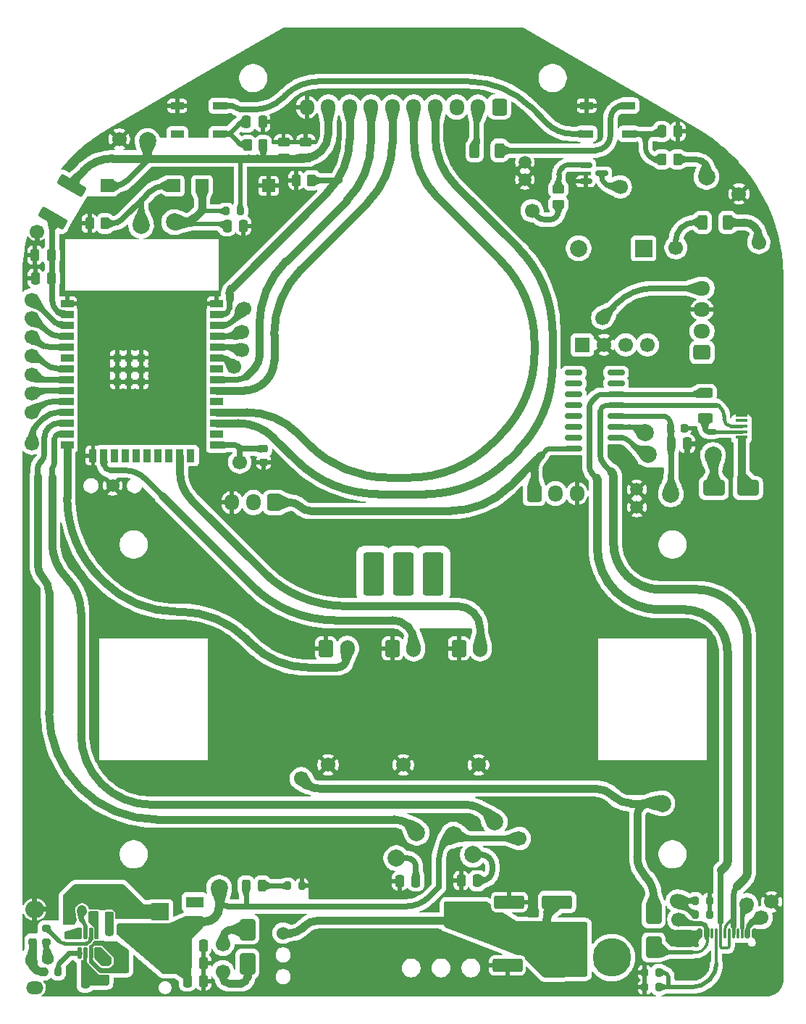
<source format=gbr>
%TF.GenerationSoftware,KiCad,Pcbnew,9.0.1*%
%TF.CreationDate,2025-07-10T18:56:07-03:00*%
%TF.ProjectId,main_MagicAlonso-rounded,6d61696e-5f4d-4616-9769-63416c6f6e73,rev?*%
%TF.SameCoordinates,PXb76920PY11322920*%
%TF.FileFunction,Copper,L1,Top*%
%TF.FilePolarity,Positive*%
%FSLAX46Y46*%
G04 Gerber Fmt 4.6, Leading zero omitted, Abs format (unit mm)*
G04 Created by KiCad (PCBNEW 9.0.1) date 2025-07-10 18:56:07*
%MOMM*%
%LPD*%
G01*
G04 APERTURE LIST*
G04 Aperture macros list*
%AMRoundRect*
0 Rectangle with rounded corners*
0 $1 Rounding radius*
0 $2 $3 $4 $5 $6 $7 $8 $9 X,Y pos of 4 corners*
0 Add a 4 corners polygon primitive as box body*
4,1,4,$2,$3,$4,$5,$6,$7,$8,$9,$2,$3,0*
0 Add four circle primitives for the rounded corners*
1,1,$1+$1,$2,$3*
1,1,$1+$1,$4,$5*
1,1,$1+$1,$6,$7*
1,1,$1+$1,$8,$9*
0 Add four rect primitives between the rounded corners*
20,1,$1+$1,$2,$3,$4,$5,0*
20,1,$1+$1,$4,$5,$6,$7,0*
20,1,$1+$1,$6,$7,$8,$9,0*
20,1,$1+$1,$8,$9,$2,$3,0*%
G04 Aperture macros list end*
%TA.AperFunction,ComponentPad*%
%ADD10C,1.700000*%
%TD*%
%TA.AperFunction,ComponentPad*%
%ADD11C,1.500000*%
%TD*%
%TA.AperFunction,ComponentPad*%
%ADD12RoundRect,0.250001X0.949999X2.249999X-0.949999X2.249999X-0.949999X-2.249999X0.949999X-2.249999X0*%
%TD*%
%TA.AperFunction,SMDPad,CuDef*%
%ADD13RoundRect,0.250000X-0.450000X0.262500X-0.450000X-0.262500X0.450000X-0.262500X0.450000X0.262500X0*%
%TD*%
%TA.AperFunction,ComponentPad*%
%ADD14R,1.700000X1.700000*%
%TD*%
%TA.AperFunction,ComponentPad*%
%ADD15RoundRect,0.800000X-1.200000X1.200000X-1.200000X-1.200000X1.200000X-1.200000X1.200000X1.200000X0*%
%TD*%
%TA.AperFunction,ComponentPad*%
%ADD16C,4.500000*%
%TD*%
%TA.AperFunction,SMDPad,CuDef*%
%ADD17RoundRect,0.250000X-0.250000X-0.475000X0.250000X-0.475000X0.250000X0.475000X-0.250000X0.475000X0*%
%TD*%
%TA.AperFunction,SMDPad,CuDef*%
%ADD18RoundRect,0.250000X0.250000X0.475000X-0.250000X0.475000X-0.250000X-0.475000X0.250000X-0.475000X0*%
%TD*%
%TA.AperFunction,SMDPad,CuDef*%
%ADD19RoundRect,0.200000X-0.200000X-0.275000X0.200000X-0.275000X0.200000X0.275000X-0.200000X0.275000X0*%
%TD*%
%TA.AperFunction,SMDPad,CuDef*%
%ADD20RoundRect,0.150000X-0.150000X-0.425000X0.150000X-0.425000X0.150000X0.425000X-0.150000X0.425000X0*%
%TD*%
%TA.AperFunction,SMDPad,CuDef*%
%ADD21RoundRect,0.075000X-0.075000X-0.500000X0.075000X-0.500000X0.075000X0.500000X-0.075000X0.500000X0*%
%TD*%
%TA.AperFunction,SMDPad,CuDef*%
%ADD22RoundRect,0.250000X-0.840000X-0.750000X0.840000X-0.750000X0.840000X0.750000X-0.840000X0.750000X0*%
%TD*%
%TA.AperFunction,SMDPad,CuDef*%
%ADD23RoundRect,0.150000X-0.587500X-0.150000X0.587500X-0.150000X0.587500X0.150000X-0.587500X0.150000X0*%
%TD*%
%TA.AperFunction,SMDPad,CuDef*%
%ADD24R,2.000000X1.300000*%
%TD*%
%TA.AperFunction,SMDPad,CuDef*%
%ADD25R,2.000000X2.000000*%
%TD*%
%TA.AperFunction,SMDPad,CuDef*%
%ADD26RoundRect,0.225000X-0.250000X0.225000X-0.250000X-0.225000X0.250000X-0.225000X0.250000X0.225000X0*%
%TD*%
%TA.AperFunction,SMDPad,CuDef*%
%ADD27RoundRect,0.090000X0.660000X0.360000X-0.660000X0.360000X-0.660000X-0.360000X0.660000X-0.360000X0*%
%TD*%
%TA.AperFunction,SMDPad,CuDef*%
%ADD28RoundRect,0.250000X-0.262500X-0.450000X0.262500X-0.450000X0.262500X0.450000X-0.262500X0.450000X0*%
%TD*%
%TA.AperFunction,SMDPad,CuDef*%
%ADD29RoundRect,0.250000X-0.650000X1.000000X-0.650000X-1.000000X0.650000X-1.000000X0.650000X1.000000X0*%
%TD*%
%TA.AperFunction,ComponentPad*%
%ADD30C,2.400000*%
%TD*%
%TA.AperFunction,SMDPad,CuDef*%
%ADD31RoundRect,0.225000X0.225000X0.250000X-0.225000X0.250000X-0.225000X-0.250000X0.225000X-0.250000X0*%
%TD*%
%TA.AperFunction,ComponentPad*%
%ADD32C,1.524000*%
%TD*%
%TA.AperFunction,SMDPad,CuDef*%
%ADD33RoundRect,0.225000X-0.225000X-0.250000X0.225000X-0.250000X0.225000X0.250000X-0.225000X0.250000X0*%
%TD*%
%TA.AperFunction,SMDPad,CuDef*%
%ADD34RoundRect,0.150000X0.825000X0.150000X-0.825000X0.150000X-0.825000X-0.150000X0.825000X-0.150000X0*%
%TD*%
%TA.AperFunction,SMDPad,CuDef*%
%ADD35R,1.400000X0.400000*%
%TD*%
%TA.AperFunction,SMDPad,CuDef*%
%ADD36R,1.900000X2.300000*%
%TD*%
%TA.AperFunction,SMDPad,CuDef*%
%ADD37R,1.900000X1.800000*%
%TD*%
%TA.AperFunction,ComponentPad*%
%ADD38R,2.000000X2.000000*%
%TD*%
%TA.AperFunction,ComponentPad*%
%ADD39C,2.000000*%
%TD*%
%TA.AperFunction,SMDPad,CuDef*%
%ADD40RoundRect,0.375000X-0.375000X-0.725000X0.375000X-0.725000X0.375000X0.725000X-0.375000X0.725000X0*%
%TD*%
%TA.AperFunction,SMDPad,CuDef*%
%ADD41R,1.500000X0.900000*%
%TD*%
%TA.AperFunction,SMDPad,CuDef*%
%ADD42R,0.900000X1.500000*%
%TD*%
%TA.AperFunction,SMDPad,CuDef*%
%ADD43R,0.900000X0.900000*%
%TD*%
%TA.AperFunction,SMDPad,CuDef*%
%ADD44RoundRect,0.250000X1.500000X0.550000X-1.500000X0.550000X-1.500000X-0.550000X1.500000X-0.550000X0*%
%TD*%
%TA.AperFunction,SMDPad,CuDef*%
%ADD45RoundRect,0.250000X0.475000X-0.250000X0.475000X0.250000X-0.475000X0.250000X-0.475000X-0.250000X0*%
%TD*%
%TA.AperFunction,ComponentPad*%
%ADD46O,2.200000X2.000000*%
%TD*%
%TA.AperFunction,ComponentPad*%
%ADD47O,2.000000X1.500000*%
%TD*%
%TA.AperFunction,SMDPad,CuDef*%
%ADD48RoundRect,0.225000X0.250000X-0.225000X0.250000X0.225000X-0.250000X0.225000X-0.250000X-0.225000X0*%
%TD*%
%TA.AperFunction,ComponentPad*%
%ADD49RoundRect,0.250000X0.725000X-0.600000X0.725000X0.600000X-0.725000X0.600000X-0.725000X-0.600000X0*%
%TD*%
%TA.AperFunction,ComponentPad*%
%ADD50O,1.950000X1.700000*%
%TD*%
%TA.AperFunction,ComponentPad*%
%ADD51RoundRect,0.250000X0.600000X0.725000X-0.600000X0.725000X-0.600000X-0.725000X0.600000X-0.725000X0*%
%TD*%
%TA.AperFunction,ComponentPad*%
%ADD52O,1.700000X1.950000*%
%TD*%
%TA.AperFunction,SMDPad,CuDef*%
%ADD53RoundRect,0.250000X0.262500X0.450000X-0.262500X0.450000X-0.262500X-0.450000X0.262500X-0.450000X0*%
%TD*%
%TA.AperFunction,SMDPad,CuDef*%
%ADD54RoundRect,0.200000X-0.275000X0.200000X-0.275000X-0.200000X0.275000X-0.200000X0.275000X0.200000X0*%
%TD*%
%TA.AperFunction,SMDPad,CuDef*%
%ADD55RoundRect,0.250000X-1.055737X1.071410X-1.455737X0.378590X1.055737X-1.071410X1.455737X-0.378590X0*%
%TD*%
%TA.AperFunction,ComponentPad*%
%ADD56RoundRect,0.250000X-0.600000X-0.750000X0.600000X-0.750000X0.600000X0.750000X-0.600000X0.750000X0*%
%TD*%
%TA.AperFunction,ComponentPad*%
%ADD57O,1.700000X2.000000*%
%TD*%
%TA.AperFunction,SMDPad,CuDef*%
%ADD58RoundRect,0.250000X-0.312500X-0.625000X0.312500X-0.625000X0.312500X0.625000X-0.312500X0.625000X0*%
%TD*%
%TA.AperFunction,SMDPad,CuDef*%
%ADD59RoundRect,0.200000X0.200000X0.275000X-0.200000X0.275000X-0.200000X-0.275000X0.200000X-0.275000X0*%
%TD*%
%TA.AperFunction,SMDPad,CuDef*%
%ADD60RoundRect,0.250000X0.625000X-0.312500X0.625000X0.312500X-0.625000X0.312500X-0.625000X-0.312500X0*%
%TD*%
%TA.AperFunction,SMDPad,CuDef*%
%ADD61RoundRect,0.243750X0.243750X0.456250X-0.243750X0.456250X-0.243750X-0.456250X0.243750X-0.456250X0*%
%TD*%
%TA.AperFunction,SMDPad,CuDef*%
%ADD62RoundRect,0.250000X0.312500X0.625000X-0.312500X0.625000X-0.312500X-0.625000X0.312500X-0.625000X0*%
%TD*%
%TA.AperFunction,SMDPad,CuDef*%
%ADD63RoundRect,0.125000X0.125000X-0.537500X0.125000X0.537500X-0.125000X0.537500X-0.125000X-0.537500X0*%
%TD*%
%TA.AperFunction,SMDPad,CuDef*%
%ADD64R,1.500000X1.500000*%
%TD*%
%TA.AperFunction,SMDPad,CuDef*%
%ADD65RoundRect,0.250000X-1.000000X-0.650000X1.000000X-0.650000X1.000000X0.650000X-1.000000X0.650000X0*%
%TD*%
%TA.AperFunction,ComponentPad*%
%ADD66RoundRect,0.250000X-0.600000X-0.725000X0.600000X-0.725000X0.600000X0.725000X-0.600000X0.725000X0*%
%TD*%
%TA.AperFunction,SMDPad,CuDef*%
%ADD67RoundRect,0.200000X0.275000X-0.200000X0.275000X0.200000X-0.275000X0.200000X-0.275000X-0.200000X0*%
%TD*%
%TA.AperFunction,ViaPad*%
%ADD68C,1.700000*%
%TD*%
%TA.AperFunction,ViaPad*%
%ADD69C,2.000000*%
%TD*%
%TA.AperFunction,ViaPad*%
%ADD70C,1.200000*%
%TD*%
%TA.AperFunction,ViaPad*%
%ADD71C,1.400000*%
%TD*%
%TA.AperFunction,Conductor*%
%ADD72C,0.600000*%
%TD*%
%TA.AperFunction,Conductor*%
%ADD73C,0.700000*%
%TD*%
%TA.AperFunction,Conductor*%
%ADD74C,0.900000*%
%TD*%
%TA.AperFunction,Conductor*%
%ADD75C,0.500000*%
%TD*%
%TA.AperFunction,Conductor*%
%ADD76C,1.000000*%
%TD*%
%TA.AperFunction,Conductor*%
%ADD77C,0.300000*%
%TD*%
%TA.AperFunction,Conductor*%
%ADD78C,0.400000*%
%TD*%
G04 APERTURE END LIST*
D10*
%TO.P,,*%
%TO.N,GND*%
X85705000Y77575000D03*
%TD*%
D11*
%TO.P,,*%
%TO.N,GND*%
X108720000Y147995000D03*
%TD*%
D12*
%TO.P,ESC_3,1*%
%TO.N,N/C*%
X98005000Y99900000D03*
%TO.P,ESC_3,2*%
X94505000Y99900000D03*
%TO.P,ESC_3,3*%
X91005000Y99900000D03*
%TD*%
D13*
%TO.P,Rp2,1*%
%TO.N,/StepDown_2315/Rt*%
X61862500Y60362500D03*
%TO.P,Rp2,2*%
%TO.N,+3.3V*%
X61862500Y58537500D03*
%TD*%
D14*
%TO.P,J2,1,Pin_1*%
%TO.N,+3.3V*%
X115440000Y126650000D03*
D10*
%TO.P,J2,2,Pin_2*%
%TO.N,GND*%
X117980000Y126650000D03*
%TO.P,J2,3,Pin_3*%
%TO.N,/SCL*%
X120520000Y126650000D03*
%TO.P,J2,4,Pin_4*%
%TO.N,/SDA*%
X123060000Y126650000D03*
%TD*%
D13*
%TO.P,Rp1,1*%
%TO.N,/StepDown_2315/Rt*%
X63799500Y60362500D03*
%TO.P,Rp1,2*%
%TO.N,+3.3V*%
X63799500Y58537500D03*
%TD*%
D15*
%TO.P,J1,N,N*%
%TO.N,GND*%
X118880000Y60050000D03*
D16*
%TO.P,J1,P,P*%
%TO.N,/VM*%
X118880000Y55050000D03*
%TD*%
D17*
%TO.P,C20,1*%
%TO.N,+3.3V*%
X69250000Y56440000D03*
%TO.P,C20,2*%
%TO.N,GND*%
X71150000Y56440000D03*
%TD*%
D18*
%TO.P,C17,1*%
%TO.N,/Vb*%
X57312500Y52200000D03*
%TO.P,C17,2*%
%TO.N,GND*%
X55412500Y52200000D03*
%TD*%
D17*
%TO.P,C24,1*%
%TO.N,Net-(D3-VDD)*%
X76155000Y152675000D03*
%TO.P,C24,2*%
%TO.N,GND*%
X78055000Y152675000D03*
%TD*%
D19*
%TO.P,R10,1*%
%TO.N,GND*%
X122730000Y51612500D03*
%TO.P,R10,2*%
%TO.N,/CH340C/CC1*%
X124380000Y51612500D03*
%TD*%
D20*
%TO.P,J13,A1,GND*%
%TO.N,GND*%
X129170000Y57880000D03*
%TO.P,J13,A4,VBUS*%
%TO.N,/CH340C/VMusC*%
X129970000Y57880000D03*
D21*
%TO.P,J13,A5,CC1*%
%TO.N,/CH340C/CC1*%
X131120000Y57880000D03*
%TO.P,J13,A6,D+*%
%TO.N,/CH340C/D+*%
X132120000Y57880000D03*
%TO.P,J13,A7,D-*%
%TO.N,/CH340C/D-*%
X132620000Y57880000D03*
%TO.P,J13,A8,SBU1*%
%TO.N,unconnected-(J13-SBU1-PadA8)*%
X133620000Y57880000D03*
D20*
%TO.P,J13,A9,VBUS*%
%TO.N,/CH340C/VMusC*%
X134770000Y57880000D03*
%TO.P,J13,A12,GND*%
%TO.N,GND*%
X135570000Y57880000D03*
%TO.P,J13,B1,GND*%
X135570000Y57880000D03*
%TO.P,J13,B4,VBUS*%
%TO.N,/CH340C/VMusC*%
X134770000Y57880000D03*
D21*
%TO.P,J13,B5,CC2*%
%TO.N,/CH340C/CC2*%
X134120000Y57880000D03*
%TO.P,J13,B6,D+*%
%TO.N,/CH340C/D+*%
X133120000Y57880000D03*
%TO.P,J13,B7,D-*%
%TO.N,/CH340C/D-*%
X131620000Y57880000D03*
%TO.P,J13,B8,SBU2*%
%TO.N,unconnected-(J13-SBU2-PadB8)*%
X130620000Y57880000D03*
D20*
%TO.P,J13,B9,VBUS*%
%TO.N,/CH340C/VMusC*%
X129970000Y57880000D03*
%TO.P,J13,B12,GND*%
%TO.N,GND*%
X129170000Y57880000D03*
D22*
%TO.P,J13,S1,SHIELD*%
X127260000Y57305000D03*
X127260000Y53375000D03*
X137480000Y57305000D03*
X137480000Y53375000D03*
%TD*%
D17*
%TO.P,C26,1*%
%TO.N,Net-(D5-VDD)*%
X124705000Y151575000D03*
%TO.P,C26,2*%
%TO.N,GND*%
X126605000Y151575000D03*
%TD*%
D23*
%TO.P,Q1,1,G*%
%TO.N,Net-(Q1-G)*%
X115817500Y147650000D03*
%TO.P,Q1,2,S*%
%TO.N,GND*%
X115817500Y145750000D03*
%TO.P,Q1,3,D*%
%TO.N,Net-(BZ1--)*%
X117692500Y146700000D03*
%TD*%
D11*
%TO.P,,*%
%TO.N,GND*%
X121805000Y109750000D03*
%TD*%
D18*
%TO.P,C10,1*%
%TO.N,Net-(U3-FILTER)*%
X95980000Y64000000D03*
%TO.P,C10,2*%
%TO.N,GND*%
X94080000Y64000000D03*
%TD*%
D24*
%TO.P,RV1,1,1*%
%TO.N,unconnected-(RV1-Pad1)*%
X70107500Y61550000D03*
D25*
%TO.P,RV1,2,2*%
%TO.N,/StepDown_2315/Rt*%
X66107500Y60400000D03*
D24*
%TO.P,RV1,3,3*%
%TO.N,+3.3V*%
X70107500Y59250000D03*
%TD*%
D26*
%TO.P,C8,1*%
%TO.N,/BOOT*%
X78180000Y114500000D03*
%TO.P,C8,2*%
%TO.N,GND*%
X78180000Y112950000D03*
%TD*%
D27*
%TO.P,D5,1,VDD*%
%TO.N,Net-(D5-VDD)*%
X120855000Y151300000D03*
%TO.P,D5,2,DOUT*%
%TO.N,unconnected-(D5-DOUT-Pad2)*%
X120855000Y154600000D03*
%TO.P,D5,3,VSS*%
%TO.N,GND*%
X115955000Y154600000D03*
%TO.P,D5,4,DIN*%
%TO.N,/D_LED*%
X115955000Y151300000D03*
%TD*%
D28*
%TO.P,R7,1*%
%TO.N,Net-(D5-VDD)*%
X124737500Y148310000D03*
%TO.P,R7,2*%
%TO.N,+3.3V*%
X126562500Y148310000D03*
%TD*%
D29*
%TO.P,D1,1,K*%
%TO.N,/Vb*%
X76280000Y58350000D03*
%TO.P,D1,2,A*%
%TO.N,Net-(D1-A)*%
X76280000Y54350000D03*
%TD*%
%TO.P,D6,1,K*%
%TO.N,/Vb*%
X123780000Y60250000D03*
%TO.P,D6,2,A*%
%TO.N,/CH340C/VMusC*%
X123780000Y56250000D03*
%TD*%
D27*
%TO.P,D3,1,VDD*%
%TO.N,Net-(D3-VDD)*%
X72990000Y151280000D03*
%TO.P,D3,2,DOUT*%
%TO.N,/D_LED*%
X72990000Y154580000D03*
%TO.P,D3,3,VSS*%
%TO.N,GND*%
X68090000Y154580000D03*
%TO.P,D3,4,DIN*%
%TO.N,/LEDs*%
X68090000Y151280000D03*
%TD*%
D18*
%TO.P,C4,1*%
%TO.N,/VDD_ESP*%
X53380000Y134435000D03*
%TO.P,C4,2*%
%TO.N,GND*%
X51480000Y134435000D03*
%TD*%
D30*
%TO.P,J15,4,Pin_4*%
%TO.N,GND*%
X91920000Y53860000D03*
%TO.P,J15,5,Pin_5*%
X88420000Y53860000D03*
%TO.P,J15,6,Pin_6*%
X84920000Y53860000D03*
%TD*%
D31*
%TO.P,C18,1*%
%TO.N,/Vb*%
X57337500Y53925000D03*
%TO.P,C18,2*%
%TO.N,GND*%
X55787500Y53925000D03*
%TD*%
D32*
%TO.P,SW3,2,B*%
%TO.N,GND*%
X60540000Y110200000D03*
%TD*%
D10*
%TO.P,,*%
%TO.N,GND*%
X133750000Y144270000D03*
%TD*%
D33*
%TO.P,C14,1*%
%TO.N,+3.3V*%
X125780000Y116875000D03*
%TO.P,C14,2*%
%TO.N,GND*%
X127330000Y116875000D03*
%TD*%
D17*
%TO.P,C13,1*%
%TO.N,+3.3V*%
X125805000Y115100000D03*
%TO.P,C13,2*%
%TO.N,GND*%
X127705000Y115100000D03*
%TD*%
D10*
%TO.P,,*%
%TO.N,GND*%
X137555000Y61575000D03*
%TD*%
D28*
%TO.P,R9,1*%
%TO.N,GND*%
X57817500Y140825000D03*
%TO.P,R9,2*%
%TO.N,/BUTTON*%
X59642500Y140825000D03*
%TD*%
D34*
%TO.P,U4,1,GND*%
%TO.N,GND*%
X119380000Y114525000D03*
%TO.P,U4,2,TXD*%
%TO.N,/TX*%
X119380000Y115795000D03*
%TO.P,U4,3,RXD*%
%TO.N,/RX*%
X119380000Y117065000D03*
%TO.P,U4,4,V3*%
%TO.N,+3.3V*%
X119380000Y118335000D03*
%TO.P,U4,5,UD+*%
%TO.N,/CH340C/D+*%
X119380000Y119605000D03*
%TO.P,U4,6,UD-*%
%TO.N,/CH340C/D-*%
X119380000Y120875000D03*
%TO.P,U4,7,NC*%
%TO.N,unconnected-(U4-NC-Pad7)*%
X119380000Y122145000D03*
%TO.P,U4,8,NC*%
%TO.N,unconnected-(U4-NC-Pad8)*%
X119380000Y123415000D03*
%TO.P,U4,9,~{CTS}*%
%TO.N,unconnected-(U4-~{CTS}-Pad9)*%
X114430000Y123415000D03*
%TO.P,U4,10,~{DSR}*%
%TO.N,unconnected-(U4-~{DSR}-Pad10)*%
X114430000Y122145000D03*
%TO.P,U4,11,~{RI}*%
%TO.N,unconnected-(U4-~{RI}-Pad11)*%
X114430000Y120875000D03*
%TO.P,U4,12,~{DCD}*%
%TO.N,unconnected-(U4-~{DCD}-Pad12)*%
X114430000Y119605000D03*
%TO.P,U4,13,~{DTR}*%
%TO.N,unconnected-(U4-~{DTR}-Pad13)*%
X114430000Y118335000D03*
%TO.P,U4,14,~{RTS}*%
%TO.N,unconnected-(U4-~{RTS}-Pad14)*%
X114430000Y117065000D03*
%TO.P,U4,15,R232*%
%TO.N,unconnected-(U4-R232-Pad15)*%
X114430000Y115795000D03*
%TO.P,U4,16,VCC*%
%TO.N,+3.3V*%
X114430000Y114525000D03*
%TD*%
D35*
%TO.P,J16,1,VBUS*%
%TO.N,/CH340C/VMusB*%
X134030000Y115850000D03*
%TO.P,J16,2,D-*%
%TO.N,/CH340C/D-*%
X134030000Y116500000D03*
%TO.P,J16,3,D+*%
%TO.N,/CH340C/D+*%
X134030000Y117150000D03*
%TO.P,J16,4,ID*%
%TO.N,unconnected-(J16-ID-Pad4)*%
X134030000Y117800000D03*
%TO.P,J16,5,GND*%
%TO.N,GND*%
X134030000Y118450000D03*
D36*
%TO.P,J16,6,Shield*%
X136880000Y113400000D03*
D37*
X136880000Y116000000D03*
X136880000Y118300000D03*
D36*
X136880000Y120900000D03*
%TD*%
D38*
%TO.P,BZ1,1,+*%
%TO.N,Net-(BZ1-+)*%
X122605000Y137925000D03*
D39*
%TO.P,BZ1,2,-*%
%TO.N,Net-(BZ1--)*%
X115005000Y137925000D03*
%TD*%
D40*
%TO.P,L1,1*%
%TO.N,/StepDown_2315/SW*%
X61657500Y54357500D03*
%TO.P,L1,2*%
%TO.N,+3.3V*%
X67157500Y54357500D03*
%TD*%
D41*
%TO.P,U1,1,GND*%
%TO.N,GND*%
X55205000Y131470000D03*
%TO.P,U1,2,VDD*%
%TO.N,/VDD_ESP*%
X55205000Y130200000D03*
%TO.P,U1,3,EN*%
%TO.N,/EN*%
X55205000Y128930000D03*
%TO.P,U1,4,SENSOR_VP*%
%TO.N,/BUTTON*%
X55205000Y127660000D03*
%TO.P,U1,5,SENSOR_VN*%
%TO.N,/Data_SIG*%
X55205000Y126390000D03*
%TO.P,U1,6,IO34*%
%TO.N,unconnected-(U1-IO34-Pad6)*%
X55205000Y125120000D03*
%TO.P,U1,7,IO35*%
%TO.N,/Data_1aux*%
X55205000Y123850000D03*
%TO.P,U1,8,IO32*%
%TO.N,/Data_2aux*%
X55205000Y122580000D03*
%TO.P,U1,9,IO33*%
%TO.N,/BUZ*%
X55205000Y121310000D03*
%TO.P,U1,10,IO25*%
%TO.N,/Enc2*%
X55205000Y120040000D03*
%TO.P,U1,11,IO26*%
%TO.N,/Enc1*%
X55205000Y118770000D03*
%TO.P,U1,12,IO27*%
%TO.N,/CurrESC2*%
X55205000Y117500000D03*
%TO.P,U1,13,IO14*%
%TO.N,/CurrESC1&2*%
X55205000Y116230000D03*
%TO.P,U1,14,IO12*%
%TO.N,/ESC_1*%
X55205000Y114960000D03*
D42*
%TO.P,U1,15,GND*%
%TO.N,GND*%
X58235000Y113710000D03*
%TO.P,U1,16,IO13*%
%TO.N,/ESC_2*%
X59505000Y113710000D03*
%TO.P,U1,17,NC*%
%TO.N,unconnected-(U1-NC-Pad17)*%
X60775000Y113710000D03*
%TO.P,U1,18,NC*%
%TO.N,unconnected-(U1-NC-Pad18)*%
X62045000Y113710000D03*
%TO.P,U1,19,NC*%
%TO.N,unconnected-(U1-NC-Pad19)*%
X63315000Y113710000D03*
%TO.P,U1,20,NC*%
%TO.N,unconnected-(U1-NC-Pad20)*%
X64585000Y113710000D03*
%TO.P,U1,21,NC*%
%TO.N,unconnected-(U1-NC-Pad21)*%
X65855000Y113710000D03*
%TO.P,U1,22,NC*%
%TO.N,unconnected-(U1-NC-Pad22)*%
X67125000Y113710000D03*
%TO.P,U1,23,IO15*%
%TO.N,/ESC_3*%
X68395000Y113710000D03*
%TO.P,U1,24,IO2*%
%TO.N,unconnected-(U1-IO2-Pad24)*%
X69665000Y113710000D03*
D41*
%TO.P,U1,25,IO0*%
%TO.N,/BOOT*%
X72705000Y114960000D03*
%TO.P,U1,26,IO4*%
%TO.N,unconnected-(U1-IO4-Pad26)*%
X72705000Y116230000D03*
%TO.P,U1,27,IO16*%
%TO.N,/Data_S3*%
X72705000Y117500000D03*
%TO.P,U1,28,IO17*%
%TO.N,/Data_S2*%
X72705000Y118770000D03*
%TO.P,U1,29,IO5*%
%TO.N,unconnected-(U1-IO5-Pad29)*%
X72705000Y120040000D03*
%TO.P,U1,30,IO18*%
%TO.N,/Data_S1*%
X72705000Y121310000D03*
%TO.P,U1,31,IO19*%
%TO.N,/Data_S0*%
X72705000Y122580000D03*
%TO.P,U1,32,NC*%
%TO.N,unconnected-(U1-NC-Pad32)*%
X72705000Y123850000D03*
%TO.P,U1,33,IO21*%
%TO.N,/SDA*%
X72705000Y125120000D03*
%TO.P,U1,34,RXD0/IO3*%
%TO.N,/TX*%
X72705000Y126390000D03*
%TO.P,U1,35,TXD0/IO1*%
%TO.N,/RX*%
X72705000Y127660000D03*
%TO.P,U1,36,IO22*%
%TO.N,/SCL*%
X72705000Y128930000D03*
%TO.P,U1,37,IO23*%
%TO.N,/Data_EN*%
X72705000Y130200000D03*
%TO.P,U1,38,GND*%
%TO.N,GND*%
X72705000Y131470000D03*
D43*
%TO.P,U1,39,GND*%
X61055000Y125150000D03*
X61055000Y125150000D03*
X61055000Y123750000D03*
X61055000Y122350000D03*
X61055000Y122350000D03*
X62455000Y125150000D03*
X62455000Y123750000D03*
X62455000Y122350000D03*
X62455000Y122350000D03*
X63855000Y125150000D03*
X63855000Y123750000D03*
X63855000Y122350000D03*
%TD*%
D18*
%TO.P,C9,1*%
%TO.N,Net-(U2-FILTER)*%
X103155000Y64050000D03*
%TO.P,C9,2*%
%TO.N,GND*%
X101255000Y64050000D03*
%TD*%
D19*
%TO.P,R1,1*%
%TO.N,Net-(D2-K)*%
X81005000Y63437680D03*
%TO.P,R1,2*%
%TO.N,GND*%
X82655000Y63437680D03*
%TD*%
D44*
%TO.P,C2,1*%
%TO.N,/VM*%
X112505000Y61550000D03*
%TO.P,C2,2*%
%TO.N,GND*%
X106905000Y61550000D03*
%TD*%
D45*
%TO.P,C11,1*%
%TO.N,+3.3V*%
X80505000Y148475000D03*
%TO.P,C11,2*%
%TO.N,GND*%
X80505000Y150375000D03*
%TD*%
D46*
%TO.P,U6,2,GND*%
%TO.N,GND*%
X51410000Y60695000D03*
D47*
%TO.P,U6,3,OUT*%
%TO.N,+3.3V*%
X51410000Y51555000D03*
%TD*%
D45*
%TO.P,C12,1*%
%TO.N,+3.3V*%
X83105000Y148475000D03*
%TO.P,C12,2*%
%TO.N,GND*%
X83105000Y150375000D03*
%TD*%
D48*
%TO.P,C23,1*%
%TO.N,/StepDown_2315/VCC_SW*%
X51170000Y56905000D03*
%TO.P,C23,2*%
%TO.N,GND*%
X51170000Y58455000D03*
%TD*%
D10*
%TO.P,,*%
%TO.N,GND*%
X51680000Y139875000D03*
%TD*%
%TO.P,,*%
%TO.N,GND*%
X94505000Y77575000D03*
%TD*%
D19*
%TO.P,R11,1*%
%TO.N,GND*%
X122730000Y53325000D03*
%TO.P,R11,2*%
%TO.N,/CH340C/CC1*%
X124380000Y53325000D03*
%TD*%
D10*
%TO.P,,*%
%TO.N,GND*%
X103305000Y77575000D03*
%TD*%
D28*
%TO.P,R17,1*%
%TO.N,GND*%
X53557500Y60860000D03*
%TO.P,R17,2*%
%TO.N,/StepDown_2315/Rt*%
X55382500Y60860000D03*
%TD*%
D44*
%TO.P,C28,1*%
%TO.N,/VM*%
X112280000Y54150000D03*
%TO.P,C28,2*%
%TO.N,GND*%
X106680000Y54150000D03*
%TD*%
D49*
%TO.P,J14,1,Pin_1*%
%TO.N,/RX*%
X129435000Y125750000D03*
D50*
%TO.P,J14,2,Pin_2*%
%TO.N,/TX*%
X129435000Y128250000D03*
%TO.P,J14,3,Pin_3*%
%TO.N,GND*%
X129435000Y130750000D03*
%TO.P,J14,4,Pin_4*%
%TO.N,+3.3V*%
X129435000Y133250000D03*
%TD*%
D51*
%TO.P,J9,1,Pin_1*%
%TO.N,/Data_2aux*%
X105740000Y154430000D03*
D52*
%TO.P,J9,2,Pin_2*%
%TO.N,/Data_1aux*%
X103240000Y154430000D03*
%TO.P,J9,3,Pin_3*%
%TO.N,/Data_SIG*%
X100740000Y154430000D03*
%TO.P,J9,4,Pin_4*%
%TO.N,/Data_S3*%
X98240000Y154430000D03*
%TO.P,J9,5,Pin_5*%
%TO.N,/Data_S2*%
X95740000Y154430000D03*
%TO.P,J9,6,Pin_6*%
%TO.N,/Data_S1*%
X93240000Y154430000D03*
%TO.P,J9,7,Pin_7*%
%TO.N,/Data_S0*%
X90740000Y154430000D03*
%TO.P,J9,8,Pin_8*%
%TO.N,/Data_EN*%
X88240000Y154430000D03*
%TO.P,J9,9,Pin_9*%
%TO.N,+3.3V*%
X85740000Y154430000D03*
%TO.P,J9,10,Pin_10*%
%TO.N,GND*%
X83240000Y154430000D03*
%TD*%
D19*
%TO.P,R2,1*%
%TO.N,/EN*%
X73805000Y142275000D03*
%TO.P,R2,2*%
%TO.N,+3.3V*%
X75455000Y142275000D03*
%TD*%
D53*
%TO.P,R14,1*%
%TO.N,Net-(C19-Pad1)*%
X60100000Y59775000D03*
%TO.P,R14,2*%
%TO.N,/StepDown_2315/BST*%
X58275000Y59775000D03*
%TD*%
D54*
%TO.P,R15,1*%
%TO.N,Net-(ST1-EN{slash}SYNC)*%
X52750000Y58505000D03*
%TO.P,R15,2*%
%TO.N,/Vb*%
X52750000Y56855000D03*
%TD*%
D10*
%TO.P,,*%
%TO.N,GND*%
X61305000Y150675000D03*
%TD*%
D55*
%TO.P,F1,1*%
%TO.N,+3.3V*%
X55742499Y145301906D03*
%TO.P,F1,2*%
%TO.N,/VDD_ESP*%
X53517501Y141448094D03*
%TD*%
D56*
%TO.P,J11,1,Pin_1*%
%TO.N,GND*%
X93237500Y91165000D03*
D57*
%TO.P,J11,2,Pin_2*%
%TO.N,/ESC_2*%
X95737500Y91165000D03*
%TD*%
D58*
%TO.P,R4,1*%
%TO.N,Net-(BZ1-+)*%
X129492500Y140950000D03*
%TO.P,R4,2*%
%TO.N,/Vb*%
X132417500Y140950000D03*
%TD*%
D11*
%TO.P,,*%
%TO.N,GND*%
X121805000Y107675000D03*
%TD*%
D59*
%TO.P,R13,1*%
%TO.N,GND*%
X130305000Y60100000D03*
%TO.P,R13,2*%
%TO.N,/CH340C/CC2*%
X128655000Y60100000D03*
%TD*%
D60*
%TO.P,REF\u002A\u002A,1*%
%TO.N,/CH340C/D-*%
X129780000Y118112500D03*
%TO.P,REF\u002A\u002A,2*%
X129780000Y121037500D03*
%TD*%
D61*
%TO.P,D2,1,K*%
%TO.N,Net-(D2-K)*%
X78007500Y63457680D03*
%TO.P,D2,2,A*%
%TO.N,+3.3V*%
X76132500Y63457680D03*
%TD*%
D17*
%TO.P,C22,1*%
%TO.N,+3.3V*%
X69250000Y54380000D03*
%TO.P,C22,2*%
%TO.N,GND*%
X71150000Y54380000D03*
%TD*%
D28*
%TO.P,R6,1*%
%TO.N,GND*%
X81967500Y145875000D03*
%TO.P,R6,2*%
%TO.N,/Data_EN*%
X83792500Y145875000D03*
%TD*%
D62*
%TO.P,REF\u002A\u002A,1*%
%TO.N,unconnected-(D5-DOUT-Pad2)*%
X105772500Y149360000D03*
%TO.P,REF\u002A\u002A,2*%
%TO.N,/Data_1aux*%
X102847500Y149360000D03*
%TD*%
D59*
%TO.P,R12,1*%
%TO.N,GND*%
X130305000Y61725000D03*
%TO.P,R12,2*%
%TO.N,/CH340C/CC2*%
X128655000Y61725000D03*
%TD*%
D17*
%TO.P,C21,1*%
%TO.N,+3.3V*%
X69250000Y52320000D03*
%TO.P,C21,2*%
%TO.N,GND*%
X71150000Y52320000D03*
%TD*%
D63*
%TO.P,ST1,1,AAM*%
%TO.N,/StepDown_2315/AAM*%
X56687500Y55587500D03*
%TO.P,ST1,2,IN*%
%TO.N,/Vb*%
X57337500Y55587500D03*
%TO.P,ST1,3,SW*%
%TO.N,/StepDown_2315/SW*%
X57987500Y55587500D03*
%TO.P,ST1,4,GND*%
%TO.N,GND*%
X58637500Y55587500D03*
%TO.P,ST1,5,BST*%
%TO.N,/StepDown_2315/BST*%
X58637500Y57862500D03*
%TO.P,ST1,6,EN/SYNC*%
%TO.N,Net-(ST1-EN{slash}SYNC)*%
X57987500Y57862500D03*
%TO.P,ST1,7,VCC*%
%TO.N,/StepDown_2315/VCC_SW*%
X57337500Y57862500D03*
%TO.P,ST1,8,FB*%
%TO.N,/StepDown_2315/FB*%
X56687500Y57862500D03*
%TD*%
D51*
%TO.P,J4,1,Pin_1*%
%TO.N,+3.3V*%
X79480000Y108225000D03*
D52*
%TO.P,J4,2,Pin_2*%
%TO.N,/Enc1*%
X76980000Y108225000D03*
%TO.P,J4,3,Pin_3*%
%TO.N,GND*%
X74480000Y108225000D03*
%TD*%
D32*
%TO.P,SW1,1,A*%
%TO.N,/VM*%
X80455000Y57920000D03*
%TD*%
D56*
%TO.P,J12,1,Pin_1*%
%TO.N,GND*%
X101005000Y91165000D03*
D57*
%TO.P,J12,2,Pin_2*%
%TO.N,/ESC_3*%
X103505000Y91165000D03*
%TD*%
D64*
%TO.P,SW2,1,1*%
%TO.N,/EN*%
X70970000Y145230000D03*
%TO.P,SW2,2,2*%
%TO.N,GND*%
X78770000Y145230000D03*
%TD*%
D65*
%TO.P,D7,1,K*%
%TO.N,/Vb*%
X130805000Y109925000D03*
%TO.P,D7,2,A*%
%TO.N,/CH340C/VMusB*%
X134805000Y109925000D03*
%TD*%
D59*
%TO.P,R16,1*%
%TO.N,/StepDown_2315/AAM*%
X54145000Y53380000D03*
%TO.P,R16,2*%
%TO.N,/StepDown_2315/VCC_SW*%
X52495000Y53380000D03*
%TD*%
D28*
%TO.P,R5,1*%
%TO.N,Net-(D3-VDD)*%
X76297500Y149960000D03*
%TO.P,R5,2*%
%TO.N,+3.3V*%
X78122500Y149960000D03*
%TD*%
D56*
%TO.P,J10,1,Pin_1*%
%TO.N,GND*%
X85470000Y91165000D03*
D57*
%TO.P,J10,2,Pin_2*%
%TO.N,/ESC_1*%
X87970000Y91165000D03*
%TD*%
D26*
%TO.P,C19,1*%
%TO.N,Net-(C19-Pad1)*%
X60137500Y58075000D03*
%TO.P,C19,2*%
%TO.N,/StepDown_2315/SW*%
X60137500Y56525000D03*
%TD*%
D66*
%TO.P,J5,1,Pin_1*%
%TO.N,+3.3V*%
X109805000Y109275000D03*
D52*
%TO.P,J5,2,Pin_2*%
%TO.N,/Enc2*%
X112305000Y109275000D03*
%TO.P,J5,3,Pin_3*%
%TO.N,GND*%
X114805000Y109275000D03*
%TD*%
D13*
%TO.P,R8,1*%
%TO.N,Net-(Q1-G)*%
X112640000Y144862500D03*
%TO.P,R8,2*%
%TO.N,/BUZ*%
X112640000Y143037500D03*
%TD*%
D18*
%TO.P,C3,1*%
%TO.N,/VDD_ESP*%
X53355000Y137125000D03*
%TO.P,C3,2*%
%TO.N,GND*%
X51455000Y137125000D03*
%TD*%
D17*
%TO.P,C7,1*%
%TO.N,/EN*%
X73905000Y140550000D03*
%TO.P,C7,2*%
%TO.N,GND*%
X75805000Y140550000D03*
%TD*%
D67*
%TO.P,Rt1,1*%
%TO.N,/StepDown_2315/FB*%
X55360000Y57675000D03*
%TO.P,Rt1,2*%
%TO.N,/StepDown_2315/Rt*%
X55360000Y59325000D03*
%TD*%
D11*
%TO.P,,*%
%TO.N,GND*%
X108720000Y145920000D03*
%TD*%
D64*
%TO.P,SW4,1,1*%
%TO.N,+3.3V*%
X59855000Y145225000D03*
%TO.P,SW4,2,2*%
%TO.N,/BUTTON*%
X67655000Y145225000D03*
%TD*%
D68*
%TO.N,Net-(BZ1--)*%
X119880000Y145110000D03*
%TO.N,Net-(BZ1-+)*%
X126380000Y138000000D03*
D69*
%TO.N,/Vb*%
X130730000Y113775000D03*
D68*
X82580000Y75990000D03*
D70*
X59587500Y52360000D03*
D69*
X124790000Y73080000D03*
D68*
X73418750Y56611250D03*
D71*
X52960000Y54930000D03*
D68*
X136080000Y138600000D03*
D71*
%TO.N,GND*%
X120750000Y63540000D03*
X115320000Y60470000D03*
D68*
X87110000Y64260000D03*
D71*
X113760000Y51400000D03*
X121960000Y62650000D03*
X115260000Y51400000D03*
X118260000Y51400000D03*
X119110000Y63760000D03*
X116760000Y51400000D03*
X114680000Y63300000D03*
D68*
X91530000Y64275000D03*
D71*
X116260000Y63150000D03*
D70*
X59787500Y54700000D03*
D71*
X119760000Y51400000D03*
D68*
X82755000Y68425000D03*
X84955000Y66325000D03*
D71*
X115550000Y61900000D03*
D68*
X80535000Y66310000D03*
D71*
X115630000Y64500000D03*
D68*
X75310000Y66880000D03*
X87155000Y68425000D03*
X89330000Y66325000D03*
D71*
X117640000Y63790000D03*
D68*
X89355000Y66325000D03*
D71*
X113880000Y64600000D03*
D68*
X91530000Y68425000D03*
%TO.N,+3.3V*%
X108105000Y68975000D03*
D69*
X125780000Y109175000D03*
X129955000Y146275000D03*
X100355000Y69425000D03*
D68*
X117805000Y129800000D03*
D69*
X64600000Y150480000D03*
X72980000Y63225000D03*
D68*
%TO.N,/EN*%
X51055000Y131925000D03*
D69*
X67730000Y141000000D03*
D68*
%TO.N,/BOOT*%
X75380000Y112950000D03*
D69*
%TO.N,Net-(U2-FILTER)*%
X102630000Y67075000D03*
%TO.N,Net-(U3-FILTER)*%
X93680000Y66675000D03*
D71*
%TO.N,/VM*%
X115280000Y53550000D03*
X100310000Y60950000D03*
X100310000Y59390000D03*
X101880000Y60950000D03*
X115280000Y58450000D03*
X103480000Y59390000D03*
X115280000Y55183333D03*
X103480000Y60950000D03*
X101880000Y59390000D03*
X113880000Y58450000D03*
X115280000Y56816667D03*
X113880000Y56816667D03*
D68*
%TO.N,Net-(D1-A)*%
X73405000Y53425000D03*
%TO.N,/CH340C/VMusC*%
X126705000Y59525000D03*
X136380000Y59725000D03*
%TO.N,/SCL*%
X75855000Y130875000D03*
%TO.N,/SDA*%
X74730000Y124120000D03*
%TO.N,/Enc1*%
X51080000Y115150000D03*
%TO.N,/Enc2*%
X51055000Y118800000D03*
%TO.N,/Data_1aux*%
X51055000Y125362500D03*
%TO.N,/Data_SIG*%
X51055000Y127550000D03*
%TO.N,/Data_2aux*%
X51055000Y123175000D03*
%TO.N,/CH340C/CC2*%
X134680000Y61250000D03*
X126530000Y61675000D03*
D69*
%TO.N,/TX*%
X123130000Y113850000D03*
D68*
X75620000Y126020000D03*
D69*
%TO.N,/RX*%
X122820000Y116410000D03*
D68*
X75605000Y128175000D03*
%TO.N,/BUZ*%
X51055000Y120987500D03*
X109550000Y142330000D03*
%TO.N,/BUTTON*%
X51055000Y129737500D03*
D69*
X63855000Y140575000D03*
D70*
%TO.N,/StepDown_2315/VCC_SW*%
X56950000Y60600000D03*
D71*
X51020000Y54750000D03*
D69*
%TO.N,/CurrESC1&2*%
X105205000Y70900000D03*
%TO.N,/CurrESC2*%
X96080000Y69650000D03*
%TD*%
D72*
%TO.N,Net-(BZ1--)*%
X117692500Y146306250D02*
X117692500Y146700000D01*
X118113750Y145491250D02*
X117970923Y145634077D01*
X119860000Y145090000D02*
X119880000Y145110000D01*
X115005000Y137925000D02*
X115180000Y137925000D01*
X119130737Y145070000D02*
X119811715Y145070000D01*
X118113750Y145491250D02*
G75*
G03*
X119130737Y145070016I1016950J1016950D01*
G01*
X117692500Y146306250D02*
G75*
G03*
X117970897Y145634051I950600J-50D01*
G01*
X119860000Y145090000D02*
G75*
G02*
X119811715Y145069993I-48300J48300D01*
G01*
D73*
%TO.N,Net-(BZ1-+)*%
X127017499Y140312501D02*
X126972201Y140267202D01*
X126380000Y138837500D02*
X126380000Y138000000D01*
X128556561Y140950000D02*
X129492500Y140950000D01*
X128556561Y140950000D02*
G75*
G03*
X127017511Y140312489I39J-2176600D01*
G01*
X126972201Y140267202D02*
G75*
G03*
X126379998Y138837500I1429699J-1429702D01*
G01*
D74*
%TO.N,/Vb*%
X123325000Y73080000D02*
X124790000Y73080000D01*
X121116223Y73080000D02*
X124790000Y73080000D01*
X123780000Y62192355D02*
X123780000Y60250000D01*
X134372893Y140950000D02*
X132417500Y140950000D01*
D73*
X52960000Y54930000D02*
X52855000Y55035000D01*
D74*
X73418750Y56611250D02*
X73418750Y57221176D01*
X136080000Y138600000D02*
X136080000Y139275000D01*
X82647677Y75972323D02*
X83225000Y75395000D01*
D73*
X52750000Y55288493D02*
X52750000Y56855000D01*
D74*
X130767500Y113737500D02*
X130730000Y113775000D01*
X74547574Y58350000D02*
X76280000Y58350000D01*
X82605000Y75990000D02*
X82580000Y75990000D01*
X130805000Y113646967D02*
X130805000Y109925000D01*
X121860000Y71615000D02*
X121860000Y66827646D01*
X84661457Y74800000D02*
X116963776Y74800000D01*
X135580000Y140450000D02*
X135602702Y140427298D01*
X83225000Y75395000D02*
G75*
G03*
X84661457Y74799982I1436500J1436500D01*
G01*
X73749375Y58019375D02*
G75*
G03*
X73418775Y57221176I798225J-798175D01*
G01*
X74547574Y58350000D02*
G75*
G03*
X73749393Y58019357I26J-1128800D01*
G01*
X123325000Y73080000D02*
G75*
G03*
X121860000Y71615000I0J-1465000D01*
G01*
X119040000Y73940000D02*
G75*
G03*
X121116223Y73080010I2076200J2076200D01*
G01*
D73*
X52750000Y55288493D02*
G75*
G03*
X52855002Y55035002I358500J7D01*
G01*
D74*
X121860000Y66827646D02*
G75*
G03*
X122819987Y64509987I3277600J-46D01*
G01*
X130767500Y113737500D02*
G75*
G02*
X130804986Y113646967I-90500J-90500D01*
G01*
X119040000Y73940000D02*
G75*
G03*
X116963776Y74799990I-2076200J-2076200D01*
G01*
X82647677Y75972323D02*
G75*
G03*
X82605000Y75989987I-42677J-42723D01*
G01*
X122820000Y64510000D02*
G75*
G02*
X123779981Y62192355I-2317600J-2317600D01*
G01*
X135580000Y140450000D02*
G75*
G03*
X134372893Y140949997I-1207100J-1207100D01*
G01*
X135602702Y140427298D02*
G75*
G02*
X136079998Y139275000I-1152302J-1152298D01*
G01*
D73*
%TO.N,/VDD_ESP*%
X53955000Y130675000D02*
X54155996Y130474004D01*
X53480000Y131821752D02*
X53480000Y141384076D01*
X53498750Y141429344D02*
X53517501Y141448094D01*
X54817500Y130200000D02*
X55205000Y130200000D01*
X53480000Y131821752D02*
G75*
G03*
X53955014Y130675014I1621800J48D01*
G01*
X53498750Y141429344D02*
G75*
G03*
X53480011Y141384076I45250J-45244D01*
G01*
X54155996Y130474004D02*
G75*
G03*
X54817500Y130199998I661504J661496D01*
G01*
%TO.N,+3.3V*%
X125780000Y109175000D02*
X125792500Y109187500D01*
D72*
X110580000Y113750001D02*
X111178223Y114348224D01*
D73*
X72980000Y62137500D02*
X72980000Y63225000D01*
D72*
X110580000Y113750000D02*
X110580000Y113750001D01*
D73*
X99505000Y68575000D02*
X100355000Y69425000D01*
D74*
X110476150Y113643833D02*
X110580000Y113747683D01*
D75*
X75480000Y148407442D02*
X75505000Y148432442D01*
D74*
X81290570Y108225000D02*
X79480000Y108225000D01*
D73*
X98655000Y63275000D02*
X98655000Y66522919D01*
D72*
X112105000Y114525000D02*
X114430000Y114525000D01*
D74*
X85740000Y151301475D02*
X85740000Y154430000D01*
D72*
X78122500Y148569011D02*
X78122500Y149960000D01*
D74*
X77985931Y148432442D02*
X77467704Y148432442D01*
X109030000Y112200000D02*
X110580000Y113750000D01*
D73*
X123694518Y133250000D02*
X129435000Y133250000D01*
D74*
X57139970Y147034971D02*
X55861149Y145756150D01*
D73*
X60730000Y145225000D02*
X59855000Y145225000D01*
X98655000Y63275000D02*
X97542500Y62162500D01*
D72*
X76132500Y63457680D02*
X76132500Y61092500D01*
X124781342Y118335000D02*
X119380000Y118335000D01*
D74*
X82863525Y148425000D02*
X77475146Y148425000D01*
X76447677Y148432442D02*
X77457179Y148432442D01*
X76412322Y148432442D02*
X60513765Y148432442D01*
D73*
X100580000Y69200000D02*
X100355000Y69425000D01*
X74067500Y61050000D02*
X94856687Y61050000D01*
D74*
X110580000Y113747683D02*
X110580000Y113750000D01*
X100031813Y107250000D02*
X83644429Y107250000D01*
D73*
X64468881Y148088882D02*
X62223718Y145843719D01*
D74*
X76412322Y148432442D02*
X76447677Y148432442D01*
D76*
X72980000Y60957107D02*
X72980000Y63225000D01*
X71272893Y59250000D02*
X70107500Y59250000D01*
D73*
X126579571Y148300000D02*
X128717347Y148300000D01*
D74*
X109805000Y111878985D02*
X109805000Y109275000D01*
D75*
X75455000Y148347087D02*
X75455000Y142275000D01*
D74*
X77457179Y148432442D02*
X77467704Y148432442D01*
D73*
X117805000Y129800000D02*
X119530000Y131525000D01*
X126567500Y148305000D02*
X126562500Y148310000D01*
D76*
X64602500Y150477500D02*
X64600000Y150480000D01*
D74*
X106942500Y110112500D02*
X109030000Y112200000D01*
D73*
X101123198Y68975000D02*
X108105000Y68975000D01*
X125780000Y109175000D02*
X125430000Y109525000D01*
X129955000Y146275000D02*
X129955000Y147062348D01*
D75*
X76417500Y148419942D02*
X76405000Y148407442D01*
D76*
X64605000Y148802500D02*
X64605000Y148417500D01*
D72*
X111605000Y114525000D02*
X112105000Y114525000D01*
X125780000Y116892678D02*
X125780000Y117336343D01*
D73*
X125805000Y115100000D02*
X125805000Y109217678D01*
D76*
X64605000Y148802500D02*
X64605000Y150471465D01*
D74*
X55742499Y145469703D02*
X55742499Y145301906D01*
D72*
X125805000Y115100000D02*
X125805000Y116832323D01*
D76*
X72980000Y60957107D02*
G75*
G02*
X72480002Y59749998I-1707100J-7D01*
G01*
D74*
X109805000Y111878985D02*
G75*
G03*
X109029974Y112200026I-454000J15D01*
G01*
X82467500Y107737500D02*
G75*
G03*
X81290570Y108224988I-1176900J-1176900D01*
G01*
D73*
X129592500Y147937500D02*
G75*
G03*
X128717347Y148300049I-875200J-875100D01*
G01*
D74*
X77466163Y148428721D02*
G75*
G03*
X77475146Y148425032I8937J8979D01*
G01*
D73*
X64605000Y148417500D02*
G75*
G02*
X64468874Y148088889I-464700J0D01*
G01*
D72*
X125487500Y118042500D02*
G75*
G03*
X124781342Y118335018I-706200J-706200D01*
G01*
X111178223Y114348224D02*
G75*
G02*
X111605000Y114525016I426777J-426724D01*
G01*
D73*
X100580000Y69200000D02*
G75*
G03*
X101123198Y68974999I543200J543200D01*
G01*
X72980000Y62137500D02*
G75*
G03*
X74067500Y61050000I1087500J0D01*
G01*
X97542500Y62162500D02*
G75*
G02*
X94856687Y61050005I-2685800J2685800D01*
G01*
X62223718Y145843719D02*
G75*
G02*
X60730000Y145224990I-1493718J1493681D01*
G01*
D74*
X82467500Y107737500D02*
G75*
G03*
X83644429Y107250012I1176900J1176900D01*
G01*
D76*
X72480000Y59750000D02*
G75*
G02*
X71272893Y59250003I-1207100J1207100D01*
G01*
X64602500Y150477500D02*
G75*
G02*
X64604985Y150471465I-6000J-6000D01*
G01*
D74*
X77467704Y148432442D02*
G75*
G03*
X77466206Y148428765I-4J-2142D01*
G01*
X60513765Y148432442D02*
G75*
G03*
X57139993Y147034948I35J-4771242D01*
G01*
D73*
X129592500Y147937500D02*
G75*
G02*
X129955020Y147062348I-875200J-875200D01*
G01*
D72*
X125780000Y116892678D02*
G75*
G03*
X125792507Y116862507I42700J22D01*
G01*
D73*
X125805000Y109217678D02*
G75*
G02*
X125792493Y109187507I-42700J22D01*
G01*
D72*
X125792500Y116862500D02*
G75*
G02*
X125805009Y116832323I-30200J-30200D01*
G01*
D74*
X85740000Y151301475D02*
G75*
G02*
X84897493Y149267507I-2876500J25D01*
G01*
D75*
X75480000Y148407442D02*
G75*
G03*
X75455023Y148347087I60400J-60342D01*
G01*
D73*
X126567500Y148305000D02*
G75*
G03*
X126579571Y148299988I12100J12100D01*
G01*
D74*
X76447677Y148432442D02*
G75*
G03*
X76417519Y148419923I23J-42642D01*
G01*
X109805000Y111878985D02*
G75*
G02*
X110476171Y113643814I2665300J-3585D01*
G01*
D72*
X125487500Y118042500D02*
G75*
G02*
X125780018Y117336343I-706200J-706200D01*
G01*
D75*
X76417500Y148419942D02*
G75*
G03*
X76412322Y148432424I-5200J5158D01*
G01*
D74*
X55861149Y145756150D02*
G75*
G03*
X55742498Y145469703I286451J-286450D01*
G01*
X84897500Y149267500D02*
G75*
G02*
X82863525Y148424990I-2034000J2034000D01*
G01*
D72*
X78082500Y148472442D02*
G75*
G02*
X77985931Y148432417I-96600J96558D01*
G01*
X78122500Y148569011D02*
G75*
G02*
X78082512Y148472430I-136600J-11D01*
G01*
D73*
X123694518Y133250000D02*
G75*
G03*
X119529995Y131525005I-18J-5889500D01*
G01*
X99505000Y68575000D02*
G75*
G03*
X98654992Y66522919I2052100J-2052100D01*
G01*
D74*
X77466163Y148428721D02*
G75*
G03*
X77457179Y148432417I-8963J-9021D01*
G01*
X106942500Y110112500D02*
G75*
G02*
X100031813Y107249994I-6910700J6910700D01*
G01*
%TO.N,/EN*%
X70837500Y145097500D02*
X70705000Y144965000D01*
D73*
X54690000Y128930000D02*
X55205000Y128930000D01*
D75*
X67730000Y141000000D02*
X67730000Y140673744D01*
X67860000Y140870000D02*
X67730000Y141000000D01*
X73810000Y140645000D02*
X73905000Y140550000D01*
X68173847Y140740000D02*
X73580649Y140740000D01*
D74*
X70128111Y141538112D02*
X70917500Y142327500D01*
X70970000Y142454247D02*
X70970000Y145042617D01*
X68660000Y140930000D02*
X67849497Y140930000D01*
D75*
X67817500Y140462500D02*
X67905000Y140375000D01*
D73*
X53810840Y129294160D02*
X51450710Y131654290D01*
D74*
X67730000Y141000000D02*
X67765000Y140965000D01*
D73*
X51380000Y131825000D02*
X51380000Y131925000D01*
D75*
X71149246Y142275000D02*
X73805000Y142275000D01*
X71022500Y142327500D02*
G75*
G03*
X70917500Y142327500I-52500J-52497D01*
G01*
D73*
X53810840Y129294160D02*
G75*
G03*
X54690000Y128929994I879160J879140D01*
G01*
D75*
X67860000Y140870000D02*
G75*
G03*
X68173847Y140740020I313800J313800D01*
G01*
D73*
X51380000Y131825000D02*
G75*
G03*
X51450714Y131654294I241400J0D01*
G01*
D74*
X70917500Y142327500D02*
G75*
G03*
X70970022Y142454247I-126800J126800D01*
G01*
D75*
X71022500Y142327500D02*
G75*
G03*
X71149246Y142275048I126700J126800D01*
G01*
D74*
X67765000Y140965000D02*
G75*
G03*
X67849497Y140929999I84500J84500D01*
G01*
X70970000Y145042617D02*
G75*
G03*
X70837529Y145097471I-77600J-17D01*
G01*
D75*
X73810000Y140645000D02*
G75*
G03*
X73580649Y140739979I-229300J-229300D01*
G01*
D74*
X70970000Y142454247D02*
G75*
G03*
X71022486Y142327486I179200J-47D01*
G01*
X70128111Y141538112D02*
G75*
G02*
X68660000Y140929994I-1468111J1468088D01*
G01*
D75*
X67730000Y140673744D02*
G75*
G03*
X67817487Y140462487I298700J-44D01*
G01*
D73*
%TO.N,/BOOT*%
X75380000Y112950000D02*
X75380000Y114345442D01*
X75805269Y114500000D02*
X78180000Y114500000D01*
X75200000Y114780000D02*
X75250000Y114730000D01*
X74765441Y114960000D02*
X72705000Y114960000D01*
X75200000Y114780000D02*
X75200000Y114780000D01*
X75200000Y114780000D02*
G75*
G03*
X74765441Y114960017I-434600J-434600D01*
G01*
X75200000Y114780000D02*
G75*
G02*
X75380017Y114345442I-434600J-434600D01*
G01*
X75250000Y114730000D02*
G75*
G03*
X75805269Y114499987I555300J555300D01*
G01*
X74765441Y114960000D02*
G75*
G02*
X75199988Y114779988I-41J-614600D01*
G01*
%TO.N,Net-(U2-FILTER)*%
X102630000Y67075000D02*
X103667347Y67075000D01*
X103710025Y64050000D02*
X103155000Y64050000D01*
X104905000Y65837348D02*
X104905000Y65244975D01*
X104905000Y65244975D02*
G75*
G02*
X104554993Y64400007I-1195000J25D01*
G01*
X104542500Y66712500D02*
G75*
G02*
X104905020Y65837348I-875200J-875200D01*
G01*
X104542500Y66712500D02*
G75*
G03*
X103667347Y67075049I-875200J-875100D01*
G01*
X104555000Y64400000D02*
G75*
G02*
X103710025Y64049990I-845000J845000D01*
G01*
%TO.N,Net-(U3-FILTER)*%
X95980000Y65659272D02*
X95980000Y64000000D01*
X93680000Y66675000D02*
X94964271Y66675000D01*
X95682500Y66377500D02*
G75*
G02*
X95979988Y65659272I-718200J-718200D01*
G01*
X95682500Y66377500D02*
G75*
G03*
X94964271Y66674988I-718200J-718200D01*
G01*
D74*
%TO.N,/VM*%
X81277500Y57920000D02*
X80455000Y57920000D01*
D76*
X111892500Y60937500D02*
X112505000Y61550000D01*
D74*
X84609446Y59390000D02*
X100310000Y59390000D01*
D76*
X111280000Y59458795D02*
X111280000Y57550000D01*
D74*
X82834999Y58655001D02*
X82681595Y58501596D01*
X82681595Y58501596D02*
G75*
G02*
X81277500Y57920003I-1404095J1404104D01*
G01*
D76*
X111892500Y60937500D02*
G75*
G03*
X111280002Y59458795I1478700J-1478700D01*
G01*
D74*
X84609446Y59390000D02*
G75*
G03*
X82834986Y58655014I-46J-2509400D01*
G01*
D72*
%TO.N,Net-(D3-VDD)*%
X75275190Y152445191D02*
X74245355Y151415356D01*
X75830000Y152675000D02*
X76155000Y152675000D01*
X74245355Y151244645D02*
X75258647Y150231353D01*
X75913750Y149960000D02*
X76297500Y149960000D01*
X74160000Y151280000D02*
X72990000Y151280000D01*
X75830000Y152675000D02*
G75*
G03*
X75275195Y152445186I0J-784600D01*
G01*
X74245355Y151244645D02*
G75*
G03*
X74160000Y151280003I-85355J-85345D01*
G01*
X74245355Y151415356D02*
G75*
G03*
X74209996Y151330000I85345J-85356D01*
G01*
X74160000Y151280000D02*
G75*
G03*
X74210000Y151330000I0J50000D01*
G01*
X75258647Y150231353D02*
G75*
G03*
X75913750Y149959978I655153J655147D01*
G01*
X74210000Y151330000D02*
G75*
G03*
X74245357Y151244647I120700J0D01*
G01*
D73*
%TO.N,Net-(D5-VDD)*%
X124750000Y148322500D02*
X124762500Y148335000D01*
X124762500Y151517500D02*
X124705000Y151575000D01*
D72*
X124188750Y148310000D02*
X124719822Y148310000D01*
X122810000Y150402500D02*
X122810000Y149726899D01*
D73*
X121912500Y151300000D02*
X123707500Y151300000D01*
X121912500Y151300000D02*
X120855000Y151300000D01*
X123707500Y151300000D02*
X124498933Y151300000D01*
D72*
X123225000Y148725000D02*
X123251975Y148698025D01*
D73*
X124680000Y151375000D02*
X124755000Y151450000D01*
D72*
X123251975Y148698025D02*
G75*
G03*
X124188750Y148309965I936825J936775D01*
G01*
D73*
X124680000Y151375000D02*
G75*
G02*
X124498933Y151299986I-181100J181100D01*
G01*
X123707500Y151300000D02*
G75*
G03*
X122810000Y150402500I0J-897500D01*
G01*
X124750000Y148322500D02*
G75*
G02*
X124719822Y148309991I-30200J30200D01*
G01*
D72*
X122810000Y149726899D02*
G75*
G03*
X123225000Y148725000I1416900J1D01*
G01*
X122810000Y150402500D02*
G75*
G03*
X121912500Y151300000I-897500J0D01*
G01*
D74*
%TO.N,Net-(D1-A)*%
X75511801Y52050000D02*
X74087842Y52050000D01*
X76280000Y52818199D02*
X76280000Y54350000D01*
X73405000Y52732843D02*
X73405000Y53425000D01*
X73405000Y52732843D02*
G75*
G03*
X73604987Y52249987I682800J-43D01*
G01*
X73605000Y52250000D02*
G75*
G03*
X74087842Y52050018I482800J482800D01*
G01*
X76055000Y52275000D02*
G75*
G02*
X75511801Y52049999I-543200J543200D01*
G01*
X76280000Y52818199D02*
G75*
G02*
X76054999Y52275001I-768200J1D01*
G01*
D72*
%TO.N,Net-(D2-K)*%
X80970857Y63457680D02*
X78007500Y63457680D01*
X80995000Y63447680D02*
X81005000Y63437680D01*
X80995000Y63447680D02*
G75*
G03*
X80970857Y63457639I-24100J-24180D01*
G01*
D73*
%TO.N,unconnected-(D5-DOUT-Pad2)*%
X118740000Y153063604D02*
X118740000Y151152463D01*
X116947537Y149360000D02*
X105772500Y149360000D01*
X120247500Y154600000D02*
X120855000Y154600000D01*
X119189999Y154150001D02*
X119210432Y154170433D01*
X120247500Y154600000D02*
G75*
G03*
X119210440Y154170425I0J-1466600D01*
G01*
X119189999Y154150001D02*
G75*
G03*
X118739997Y153063604I1086401J-1086401D01*
G01*
X118740000Y151152463D02*
G75*
G02*
X118214989Y149885011I-1792500J37D01*
G01*
X118215000Y149885000D02*
G75*
G02*
X116947537Y149359984I-1267500J1267500D01*
G01*
D72*
%TO.N,/CH340C/VMusC*%
X129970000Y57976167D02*
X129970000Y58384229D01*
D75*
X126942500Y59287500D02*
X126705000Y59525000D01*
X128264851Y55650000D02*
X123780000Y55650000D01*
D77*
X129433141Y55872845D02*
X129682337Y56122040D01*
D72*
X129304228Y59050000D02*
X127515875Y59050000D01*
D77*
X130106000Y57647834D02*
X130106000Y57144851D01*
D72*
X136130000Y59725000D02*
X136380000Y59725000D01*
D77*
X128895149Y55650000D02*
X128264851Y55650000D01*
D72*
X135703223Y59548224D02*
X135029861Y58874862D01*
X134770000Y58247500D02*
X134770000Y57880000D01*
X129970000Y57976167D02*
G75*
G03*
X130038010Y57812010I232200J33D01*
G01*
X129775000Y58855000D02*
G75*
G02*
X129970012Y58384229I-470800J-470800D01*
G01*
X135029861Y58874862D02*
G75*
G03*
X134769992Y58247500I627339J-627362D01*
G01*
D77*
X129433141Y55872845D02*
G75*
G02*
X128895149Y55649956I-538041J537955D01*
G01*
D72*
X136130000Y59725000D02*
G75*
G03*
X135703235Y59548212I0J-603500D01*
G01*
D77*
X130038000Y57812000D02*
G75*
G02*
X130106014Y57647834I-164200J-164200D01*
G01*
D72*
X129775000Y58855000D02*
G75*
G03*
X129304228Y59050012I-470800J-470800D01*
G01*
D77*
X130106000Y57144851D02*
G75*
G02*
X129682318Y56122059I-1446500J49D01*
G01*
D75*
X126942500Y59287500D02*
G75*
G03*
X127515875Y59049990I573400J573400D01*
G01*
D74*
%TO.N,/CH340C/VMusB*%
X134457772Y110022228D02*
X134055000Y110425000D01*
X134692500Y109925000D02*
X134830000Y109925000D01*
X134055000Y110450000D02*
X134055000Y115600000D01*
X134457772Y110022228D02*
G75*
G03*
X134692500Y109925013I234728J234772D01*
G01*
D73*
%TO.N,/SCL*%
X73395000Y128930000D02*
X72705000Y128930000D01*
X75793128Y130638129D02*
X74572903Y129417904D01*
X75855000Y130875000D02*
X75855000Y130787500D01*
X75855000Y130787500D02*
G75*
G02*
X75793140Y130638117I-211300J0D01*
G01*
X74572903Y129417904D02*
G75*
G02*
X73395000Y128929999I-1177903J1177896D01*
G01*
%TO.N,/SDA*%
X74730000Y124165000D02*
X74730000Y124120000D01*
X74214212Y124725788D02*
X74698180Y124241820D01*
X73262500Y125120000D02*
X72705000Y125120000D01*
X74698180Y124241820D02*
G75*
G02*
X74730012Y124165000I-76780J-76820D01*
G01*
X74214212Y124725788D02*
G75*
G03*
X73262500Y125120007I-951712J-951688D01*
G01*
%TO.N,/Enc1*%
X52457286Y118052287D02*
X51619168Y117214169D01*
X51080000Y115150000D02*
X51080000Y115912500D01*
X54190000Y118770000D02*
X55205000Y118770000D01*
X54190000Y118770000D02*
G75*
G03*
X52457292Y118052281I0J-2450400D01*
G01*
X51619168Y117214169D02*
G75*
G03*
X51079988Y115912500I1301632J-1301669D01*
G01*
%TO.N,/Enc2*%
X55197500Y120032500D02*
X55205000Y120040000D01*
X51664099Y118959100D02*
X52117500Y119412500D01*
X53596205Y120025000D02*
X55179393Y120025000D01*
X51055000Y118800000D02*
X51280000Y118800000D01*
X55197500Y120032500D02*
G75*
G02*
X55179393Y120025003I-18100J18100D01*
G01*
X53596205Y120025000D02*
G75*
G03*
X52117498Y119412502I-5J-2091200D01*
G01*
X51664099Y118959100D02*
G75*
G02*
X51280000Y118800001I-384099J384100D01*
G01*
D74*
%TO.N,/Data_S3*%
X98240000Y151040000D02*
X98240000Y154430000D01*
X91564912Y109220000D02*
X97165087Y109220000D01*
X107945515Y137944485D02*
X100637091Y145252909D01*
X107945514Y114365516D02*
X106784484Y113204485D01*
X75177500Y117500000D02*
X72705000Y117500000D01*
X81945515Y113204485D02*
X79398321Y115751679D01*
X111930000Y128325088D02*
X111930000Y123984913D01*
X111930000Y123984913D02*
G75*
G02*
X107945525Y114365505I-13603900J-13D01*
G01*
X107945515Y137944485D02*
G75*
G02*
X111929986Y128325088I-9619415J-9619385D01*
G01*
X81945515Y113204485D02*
G75*
G03*
X91564912Y109220014I9619385J9619415D01*
G01*
X106784484Y113204485D02*
G75*
G02*
X97165087Y109220015I-9619384J9619415D01*
G01*
X79398321Y115751679D02*
G75*
G03*
X75177500Y117500013I-4220821J-4220779D01*
G01*
X98240000Y151040000D02*
G75*
G03*
X100637088Y145252906I8184200J0D01*
G01*
D73*
%TO.N,/Data_1aux*%
X103170000Y154360000D02*
X103240000Y154430000D01*
X54192500Y123850000D02*
X55205000Y123850000D01*
X103100000Y154191006D02*
X103100000Y149791045D01*
X51884051Y125145949D02*
X52464054Y124565946D01*
X102973750Y149486250D02*
X102847500Y149360000D01*
X51361250Y125362500D02*
X51055000Y125362500D01*
X103170000Y154360000D02*
G75*
G03*
X103099998Y154191006I169000J-169000D01*
G01*
X52464054Y124565946D02*
G75*
G03*
X54192500Y123850003I1728446J1728454D01*
G01*
X103100000Y149791045D02*
G75*
G02*
X102973784Y149486216I-431100J-45D01*
G01*
X51884051Y125145949D02*
G75*
G03*
X51361250Y125362480I-522751J-522749D01*
G01*
D74*
%TO.N,/Data_S0*%
X77095000Y123945000D02*
X76185000Y123035000D01*
X90740000Y150395000D02*
X90740000Y154430000D01*
X77680000Y125265392D02*
X77680000Y128915000D01*
X77160000Y124010000D02*
X77095000Y123945000D01*
X87886823Y143506825D02*
X80780663Y136400664D01*
D73*
X75086532Y122580000D02*
X72705000Y122580000D01*
D74*
X90740000Y150395000D02*
G75*
G02*
X87886834Y143506814I-9741400J0D01*
G01*
X80780663Y136400664D02*
G75*
G03*
X77679992Y128915000I7485637J-7485664D01*
G01*
D73*
X76185000Y123035000D02*
G75*
G02*
X75086532Y122579986I-1098500J1098500D01*
G01*
D74*
X77680000Y125265392D02*
G75*
G02*
X77159997Y124010003I-1775400J8D01*
G01*
D73*
%TO.N,/Data_SIG*%
X51265355Y127350000D02*
X51380000Y127350000D01*
X52010000Y126870000D02*
X51636066Y127243934D01*
X53168822Y126390000D02*
X55205000Y126390000D01*
X50980000Y127325000D02*
X50955000Y127350000D01*
X51040355Y127300000D02*
X51144644Y127300000D01*
X51205000Y127325000D02*
G75*
G02*
X51144644Y127299982I-60400J60400D01*
G01*
X52010000Y126870000D02*
G75*
G03*
X53168822Y126390009I1158800J1158800D01*
G01*
X51265355Y127350000D02*
G75*
G03*
X51205013Y127324987I45J-85400D01*
G01*
X51636066Y127243934D02*
G75*
G03*
X51380000Y127350009I-256066J-256034D01*
G01*
X50980000Y127325000D02*
G75*
G03*
X51040355Y127299982I60400J60400D01*
G01*
D74*
%TO.N,/Data_S1*%
X75896895Y121310000D02*
X72705000Y121310000D01*
X93240000Y150295000D02*
X93240000Y154430000D01*
X79405000Y127845000D02*
X79405000Y124818105D01*
X82572838Y135492839D02*
X90316113Y143236114D01*
X79405000Y124818105D02*
G75*
G02*
X78377501Y122337499I-3508100J-5D01*
G01*
X78377500Y122337500D02*
G75*
G02*
X75896895Y121310002I-2480600J2480600D01*
G01*
X82572838Y135492839D02*
G75*
G03*
X79405006Y127845000I7647862J-7647839D01*
G01*
X93240000Y150295000D02*
G75*
G02*
X90316119Y143236108I-9982800J0D01*
G01*
D73*
%TO.N,/Data_2aux*%
X51055000Y123175000D02*
X51352500Y122877500D01*
X52070728Y122580000D02*
X55205000Y122580000D01*
X51352500Y122877500D02*
G75*
G03*
X52070728Y122580012I718200J718200D01*
G01*
D74*
%TO.N,/Data_S2*%
X76202500Y118770000D02*
X72705000Y118770000D01*
X83520000Y114950000D02*
X82173105Y116296895D01*
X95740000Y150530000D02*
X95740000Y154430000D01*
X105870514Y116115516D02*
X104869484Y115114485D01*
X109855000Y126880088D02*
X109855000Y125734913D01*
X92742295Y111130000D02*
X95250087Y111130000D01*
X105870515Y136499485D02*
X98497716Y143872284D01*
X95740000Y150530000D02*
G75*
G03*
X98497723Y143872291I9415400J0D01*
G01*
X82173105Y116296895D02*
G75*
G03*
X76202500Y118770003I-5970605J-5970595D01*
G01*
X109855000Y125734913D02*
G75*
G02*
X105870525Y116115505I-13603900J-13D01*
G01*
X105870515Y136499485D02*
G75*
G02*
X109854986Y126880088I-9619415J-9619385D01*
G01*
X104869484Y115114485D02*
G75*
G02*
X95250087Y111130015I-9619384J9619415D01*
G01*
X83520000Y114950000D02*
G75*
G03*
X92742295Y111129998I9222300J9222300D01*
G01*
D73*
%TO.N,/Data_EN*%
X74170000Y131980000D02*
X74170000Y130939178D01*
D74*
X88240000Y150757500D02*
X88240000Y154430000D01*
X74413951Y133258952D02*
X85643150Y144488151D01*
X74170000Y132670000D02*
X74170000Y131980000D01*
D73*
X73430822Y130200000D02*
X72705000Y130200000D01*
X83792500Y145875000D02*
X87030000Y145875000D01*
D74*
X88240000Y150757500D02*
G75*
G02*
X85643151Y144488150I-8866200J0D01*
G01*
X74413951Y133258952D02*
G75*
G03*
X74169998Y132670000I588949J-588952D01*
G01*
D73*
X73953500Y130416500D02*
G75*
G02*
X73430822Y130199991I-522700J522700D01*
G01*
X74170000Y130939178D02*
G75*
G02*
X73953493Y130416507I-739200J22D01*
G01*
D74*
%TO.N,/ESC_1*%
X87905000Y90102298D02*
X87905000Y91165000D01*
X59107500Y99372500D02*
X59478866Y99001134D01*
X55205000Y108793969D02*
X55205000Y114960000D01*
X68387217Y95470000D02*
X68003777Y95470000D01*
X83373777Y88950000D02*
X86752702Y88950000D01*
X76790792Y91676762D02*
X76257554Y92210000D01*
X87905000Y90102298D02*
G75*
G02*
X87567499Y89287501I-1152300J2D01*
G01*
X55205000Y108793969D02*
G75*
G03*
X59107503Y99372503I13323960J1D01*
G01*
X76790792Y91676762D02*
G75*
G03*
X83373777Y88950000I6583008J6583038D01*
G01*
X76257554Y92210000D02*
G75*
G03*
X68387217Y95470023I-7870354J-7870300D01*
G01*
X59478866Y99001134D02*
G75*
G03*
X68003777Y95469971I8524934J8524866D01*
G01*
X87567500Y89287500D02*
G75*
G02*
X86752702Y88949999I-814800J814800D01*
G01*
%TO.N,/ESC_2*%
X76865515Y98464485D02*
X66336250Y108993750D01*
X95730000Y92087500D02*
X95730000Y91165000D01*
X86484912Y94480000D02*
X93220553Y94480000D01*
D73*
X59505000Y112777341D02*
X59505000Y113710000D01*
X64348750Y110981250D02*
X66336250Y108993750D01*
X61949625Y111975000D02*
X60307340Y111975000D01*
D74*
X95077693Y93662307D02*
X94995000Y93745000D01*
X95077693Y93662307D02*
G75*
G02*
X95730004Y92087500I-1574793J-1574807D01*
G01*
X94995000Y93745000D02*
G75*
G03*
X93220553Y94479981I-1774400J-1774400D01*
G01*
D73*
X59740000Y112210000D02*
G75*
G03*
X60307340Y111975017I567300J567300D01*
G01*
X59505000Y112777341D02*
G75*
G03*
X59739988Y112209988I802300J-41D01*
G01*
X64348750Y110981250D02*
G75*
G03*
X61949625Y111975010I-2399150J-2399150D01*
G01*
D74*
X76865515Y98464485D02*
G75*
G03*
X86484912Y94480014I9619385J9619415D01*
G01*
%TO.N,/ESC_3*%
X100858984Y96125000D02*
X87799912Y96125000D01*
X78180515Y100109485D02*
X69743806Y108546194D01*
X103505000Y93478985D02*
X103505000Y91165000D01*
X68395000Y111802500D02*
X68395000Y113710000D01*
X102730000Y95350000D02*
G75*
G02*
X103504994Y93478985I-1871000J-1871000D01*
G01*
X102730000Y95350000D02*
G75*
G03*
X100858984Y96124994I-1871000J-1871000D01*
G01*
X78180515Y100109485D02*
G75*
G03*
X87799912Y96125014I9619385J9619415D01*
G01*
X68395000Y111802500D02*
G75*
G03*
X69743809Y108546197I4605100J0D01*
G01*
D73*
%TO.N,/CH340C/D-*%
X116245000Y112515079D02*
X116245000Y119201386D01*
X130206776Y116500000D02*
X130880000Y116500000D01*
D77*
X131790710Y56160000D02*
X132381005Y56160000D01*
D73*
X116637500Y111567500D02*
X116955000Y111250000D01*
D77*
X131620000Y56330711D02*
X131620000Y57880000D01*
D76*
X132430000Y90671107D02*
X132430000Y66384265D01*
D78*
X132580000Y116500000D02*
X130880000Y116500000D01*
D73*
X131620000Y65001508D02*
X131620000Y62072500D01*
D76*
X117180000Y103030560D02*
X117180000Y110918934D01*
D77*
X131620000Y59277500D02*
X131620000Y57880000D01*
D73*
X129780000Y116926777D02*
X129780000Y118112500D01*
D76*
X131935000Y65465000D02*
X131725000Y65255000D01*
D77*
X132620000Y56398995D02*
X132620000Y57880000D01*
D72*
X119380000Y120875000D02*
X117609809Y120875000D01*
X117217499Y120712501D02*
X117062071Y120557072D01*
D78*
X132580000Y116500000D02*
X134030000Y116500000D01*
D72*
X119380000Y120875000D02*
X129502595Y120875000D01*
D73*
X116639999Y120155001D02*
X117027928Y120542929D01*
X131620000Y62072500D02*
X131620000Y59277500D01*
D72*
X129698750Y120956250D02*
X129780000Y121037500D01*
D73*
X116955000Y111250000D02*
X117105000Y111100000D01*
D76*
X127411106Y95690000D02*
X124520559Y95690000D01*
X132130000Y65660000D02*
X131935000Y65465000D01*
D72*
X117062071Y120557072D02*
G75*
G02*
X117045000Y120549988I-17071J17028D01*
G01*
X129698750Y120956250D02*
G75*
G02*
X129502595Y120875002I-196150J196150D01*
G01*
D73*
X129780000Y116926777D02*
G75*
G03*
X129905007Y116625007I426800J23D01*
G01*
D77*
X131620000Y56330711D02*
G75*
G03*
X131669997Y56209997I170700J-11D01*
G01*
D76*
X119330000Y97840000D02*
G75*
G03*
X124520559Y95689983I5190600J5190600D01*
G01*
D77*
X132550000Y56230000D02*
G75*
G02*
X132381005Y56159998I-169000J169000D01*
G01*
D73*
X117045000Y120550000D02*
G75*
G03*
X117027937Y120542920I0J-24100D01*
G01*
D77*
X131670000Y56210000D02*
G75*
G03*
X131790710Y56160004I120700J120700D01*
G01*
D76*
X117180000Y103030560D02*
G75*
G03*
X119330012Y97840012I7340600J40D01*
G01*
X117105000Y111100000D02*
G75*
G02*
X117180014Y110918934I-181100J-181100D01*
G01*
D72*
X117609809Y120875000D02*
G75*
G03*
X117217497Y120712503I-9J-554800D01*
G01*
D77*
X132620000Y56398995D02*
G75*
G02*
X132549999Y56230001I-239000J5D01*
G01*
D73*
X116639999Y120155001D02*
G75*
G03*
X116245005Y119201386I953601J-953601D01*
G01*
D76*
X132430000Y66384265D02*
G75*
G02*
X132129989Y65660011I-1024300J35D01*
G01*
D73*
X131725000Y65255000D02*
G75*
G03*
X131619997Y65001508I253500J-253500D01*
G01*
X116245000Y112515079D02*
G75*
G03*
X116637506Y111567506I1340100J21D01*
G01*
X129905000Y116625000D02*
G75*
G03*
X130206776Y116499990I301800J301800D01*
G01*
D76*
X130960000Y94220000D02*
G75*
G02*
X132430003Y90671107I-3548900J-3548900D01*
G01*
X130960000Y94220000D02*
G75*
G03*
X127411106Y95690003I-3548900J-3548900D01*
G01*
D78*
%TO.N,/CH340C/D+*%
X131640000Y119240000D02*
X131310355Y119569645D01*
D73*
X133585000Y63415000D02*
X133550000Y63380000D01*
X118330000Y112325000D02*
X118830000Y111825000D01*
X133120000Y60365000D02*
X133120000Y58735000D01*
D76*
X119080000Y111221447D02*
X119080000Y103498600D01*
D73*
X117515000Y118811196D02*
X117515000Y113893069D01*
D72*
X118308804Y119605000D02*
X119380000Y119605000D01*
D76*
X134770000Y92129269D02*
X134770000Y65158615D01*
D77*
X132120000Y58310000D02*
X132120000Y57880000D01*
D78*
X131225000Y119605000D02*
X131125000Y119605000D01*
X132815875Y117150000D02*
X134030000Y117150000D01*
D73*
X133120000Y62341889D02*
X133120000Y60365000D01*
D78*
X132005000Y117960876D02*
X132005000Y118358813D01*
X133120000Y58735000D02*
X133120000Y57920000D01*
D73*
X118330000Y112325000D02*
X118047500Y112607500D01*
D76*
X124508599Y98070000D02*
X128829268Y98070000D01*
D72*
X131125000Y119605000D02*
X119380000Y119605000D01*
D77*
X132829038Y59449039D02*
X132424055Y59044056D01*
D76*
X134375000Y64205000D02*
X133585000Y63415000D01*
D77*
X132940000Y59495000D02*
X133005000Y59495000D01*
X132940000Y59495000D02*
G75*
G03*
X132829043Y59449034I0J-156900D01*
G01*
D78*
X132005000Y117960876D02*
G75*
G03*
X132242507Y117387507I810900J24D01*
G01*
D77*
X132424055Y59044056D02*
G75*
G03*
X132119996Y58310000I734045J-734056D01*
G01*
D76*
X119080000Y103498600D02*
G75*
G03*
X120670000Y99660000I5428600J0D01*
G01*
X133030000Y96330000D02*
G75*
G03*
X128829268Y98069987I-4200700J-4200700D01*
G01*
X134770000Y65158615D02*
G75*
G02*
X134375004Y64204996I-1348600J-15D01*
G01*
D73*
X133550000Y63380000D02*
G75*
G03*
X133120005Y62341889I1038100J-1038100D01*
G01*
D78*
X132242500Y117387500D02*
G75*
G03*
X132815875Y117149990I573400J573400D01*
G01*
D76*
X118830000Y111825000D02*
G75*
G02*
X119080019Y111221447I-603600J-603600D01*
G01*
X120670000Y99660000D02*
G75*
G03*
X124508599Y98070000I3838600J3838600D01*
G01*
D72*
X117747500Y119372500D02*
G75*
G03*
X117515002Y118811196I561300J-561300D01*
G01*
D76*
X133030000Y96330000D02*
G75*
G02*
X134769987Y92129269I-4200700J-4200700D01*
G01*
D73*
X117515000Y113893069D02*
G75*
G03*
X118047509Y112607509I1818100J31D01*
G01*
D78*
X131310355Y119569645D02*
G75*
G03*
X131225000Y119605003I-85355J-85345D01*
G01*
D72*
X118308804Y119605000D02*
G75*
G03*
X117747499Y119372501I-4J-793800D01*
G01*
D78*
X131640000Y119240000D02*
G75*
G02*
X132005005Y118358813I-881200J-881200D01*
G01*
D75*
%TO.N,/CH340C/CC1*%
X125871421Y51600000D02*
X127280000Y51600000D01*
X125871421Y51600000D02*
X125588578Y51600000D01*
X125530000Y52693674D02*
X125530000Y51941422D01*
X125871421Y51600000D02*
X128234989Y51600000D01*
D77*
X131120000Y56417500D02*
X131120000Y54332500D01*
D75*
X124911173Y53312500D02*
X124492500Y53312500D01*
D77*
X131120000Y56417500D02*
X131120000Y57880000D01*
D75*
X125871421Y51600000D02*
X126680000Y51600000D01*
X130382841Y52552842D02*
X130275000Y52445000D01*
X125588578Y51600000D02*
X124492500Y51600000D01*
X125530000Y51941422D02*
G75*
G03*
X125629994Y51699994I341400J-22D01*
G01*
X125871421Y51600000D02*
X125871421Y51600000D01*
X125348750Y53131250D02*
G75*
G03*
X124911173Y53312489I-437550J-437550D01*
G01*
X125348750Y53131250D02*
G75*
G02*
X125529989Y52693674I-437550J-437550D01*
G01*
X125630000Y51700000D02*
G75*
G03*
X125871421Y51600009I241400J241400D01*
G01*
X125588578Y51600000D02*
G75*
G03*
X125630036Y51700036I22J58600D01*
G01*
X131120000Y54332500D02*
G75*
G02*
X130382838Y52552845I-2516800J0D01*
G01*
X125871421Y51600000D02*
X125871421Y51600000D01*
X130275000Y52445000D02*
G75*
G02*
X128234989Y51600004I-2040000J2040000D01*
G01*
D72*
%TO.N,/CH340C/CC2*%
X126530000Y61675000D02*
X126680000Y61675000D01*
X128642500Y61712500D02*
X128655000Y61725000D01*
X128612322Y61700000D02*
X127322677Y61700000D01*
D75*
X134400000Y60970000D02*
X134680000Y61250000D01*
X134120000Y59560000D02*
X134120000Y60294021D01*
D72*
X126530000Y61675000D02*
X127262322Y61675000D01*
D77*
X134120000Y58440000D02*
X134120000Y57880000D01*
D72*
X126936066Y61568934D02*
X128316611Y60188389D01*
X128530000Y60100000D02*
X128655000Y60100000D01*
D75*
X134120000Y59560000D02*
X134120000Y58440000D01*
D72*
X127292500Y61687500D02*
G75*
G02*
X127262322Y61674991I-30200J30200D01*
G01*
X128316611Y60188389D02*
G75*
G03*
X128530000Y60100007I213389J213411D01*
G01*
X126936066Y61568934D02*
G75*
G03*
X126680000Y61675009I-256066J-256034D01*
G01*
X128642500Y61712500D02*
G75*
G02*
X128612322Y61699991I-30200J30200D01*
G01*
D75*
X134400000Y60970000D02*
G75*
G03*
X134119992Y60294021I676000J-676000D01*
G01*
D72*
X127322677Y61700000D02*
G75*
G03*
X127292507Y61687493I23J-42700D01*
G01*
D73*
%TO.N,/TX*%
X75620000Y126020000D02*
X75400000Y126020000D01*
X75024436Y126175564D02*
X74995000Y126205000D01*
D72*
X122805000Y113850000D02*
X123130000Y113850000D01*
D73*
X74548370Y126390000D02*
X72705000Y126390000D01*
D72*
X119957500Y115795000D02*
X119380000Y115795000D01*
X122250190Y114079810D02*
X120943354Y115386646D01*
X120943354Y115386646D02*
G75*
G03*
X119957500Y115795002I-985854J-985846D01*
G01*
D73*
X74995000Y126205000D02*
G75*
G03*
X74548370Y126389988I-446600J-446600D01*
G01*
D72*
X122250190Y114079810D02*
G75*
G03*
X122805000Y113849994I554810J554790D01*
G01*
D73*
X75024436Y126175564D02*
G75*
G03*
X75400000Y126019992I375564J375536D01*
G01*
%TO.N,/RX*%
X75528180Y127660000D02*
X72705000Y127660000D01*
D72*
X121985000Y117065000D02*
X120875000Y117065000D01*
D73*
X75605000Y127736820D02*
X75605000Y128175000D01*
D72*
X120875000Y117065000D02*
X119380000Y117065000D01*
X122820000Y116597500D02*
X122820000Y116410000D01*
X122680000Y116925000D02*
X122687417Y116917583D01*
X121985000Y117065000D02*
X122342010Y117065000D01*
X122687417Y116917583D02*
G75*
G02*
X122819990Y116597500I-320117J-320083D01*
G01*
D73*
X75582500Y127682500D02*
G75*
G02*
X75528180Y127660008I-54300J54300D01*
G01*
D72*
X122680000Y116925000D02*
G75*
G03*
X122342010Y117065004I-338000J-338000D01*
G01*
D73*
X75605000Y127736820D02*
G75*
G02*
X75582506Y127682494I-76800J-20D01*
G01*
D72*
%TO.N,Net-(Q1-G)*%
X112640000Y145964645D02*
X112640000Y144862500D01*
X113020572Y147315573D02*
X113047500Y147342500D01*
X115792500Y147675000D02*
X115817500Y147650000D01*
X113910581Y147700000D02*
X115732144Y147700000D01*
X112690000Y146517500D02*
X112690000Y146085356D01*
X112665000Y146025000D02*
G75*
G03*
X112639982Y145964645I60400J-60400D01*
G01*
X113910581Y147700000D02*
G75*
G03*
X113047505Y147342495I19J-1220600D01*
G01*
X112690000Y146085356D02*
G75*
G02*
X112664987Y146025013I-85400J44D01*
G01*
X115792500Y147675000D02*
G75*
G03*
X115732144Y147700018I-60400J-60400D01*
G01*
X113020572Y147315573D02*
G75*
G03*
X112689986Y146517500I798028J-798073D01*
G01*
D73*
%TO.N,/BUZ*%
X111681091Y141290000D02*
X110992548Y141290000D01*
X109550000Y142330000D02*
X109882322Y141997678D01*
X51216250Y121148750D02*
X51055000Y120987500D01*
X109917677Y141912323D02*
X110220000Y141610000D01*
X112630000Y143027500D02*
X112640000Y143037500D01*
X51605541Y121310000D02*
X55205000Y121310000D01*
X112620000Y143003358D02*
X112620000Y142228909D01*
X109882322Y141997678D02*
G75*
G02*
X109899987Y141955000I-42722J-42678D01*
G01*
X112630000Y143027500D02*
G75*
G03*
X112620017Y143003358I24100J-24100D01*
G01*
X51605541Y121310000D02*
G75*
G03*
X51216238Y121148762I-41J-550500D01*
G01*
X109900000Y141955000D02*
G75*
G03*
X109917668Y141912314I60400J0D01*
G01*
X112345000Y141565000D02*
G75*
G02*
X111681091Y141290004I-663900J663900D01*
G01*
X112620000Y142228909D02*
G75*
G02*
X112345003Y141564997I-938900J-9D01*
G01*
X110220000Y141610000D02*
G75*
G03*
X110992548Y141289979I772600J772600D01*
G01*
%TO.N,/BUTTON*%
X52788907Y128291093D02*
X51647937Y129432063D01*
X51242500Y129600000D02*
X51005000Y129600000D01*
X63936249Y143606251D02*
X61689749Y141359750D01*
X54312500Y127660000D02*
X55205000Y127660000D01*
X64812537Y144482538D02*
X64098750Y143768750D01*
X63855000Y140575000D02*
X63855000Y143410096D01*
X60398750Y140825000D02*
X59642500Y140825000D01*
X66605000Y145225000D02*
X67655000Y145225000D01*
X64098750Y143768750D02*
X63936250Y143606250D01*
X63936249Y143606251D02*
X64098750Y143768750D01*
X51647937Y129432063D02*
G75*
G03*
X51242500Y129599993I-405437J-405463D01*
G01*
X52788907Y128291093D02*
G75*
G03*
X54312500Y127660004I1523593J1523607D01*
G01*
X63936250Y143606250D02*
G75*
G03*
X63855002Y143410096I196150J-196150D01*
G01*
X66605000Y145225000D02*
G75*
G03*
X64812543Y144482532I0J-2534900D01*
G01*
X63936250Y143606250D02*
X63936249Y143606251D01*
X61689749Y141359750D02*
G75*
G02*
X60398750Y140824980I-1291049J1291050D01*
G01*
D76*
%TO.N,/StepDown_2315/VCC_SW*%
X51020000Y54750000D02*
X51010000Y54740000D01*
D74*
X51170000Y55006067D02*
X51170000Y56905000D01*
D76*
X51173241Y54066759D02*
X51635493Y53604507D01*
D75*
X57337500Y58698497D02*
X57337500Y57862500D01*
D76*
X51000000Y54485000D02*
X51000000Y54715858D01*
X52177500Y53380000D02*
X52495000Y53380000D01*
D75*
X56950000Y59634004D02*
X56950000Y60600000D01*
D74*
X51020000Y54750000D02*
X51095000Y54825000D01*
D76*
X51000000Y54485000D02*
G75*
G03*
X51173237Y54066755I591500J0D01*
G01*
D75*
X56950000Y59634004D02*
G75*
G03*
X57143749Y59166249I661500J-4D01*
G01*
D74*
X51170000Y55006067D02*
G75*
G02*
X51094990Y54825010I-256100J33D01*
G01*
D76*
X51635493Y53604507D02*
G75*
G03*
X52177500Y53379996I542007J541993D01*
G01*
D75*
X57143750Y59166250D02*
G75*
G02*
X57337498Y58698497I-467750J-467750D01*
G01*
D76*
X51010000Y54740000D02*
G75*
G03*
X51000017Y54715858I24100J-24100D01*
G01*
D74*
%TO.N,/CurrESC1&2*%
X65075325Y72920000D02*
X101756644Y72920000D01*
X56830000Y81165326D02*
X56830000Y95342051D01*
D73*
X53455000Y112155546D02*
X53455000Y111258536D01*
X54336022Y116230000D02*
X55205000Y116230000D01*
D74*
X105205000Y70900000D02*
X104195000Y71910000D01*
D73*
X53730000Y112819455D02*
X53730000Y115623978D01*
D74*
X53460000Y111246465D02*
X53460000Y103477950D01*
D73*
X53455000Y111258536D02*
G75*
G03*
X53457490Y111252490I8500J-36D01*
G01*
X54336022Y116230000D02*
G75*
G03*
X53907493Y116052507I-22J-606000D01*
G01*
X53730000Y112819455D02*
G75*
G02*
X53592487Y112487513I-469500J45D01*
G01*
D74*
X55145000Y99410000D02*
G75*
G02*
X56830021Y95342051I-4068000J-4068000D01*
G01*
X56830000Y81165326D02*
G75*
G03*
X59245001Y75335001I8245330J4D01*
G01*
D73*
X53907500Y116052500D02*
G75*
G03*
X53730009Y115623978I428500J-428500D01*
G01*
D74*
X53460000Y103477950D02*
G75*
G03*
X55145000Y99410000I5752950J0D01*
G01*
X59245000Y75335000D02*
G75*
G03*
X65075325Y72920011I5830300J5830300D01*
G01*
D73*
X53592500Y112487500D02*
G75*
G03*
X53454952Y112155546I331900J-332000D01*
G01*
X53457500Y111252500D02*
G75*
G02*
X53459985Y111246465I-6000J-6000D01*
G01*
D74*
X104195000Y71910000D02*
G75*
G03*
X101756644Y72920018I-2438400J-2438400D01*
G01*
D73*
%TO.N,/CurrESC2*%
X54262106Y117500000D02*
X55205000Y117500000D01*
D74*
X51780000Y111300000D02*
X51780000Y100919239D01*
X65627234Y71200000D02*
X93433984Y71200000D01*
X53080000Y97780762D02*
X53080000Y83747235D01*
X96080000Y69650000D02*
X95305000Y70425000D01*
D73*
X52167499Y113037501D02*
X52098198Y112968199D01*
X52555000Y113973008D02*
X52555000Y115792894D01*
X51780000Y112200000D02*
X51780000Y111300000D01*
D74*
X53080000Y83747235D02*
G75*
G03*
X56754999Y74874999I12547230J-5D01*
G01*
X51780000Y100919239D02*
G75*
G03*
X52429989Y99349989I2219200J-39D01*
G01*
X52430000Y99350000D02*
G75*
G02*
X53079984Y97780762I-1569200J-1569200D01*
G01*
D73*
X52555000Y113973008D02*
G75*
G02*
X52167502Y113037498I-1323000J-8D01*
G01*
D74*
X56755000Y74875000D02*
G75*
G03*
X65627234Y71200014I8872200J8872200D01*
G01*
D73*
X53055000Y117000000D02*
G75*
G03*
X52555003Y115792894I1207100J-1207100D01*
G01*
D74*
X95305000Y70425000D02*
G75*
G03*
X93433984Y71199994I-1871000J-1871000D01*
G01*
D73*
X52098198Y112968199D02*
G75*
G03*
X51780000Y112200000I768202J-768199D01*
G01*
X54262106Y117500000D02*
G75*
G03*
X53054998Y117000002I-6J-1707100D01*
G01*
D78*
%TO.N,Net-(ST1-EN{slash}SYNC)*%
X54870017Y56730000D02*
X57447914Y56730000D01*
D75*
X52751767Y58498233D02*
X53777500Y57472500D01*
D78*
X52750000Y58502500D02*
X52750000Y58505000D01*
X57987500Y57269586D02*
X57987500Y57862500D01*
D75*
X53777500Y57472500D02*
X54272500Y56977500D01*
D78*
X57987500Y57269586D02*
G75*
G02*
X57829455Y56888045I-539600J14D01*
G01*
X54272500Y56977500D02*
G75*
G03*
X54870017Y56730007I597500J597500D01*
G01*
X52750000Y58502500D02*
G75*
G03*
X52751774Y58498240I6000J0D01*
G01*
X57829459Y56888041D02*
G75*
G02*
X57447914Y56729994I-381559J381559D01*
G01*
D72*
%TO.N,/StepDown_2315/AAM*%
X55408786Y55558787D02*
X54468501Y54618502D01*
X54145000Y53837500D02*
X54145000Y53380000D01*
X55440000Y55590000D02*
X56630000Y55590000D01*
X55460000Y55580000D02*
X55490000Y55580000D01*
X55460000Y55580000D02*
G75*
G03*
X55408792Y55558781I0J-72400D01*
G01*
X54468501Y54618502D02*
G75*
G03*
X54144999Y53837500I780999J-781002D01*
G01*
D76*
%TO.N,Net-(C19-Pad1)*%
X60137500Y59710984D02*
X60137500Y58075000D01*
X60118750Y59756250D02*
X60100000Y59775000D01*
X60118750Y59756250D02*
G75*
G02*
X60137493Y59710984I-45250J-45250D01*
G01*
D73*
%TO.N,/D_LED*%
X72992500Y154582500D02*
X73010000Y154600000D01*
X111319079Y152510921D02*
X109467500Y154362500D01*
X102073970Y157425000D02*
X84645774Y157425000D01*
X74454479Y154575000D02*
X72998535Y154575000D01*
X114242500Y151300000D02*
X115955000Y151300000D01*
X72993535Y154580000D02*
X73185000Y154580000D01*
X80425019Y155520020D02*
X80692500Y155787500D01*
X75480520Y154150000D02*
X77117500Y154150000D01*
X72992500Y154577500D02*
G75*
G03*
X72998535Y154575015I6000J6000D01*
G01*
X111319079Y152510921D02*
G75*
G03*
X114242500Y151300017I2923421J2923479D01*
G01*
X74967500Y154362500D02*
G75*
G03*
X74454479Y154574992I-513000J-513000D01*
G01*
X84645774Y157425000D02*
G75*
G03*
X80692507Y155787493I26J-5590800D01*
G01*
X72992500Y154582500D02*
G75*
G03*
X72993533Y154580086I1000J-1000D01*
G01*
X72992500Y154577500D02*
G75*
G02*
X72992500Y154582500I2500J2500D01*
G01*
X74967500Y154362500D02*
G75*
G03*
X75480520Y154150008I513000J513000D01*
G01*
X109467500Y154362500D02*
G75*
G03*
X102073970Y157424988I-7393500J-7393500D01*
G01*
X72993535Y154580000D02*
G75*
G03*
X72992439Y154577439I-35J-1500D01*
G01*
X80425019Y155520020D02*
G75*
G02*
X77117500Y154149989I-3307519J3307480D01*
G01*
%TD*%
%TA.AperFunction,Conductor*%
%TO.N,+3.3V*%
G36*
X65568951Y150287276D02*
G01*
X65576392Y150282294D01*
X65578130Y150273509D01*
X65578054Y150273156D01*
X65518531Y150016899D01*
X65518322Y150016123D01*
X65452307Y149800369D01*
X65451983Y149799450D01*
X65318766Y149466145D01*
X65318682Y149465940D01*
X65248872Y149300419D01*
X65248871Y149300416D01*
X65172229Y149067118D01*
X65172227Y149067113D01*
X65172226Y149067107D01*
X65172225Y149067106D01*
X65144657Y148939987D01*
X65144650Y148939945D01*
X65123633Y148794645D01*
X65123633Y148794643D01*
X65109829Y148620898D01*
X65105271Y148428922D01*
X65101648Y148420733D01*
X65093574Y148417500D01*
X64116152Y148417500D01*
X64107879Y148420927D01*
X64104465Y148428639D01*
X64087721Y148777361D01*
X64087720Y148777369D01*
X64087720Y148777373D01*
X64067489Y148921455D01*
X64067488Y148921460D01*
X64067488Y148921463D01*
X64040738Y149047636D01*
X63971329Y149264071D01*
X63886774Y149462410D01*
X63885198Y149466033D01*
X63815686Y149625879D01*
X63815407Y149626581D01*
X63709427Y149920870D01*
X63709157Y149921719D01*
X63683084Y150016123D01*
X63663002Y150088835D01*
X63662864Y150089392D01*
X63621821Y150273236D01*
X63623363Y150282055D01*
X63630691Y150287202D01*
X63630895Y150287246D01*
X64597709Y150480542D01*
X64602291Y150480542D01*
X65568951Y150287276D01*
G37*
%TD.AperFunction*%
%TD*%
%TA.AperFunction,Conductor*%
%TO.N,+3.3V*%
G36*
X78130340Y149952224D02*
G01*
X78131185Y149951379D01*
X78611601Y149419169D01*
X78614601Y149410731D01*
X78614153Y149408069D01*
X78424949Y148755940D01*
X78419352Y148748949D01*
X78413712Y148747500D01*
X77831288Y148747500D01*
X77823015Y148750927D01*
X77820051Y148755940D01*
X77630846Y149408069D01*
X77631832Y149416969D01*
X77633394Y149419164D01*
X78113815Y149951380D01*
X78121902Y149955224D01*
X78130340Y149952224D01*
G37*
%TD.AperFunction*%
%TD*%
%TA.AperFunction,Conductor*%
%TO.N,+3.3V*%
G36*
X125812532Y115091780D02*
G01*
X125813953Y115090359D01*
X126282346Y114533637D01*
X126285050Y114525101D01*
X126284865Y114523809D01*
X126156882Y113884404D01*
X126151898Y113876964D01*
X126145410Y113875000D01*
X125464590Y113875000D01*
X125456317Y113878427D01*
X125453118Y113884404D01*
X125420751Y114046108D01*
X125325134Y114523812D01*
X125326870Y114532593D01*
X125327640Y114533621D01*
X125796047Y115090360D01*
X125803996Y115094484D01*
X125812532Y115091780D01*
G37*
%TD.AperFunction*%
%TD*%
%TA.AperFunction,Conductor*%
%TO.N,/CurrESC2*%
G36*
X54458988Y117946679D02*
G01*
X54459371Y117946460D01*
X54973947Y117638846D01*
X55189214Y117510159D01*
X55194557Y117502973D01*
X55193253Y117494114D01*
X55189226Y117490082D01*
X54459933Y117052958D01*
X54451075Y117051644D01*
X54449644Y117052102D01*
X54202412Y117149116D01*
X54195963Y117155328D01*
X54195086Y117158480D01*
X54105928Y117835731D01*
X54108246Y117844381D01*
X54114215Y117848479D01*
X54450086Y117947623D01*
X54458988Y117946679D01*
G37*
%TD.AperFunction*%
%TD*%
%TA.AperFunction,Conductor*%
%TO.N,+3.3V*%
G36*
X75704204Y143146573D02*
G01*
X75707261Y143141217D01*
X75838025Y142633338D01*
X75836770Y142624472D01*
X75834599Y142621794D01*
X75462904Y142281242D01*
X75454489Y142278180D01*
X75447096Y142281242D01*
X75347660Y142372347D01*
X75075399Y142621796D01*
X75071615Y142629910D01*
X75071973Y142633332D01*
X75202739Y143141217D01*
X75208120Y143148375D01*
X75214069Y143150000D01*
X75695931Y143150000D01*
X75704204Y143146573D01*
G37*
%TD.AperFunction*%
%TD*%
%TA.AperFunction,Conductor*%
%TO.N,/CH340C/CC2*%
G36*
X134684017Y61248311D02*
G01*
X135376239Y60784802D01*
X135381206Y60777352D01*
X135379451Y60768571D01*
X135378915Y60767835D01*
X135245930Y60599254D01*
X135244673Y60597897D01*
X135100529Y60465039D01*
X135099338Y60464077D01*
X134955789Y60362953D01*
X134955038Y60362466D01*
X134816563Y60279995D01*
X134622329Y60157918D01*
X134622324Y60157914D01*
X134514991Y60058665D01*
X134439034Y59940245D01*
X134439033Y59940243D01*
X134410496Y59867065D01*
X134410489Y59867044D01*
X134389117Y59782709D01*
X134389115Y59782697D01*
X134374888Y59679365D01*
X134372131Y59612053D01*
X134370480Y59571700D01*
X134370460Y59571221D01*
X134366698Y59563095D01*
X134358770Y59560000D01*
X133882037Y59560000D01*
X133873764Y59563427D01*
X133870337Y59571700D01*
X133870342Y59572033D01*
X133876335Y59782690D01*
X133879933Y59909174D01*
X133879965Y59909757D01*
X133882397Y59940243D01*
X133900280Y60164493D01*
X133917409Y60392281D01*
X133910413Y60665920D01*
X133887451Y60852631D01*
X133848334Y61072903D01*
X133850262Y61081646D01*
X133857556Y61086419D01*
X134675235Y61250047D01*
X134684017Y61248311D01*
G37*
%TD.AperFunction*%
%TD*%
%TA.AperFunction,Conductor*%
%TO.N,/Vb*%
G36*
X83292938Y76452300D02*
G01*
X83293132Y76451999D01*
X83378838Y76314567D01*
X83379189Y76313965D01*
X83453035Y76178144D01*
X83453356Y76177508D01*
X83565637Y75937207D01*
X83565652Y75937176D01*
X83664995Y75727829D01*
X83664999Y75727821D01*
X83757626Y75588909D01*
X83757632Y75588901D01*
X83873718Y75478981D01*
X83873717Y75478981D01*
X83873719Y75478980D01*
X83873720Y75478979D01*
X83949983Y75428836D01*
X84040498Y75382509D01*
X84040504Y75382506D01*
X84040507Y75382505D01*
X84158656Y75335791D01*
X84158661Y75335790D01*
X84158667Y75335787D01*
X84244992Y75309523D01*
X84288632Y75296245D01*
X84295549Y75290559D01*
X84296527Y75282024D01*
X84069533Y74434917D01*
X84064082Y74427812D01*
X84055212Y74426642D01*
X83902561Y74467428D01*
X83902419Y74467466D01*
X83300921Y74636293D01*
X83299971Y74636604D01*
X82994779Y74751177D01*
X82993732Y74751630D01*
X82816119Y74838891D01*
X82815452Y74839246D01*
X82621130Y74950822D01*
X82620596Y74951147D01*
X82117716Y75276807D01*
X82112635Y75284181D01*
X82114255Y75292988D01*
X82114341Y75293117D01*
X82142784Y75335787D01*
X82577737Y75988312D01*
X82580977Y75991554D01*
X83276713Y76455543D01*
X83285497Y76457281D01*
X83292938Y76452300D01*
G37*
%TD.AperFunction*%
%TD*%
%TA.AperFunction,Conductor*%
%TO.N,/Vb*%
G36*
X132986127Y141511275D02*
G01*
X133533095Y141401881D01*
X133540535Y141396898D01*
X133542500Y141390408D01*
X133542500Y140509592D01*
X133539073Y140501319D01*
X133533095Y140498119D01*
X132986133Y140388727D01*
X132977348Y140390465D01*
X132975572Y140391920D01*
X132867300Y140500000D01*
X132424793Y140941722D01*
X132421360Y140949990D01*
X132424779Y140958265D01*
X132975573Y141508082D01*
X132983848Y141511501D01*
X132986127Y141511275D01*
G37*
%TD.AperFunction*%
%TD*%
%TA.AperFunction,Conductor*%
%TO.N,/Vb*%
G36*
X124591923Y74056540D02*
G01*
X124597196Y74049302D01*
X124597296Y74048850D01*
X124790541Y73082294D01*
X124790541Y73077706D01*
X124597268Y72111014D01*
X124592286Y72103573D01*
X124583501Y72101835D01*
X124583195Y72101901D01*
X124285916Y72170055D01*
X124285212Y72170240D01*
X124035172Y72244200D01*
X124034531Y72244409D01*
X123827345Y72318923D01*
X123826937Y72319079D01*
X123647012Y72391478D01*
X123407610Y72485467D01*
X123145566Y72562212D01*
X123145561Y72562213D01*
X123000349Y72590104D01*
X123000350Y72590104D01*
X122856894Y72608484D01*
X122835192Y72611264D01*
X122736706Y72618211D01*
X122638221Y72625158D01*
X122638210Y72625159D01*
X122420668Y72629758D01*
X122412469Y72633359D01*
X122409215Y72641455D01*
X122409215Y73518545D01*
X122412642Y73526818D01*
X122420667Y73530242D01*
X122637886Y73534827D01*
X122834618Y73548680D01*
X122834624Y73548681D01*
X122834627Y73548681D01*
X122867199Y73552879D01*
X123004815Y73570614D01*
X123153882Y73599687D01*
X123410251Y73675478D01*
X123646965Y73768504D01*
X123835962Y73844406D01*
X123836520Y73844612D01*
X124177793Y73960031D01*
X124178794Y73960320D01*
X124583079Y74057929D01*
X124591923Y74056540D01*
G37*
%TD.AperFunction*%
%TD*%
%TA.AperFunction,Conductor*%
%TO.N,/TX*%
G36*
X121419402Y115335478D02*
G01*
X121573714Y115192685D01*
X121573724Y115192676D01*
X121573728Y115192673D01*
X121573735Y115192667D01*
X121721914Y115079881D01*
X121859564Y114999374D01*
X121932347Y114969596D01*
X121990520Y114945796D01*
X122118622Y114913786D01*
X122118628Y114913786D01*
X122118635Y114913784D01*
X122184859Y114905679D01*
X122247717Y114897985D01*
X122524276Y114893563D01*
X122669669Y114894274D01*
X122670223Y114894263D01*
X122990105Y114879764D01*
X122991261Y114879654D01*
X123312917Y114832567D01*
X123320606Y114827978D01*
X123322799Y114819295D01*
X123322699Y114818717D01*
X123131651Y113854061D01*
X123126682Y113846611D01*
X123126665Y113846599D01*
X122308262Y113300920D01*
X122299477Y113299182D01*
X122292038Y113304162D01*
X122184120Y113465925D01*
X121919167Y113854061D01*
X121815582Y114005806D01*
X121665277Y114200897D01*
X121618267Y114255010D01*
X121496635Y114395020D01*
X121496623Y114395033D01*
X121496614Y114395043D01*
X121117630Y114784494D01*
X120994927Y114910587D01*
X120991613Y114918906D01*
X120995038Y114927019D01*
X121403184Y115335165D01*
X121411456Y115338591D01*
X121419402Y115335478D01*
G37*
%TD.AperFunction*%
%TD*%
%TA.AperFunction,Conductor*%
%TO.N,/Data_S0*%
G36*
X91563567Y154142709D02*
G01*
X91570243Y154136741D01*
X91571044Y154128799D01*
X91192233Y152630166D01*
X91186883Y152622985D01*
X91180890Y152621333D01*
X90299110Y152621333D01*
X90290837Y152624760D01*
X90287767Y152630166D01*
X89908955Y154128799D01*
X89910250Y154137659D01*
X89916430Y154142708D01*
X90736135Y154429647D01*
X90743865Y154429647D01*
X91563567Y154142709D01*
G37*
%TD.AperFunction*%
%TD*%
%TA.AperFunction,Conductor*%
%TO.N,/StepDown_2315/VCC_SW*%
G36*
X57525999Y60485439D02*
G01*
X57533439Y60480458D01*
X57535178Y60471674D01*
X57534947Y60470726D01*
X57494986Y60332123D01*
X57494355Y60330435D01*
X57433896Y60200264D01*
X57433262Y60199081D01*
X57363127Y60084588D01*
X57362723Y60083973D01*
X57290554Y59981278D01*
X57188581Y59828748D01*
X57144659Y59722618D01*
X57139077Y59625392D01*
X57139077Y59625387D01*
X57151477Y59573511D01*
X57151482Y59573496D01*
X57175763Y59519118D01*
X57175767Y59519112D01*
X57175769Y59519108D01*
X57203782Y59476712D01*
X57217790Y59455511D01*
X57270096Y59395671D01*
X57272961Y59387187D01*
X57269452Y59379591D01*
X56927874Y59046764D01*
X56919557Y59043445D01*
X56911329Y59046979D01*
X56911126Y59047193D01*
X56783767Y59184666D01*
X56783256Y59185256D01*
X56679244Y59313752D01*
X56678608Y59314616D01*
X56601027Y59430794D01*
X56600350Y59431945D01*
X56588244Y59455513D01*
X56544239Y59541179D01*
X56543673Y59542470D01*
X56504067Y59650269D01*
X56503706Y59651441D01*
X56475762Y59763272D01*
X56475554Y59764300D01*
X56465529Y59828748D01*
X56435403Y60022423D01*
X56435371Y60022647D01*
X56427097Y60083897D01*
X56363360Y60471800D01*
X56365400Y60480516D01*
X56372604Y60485166D01*
X56947012Y60600258D01*
X56951594Y60600258D01*
X57525999Y60485439D01*
G37*
%TD.AperFunction*%
%TD*%
%TA.AperFunction,Conductor*%
%TO.N,/BUZ*%
G36*
X51714871Y121727335D02*
G01*
X52059762Y121679270D01*
X52386117Y121661822D01*
X52824551Y121659841D01*
X53002063Y121659991D01*
X53010337Y121656571D01*
X53013771Y121648301D01*
X53013771Y120971380D01*
X53010344Y120963107D01*
X53002396Y120959685D01*
X52808302Y120954295D01*
X52808284Y120954293D01*
X52637663Y120937160D01*
X52494809Y120908582D01*
X52372690Y120868547D01*
X52372688Y120868546D01*
X52264244Y120817042D01*
X52162408Y120754047D01*
X52162395Y120754038D01*
X51950284Y120593497D01*
X51844620Y120510410D01*
X51844247Y120510128D01*
X51537065Y120287864D01*
X51528353Y120285791D01*
X51520727Y120290484D01*
X51520484Y120290833D01*
X51056703Y120983463D01*
X51054949Y120992242D01*
X51054949Y120992244D01*
X51218554Y121809809D01*
X51223537Y121817247D01*
X51232207Y121819006D01*
X51714871Y121727335D01*
G37*
%TD.AperFunction*%
%TD*%
%TA.AperFunction,Conductor*%
%TO.N,/Data_SIG*%
G36*
X54458998Y126837605D02*
G01*
X55128396Y126436500D01*
X55189251Y126400036D01*
X55194586Y126392844D01*
X55193273Y126383986D01*
X55189251Y126379964D01*
X54458999Y125942397D01*
X54450447Y125941012D01*
X54014162Y126037964D01*
X54006829Y126043104D01*
X54005000Y126049385D01*
X54005000Y126730615D01*
X54008427Y126738888D01*
X54014162Y126742036D01*
X54450449Y126838989D01*
X54458998Y126837605D01*
G37*
%TD.AperFunction*%
%TD*%
%TA.AperFunction,Conductor*%
%TO.N,/RX*%
G36*
X73895838Y128012036D02*
G01*
X73903171Y128006896D01*
X73905000Y128000615D01*
X73905000Y127319385D01*
X73901573Y127311112D01*
X73895838Y127307964D01*
X73459552Y127211012D01*
X73451000Y127212397D01*
X73266871Y127322727D01*
X72720747Y127649966D01*
X72715413Y127657156D01*
X72716726Y127666014D01*
X72720746Y127670035D01*
X73451001Y128107605D01*
X73459550Y128108989D01*
X73895838Y128012036D01*
G37*
%TD.AperFunction*%
%TD*%
%TA.AperFunction,Conductor*%
%TO.N,/VM*%
G36*
X100311000Y59390000D02*
G01*
X100173437Y58703450D01*
X99642907Y58824025D01*
X99437769Y58873249D01*
X99280000Y58898549D01*
X99279999Y58898550D01*
X99143514Y58920436D01*
X98926331Y58935057D01*
X98654946Y58939800D01*
X98646734Y58943371D01*
X98643450Y58951498D01*
X98643450Y59828558D01*
X98646877Y59836831D01*
X98654889Y59840255D01*
X98983044Y59847559D01*
X98983054Y59847560D01*
X98983056Y59847560D01*
X98999644Y59849050D01*
X99231035Y59869821D01*
X99435096Y59906167D01*
X99642903Y59955974D01*
X100173437Y60076550D01*
X100311000Y59390000D01*
G37*
%TD.AperFunction*%
%TD*%
%TA.AperFunction,Conductor*%
%TO.N,/TX*%
G36*
X73895838Y126742036D02*
G01*
X73903171Y126736896D01*
X73905000Y126730615D01*
X73905000Y126049385D01*
X73901573Y126041112D01*
X73895838Y126037964D01*
X73459552Y125941012D01*
X73451000Y125942397D01*
X73266871Y126052727D01*
X72720747Y126379966D01*
X72715413Y126387156D01*
X72716726Y126396014D01*
X72720746Y126400035D01*
X73451001Y126837605D01*
X73459550Y126838989D01*
X73895838Y126742036D01*
G37*
%TD.AperFunction*%
%TD*%
%TA.AperFunction,Conductor*%
%TO.N,+3.3V*%
G36*
X125786769Y116872225D02*
G01*
X125935612Y116789203D01*
X126222665Y116629091D01*
X126228221Y116622068D01*
X126228470Y116616743D01*
X126106772Y115959570D01*
X126101896Y115952059D01*
X126095268Y115950000D01*
X125513977Y115950000D01*
X125505704Y115953427D01*
X125502676Y115958670D01*
X125349136Y116531402D01*
X125350304Y116540281D01*
X125353248Y116543663D01*
X125773884Y116871238D01*
X125782515Y116873617D01*
X125786769Y116872225D01*
G37*
%TD.AperFunction*%
%TD*%
%TA.AperFunction,Conductor*%
%TO.N,/StepDown_2315/AAM*%
G36*
X53948272Y54334588D02*
G01*
X54499820Y54155381D01*
X54506630Y54149566D01*
X54507872Y54145138D01*
X54544492Y53661702D01*
X54541699Y53653193D01*
X54539465Y53651185D01*
X54152815Y53384650D01*
X54144059Y53382776D01*
X54137800Y53386113D01*
X53875506Y53655000D01*
X53781419Y53751452D01*
X53778096Y53759766D01*
X53778512Y53762715D01*
X53933401Y54326554D01*
X53938896Y54333622D01*
X53947781Y54334735D01*
X53948272Y54334588D01*
G37*
%TD.AperFunction*%
%TD*%
%TA.AperFunction,Conductor*%
%TO.N,/EN*%
G36*
X67936960Y141977826D02*
G01*
X68141856Y141926739D01*
X68142861Y141926440D01*
X68199688Y141906716D01*
X68332452Y141860634D01*
X68333402Y141860256D01*
X68653138Y141716188D01*
X68863763Y141619027D01*
X69035093Y141563286D01*
X69186529Y141547194D01*
X69186529Y141547195D01*
X69186530Y141547194D01*
X69196012Y141547946D01*
X69262400Y141553208D01*
X69341271Y141569589D01*
X69426693Y141598462D01*
X69517112Y141640620D01*
X69621296Y141702298D01*
X69724311Y141775644D01*
X69733036Y141777650D01*
X69740377Y141773235D01*
X70274082Y141077706D01*
X70276400Y141069056D01*
X70271923Y141061301D01*
X70271677Y141061117D01*
X70120235Y140951092D01*
X70119668Y140950705D01*
X69973129Y140856864D01*
X69972470Y140856472D01*
X69838083Y140782338D01*
X69837358Y140781971D01*
X69713049Y140724264D01*
X69711990Y140723833D01*
X69483307Y140643757D01*
X69482312Y140643458D01*
X69266029Y140588696D01*
X69265919Y140588669D01*
X69125908Y140554660D01*
X68863774Y140473638D01*
X68863764Y140473635D01*
X68595136Y140353477D01*
X68447398Y140270917D01*
X68295204Y140174626D01*
X68286380Y140173098D01*
X68279227Y140178003D01*
X67731908Y140995358D01*
X67730154Y141004137D01*
X67922689Y141968759D01*
X67927668Y141976198D01*
X67936452Y141977940D01*
X67936960Y141977826D01*
G37*
%TD.AperFunction*%
%TD*%
%TA.AperFunction,Conductor*%
%TO.N,/StepDown_2315/SW*%
G36*
X60850314Y56952156D02*
G01*
X60857380Y56951505D01*
X60903938Y56943778D01*
X60917452Y56939452D01*
X60959834Y56918713D01*
X60965979Y56915131D01*
X62057436Y56167787D01*
X62320564Y55987618D01*
X62329466Y55979784D01*
X62381350Y55921549D01*
X62392329Y55900725D01*
X62411065Y55825020D01*
X62412500Y55813248D01*
X62412500Y53454824D01*
X62411558Y53445264D01*
X62399177Y53383024D01*
X62391861Y53365361D01*
X62359336Y53316683D01*
X62345817Y53303164D01*
X62297139Y53270639D01*
X62279476Y53263323D01*
X62231775Y53253835D01*
X62217234Y53250942D01*
X62207677Y53250000D01*
X59125166Y53250000D01*
X59115608Y53250942D01*
X59097545Y53254535D01*
X59053366Y53263323D01*
X59035703Y53270639D01*
X58982932Y53305899D01*
X58975507Y53311993D01*
X57799492Y54488008D01*
X57793398Y54495433D01*
X57758138Y54548204D01*
X57750822Y54565864D01*
X57738440Y54628117D01*
X57737500Y54637667D01*
X57737500Y54946321D01*
X58217818Y54946321D01*
X58233138Y54856158D01*
X58234265Y54853436D01*
X58247490Y54821510D01*
X58292037Y54754843D01*
X59127838Y53919042D01*
X59194505Y53874495D01*
X59194510Y53874493D01*
X59229145Y53860146D01*
X59229147Y53860146D01*
X59229153Y53860143D01*
X59307796Y53844500D01*
X59307799Y53844500D01*
X60067201Y53844500D01*
X60067204Y53844500D01*
X60145847Y53860143D01*
X60180495Y53874495D01*
X60247162Y53919042D01*
X60568458Y54240338D01*
X60613005Y54307005D01*
X60627357Y54341653D01*
X60643000Y54420296D01*
X60643000Y54979704D01*
X60627357Y55058347D01*
X60613005Y55092995D01*
X60568458Y55159662D01*
X59347162Y56380958D01*
X59280495Y56425505D01*
X59280491Y56425507D01*
X59280489Y56425508D01*
X59245854Y56439855D01*
X59245844Y56439858D01*
X59214130Y56446166D01*
X59167204Y56455500D01*
X58482438Y56455500D01*
X58480824Y56455448D01*
X58468994Y56455061D01*
X58462712Y56454649D01*
X58460917Y56454523D01*
X58460695Y56454507D01*
X58460693Y56454507D01*
X58460690Y56454506D01*
X58373300Y56427553D01*
X58340824Y56408806D01*
X58340820Y56408803D01*
X58287809Y56364885D01*
X58287807Y56364882D01*
X58245069Y56284027D01*
X58245067Y56284023D01*
X58235361Y56247804D01*
X58235361Y56247803D01*
X58230114Y56167794D01*
X58230114Y56167787D01*
X58232080Y56152852D01*
X58232499Y56146458D01*
X58232499Y55028540D01*
X58232079Y55022140D01*
X58231189Y55015384D01*
X58229010Y55006038D01*
X58226960Y54999998D01*
X58226956Y54999985D01*
X58222367Y54979288D01*
X58217818Y54946321D01*
X57737500Y54946321D01*
X57737500Y55015527D01*
X57737987Y55020448D01*
X57737764Y55020470D01*
X57737998Y55022859D01*
X57738000Y55022867D01*
X57737999Y56152132D01*
X57737998Y56152135D01*
X57737763Y56154524D01*
X57737983Y56154546D01*
X57737500Y56159465D01*
X57737500Y56392186D01*
X57751852Y56426834D01*
X57771356Y56438787D01*
X57789592Y56444712D01*
X57914422Y56508318D01*
X58027766Y56590668D01*
X58034520Y56597424D01*
X58034529Y56597430D01*
X58038044Y56600946D01*
X58038046Y56600946D01*
X58077300Y56640200D01*
X58116554Y56679454D01*
X58116555Y56679456D01*
X58119320Y56682221D01*
X58119366Y56682276D01*
X58126828Y56689737D01*
X58209178Y56803080D01*
X58272783Y56927910D01*
X58285319Y56966490D01*
X58309675Y56995005D01*
X58332855Y57000337D01*
X60850314Y56952156D01*
G37*
%TD.AperFunction*%
%TD*%
%TA.AperFunction,Conductor*%
%TO.N,Net-(D5-VDD)*%
G36*
X122045431Y151651772D02*
G01*
X122052941Y151646897D01*
X122055000Y151640269D01*
X122055000Y150959732D01*
X122051573Y150951459D01*
X122045430Y150948228D01*
X121519734Y150850877D01*
X121511020Y150852710D01*
X120868207Y151290329D01*
X120863296Y151297817D01*
X120865120Y151306584D01*
X120868207Y151309671D01*
X121370715Y151651773D01*
X121511021Y151747292D01*
X121519732Y151749124D01*
X122045431Y151651772D01*
G37*
%TD.AperFunction*%
%TD*%
%TA.AperFunction,Conductor*%
%TO.N,/Enc2*%
G36*
X54459037Y120478287D02*
G01*
X55188981Y120049986D01*
X55194382Y120042844D01*
X55193151Y120033974D01*
X55189074Y120029859D01*
X54458815Y119592287D01*
X54450629Y119590826D01*
X54014528Y119673201D01*
X54007035Y119678104D01*
X54005000Y119684698D01*
X54005000Y120365730D01*
X54008427Y120374003D01*
X54014023Y120377119D01*
X54450442Y120479586D01*
X54459037Y120478287D01*
G37*
%TD.AperFunction*%
%TD*%
%TA.AperFunction,Conductor*%
%TO.N,/EN*%
G36*
X73454188Y142671916D02*
G01*
X73457740Y142669190D01*
X73799155Y142282747D01*
X73802065Y142274278D01*
X73799155Y142267253D01*
X73457740Y141880811D01*
X73449694Y141876880D01*
X73445254Y141877464D01*
X73435266Y141880811D01*
X73400251Y141892546D01*
X73012982Y142022326D01*
X73006227Y142028204D01*
X73005000Y142033420D01*
X73005000Y142516581D01*
X73008427Y142524854D01*
X73012982Y142527675D01*
X73445256Y142672537D01*
X73454188Y142671916D01*
G37*
%TD.AperFunction*%
%TD*%
%TA.AperFunction,Conductor*%
%TO.N,/CH340C/D-*%
G36*
X128973850Y121508456D02*
G01*
X129539667Y121178313D01*
X129767142Y121045586D01*
X129772561Y121038456D01*
X129771352Y121029584D01*
X129769066Y121026777D01*
X129158961Y120478560D01*
X129150517Y120475580D01*
X129149712Y120475651D01*
X128352771Y120573736D01*
X128344978Y120578147D01*
X128342500Y120585348D01*
X128342500Y121168010D01*
X128345927Y121176283D01*
X128348655Y121178313D01*
X128962413Y121508652D01*
X128971321Y121509554D01*
X128973850Y121508456D01*
G37*
%TD.AperFunction*%
%TD*%
%TA.AperFunction,Conductor*%
%TO.N,+3.3V*%
G36*
X126104369Y116321573D02*
G01*
X126107373Y116316419D01*
X126284327Y115676609D01*
X126283229Y115667722D01*
X126282003Y115665958D01*
X125813953Y115109642D01*
X125806004Y115105517D01*
X125797468Y115108221D01*
X125796047Y115109642D01*
X125327996Y115665958D01*
X125325292Y115674494D01*
X125325672Y115676609D01*
X125502627Y116316419D01*
X125508136Y116323479D01*
X125513904Y116325000D01*
X126096096Y116325000D01*
X126104369Y116321573D01*
G37*
%TD.AperFunction*%
%TD*%
%TA.AperFunction,Conductor*%
%TO.N,Net-(ST1-EN{slash}SYNC)*%
G36*
X53225898Y58590893D02*
G01*
X53229217Y58587418D01*
X53573190Y58033352D01*
X53574642Y58024517D01*
X53571523Y58018909D01*
X53231355Y57678741D01*
X53223082Y57675314D01*
X53216533Y57677319D01*
X52591327Y58099655D01*
X52586389Y58107125D01*
X52587065Y58113822D01*
X52746865Y58499843D01*
X52753194Y58506174D01*
X52755526Y58506867D01*
X53217139Y58592749D01*
X53225898Y58590893D01*
G37*
%TD.AperFunction*%
%TD*%
%TA.AperFunction,Conductor*%
%TO.N,/Data_1aux*%
G36*
X103243928Y154429566D02*
G01*
X104057678Y154132356D01*
X104064273Y154126299D01*
X104064654Y154117352D01*
X104064486Y154116920D01*
X103452980Y152628587D01*
X103446666Y152622236D01*
X103442158Y152621333D01*
X102759347Y152621333D01*
X102751074Y152624760D01*
X102747936Y152630449D01*
X102411371Y154116920D01*
X102408637Y154128996D01*
X102410152Y154137820D01*
X102416181Y154142621D01*
X103236051Y154429618D01*
X103243928Y154429566D01*
G37*
%TD.AperFunction*%
%TD*%
%TA.AperFunction,Conductor*%
%TO.N,+3.3V*%
G36*
X73949087Y63032249D02*
G01*
X73956527Y63027267D01*
X73958265Y63018483D01*
X73958218Y63018260D01*
X73833158Y62450527D01*
X73833048Y62450071D01*
X73750491Y62135876D01*
X73726838Y62045858D01*
X73682873Y61883653D01*
X73682870Y61883639D01*
X73579246Y61438757D01*
X73527786Y61148309D01*
X73476185Y60791468D01*
X73471609Y60783770D01*
X73463078Y60781542D01*
X72494349Y60909074D01*
X72486594Y60913551D01*
X72484236Y60921856D01*
X72505985Y61135820D01*
X72511977Y61329311D01*
X72502994Y61496618D01*
X72480966Y61643326D01*
X72447822Y61775023D01*
X72405491Y61897295D01*
X72340389Y62045946D01*
X72301005Y62135876D01*
X72198808Y62365024D01*
X72198486Y62365824D01*
X72168047Y62450295D01*
X72088742Y62670374D01*
X72088402Y62671492D01*
X72002174Y63018018D01*
X72003502Y63026871D01*
X72010703Y63032194D01*
X72011224Y63032311D01*
X72977839Y63225533D01*
X72982421Y63225533D01*
X73949087Y63032249D01*
G37*
%TD.AperFunction*%
%TD*%
%TA.AperFunction,Conductor*%
%TO.N,/BUTTON*%
G36*
X51768105Y130199911D02*
G01*
X51768192Y130199779D01*
X51960636Y129902406D01*
X51960789Y129902162D01*
X52106164Y129664944D01*
X52274175Y129395974D01*
X52274181Y129395965D01*
X52274187Y129395956D01*
X52335910Y129308543D01*
X52366778Y129264827D01*
X52477257Y129125625D01*
X52477299Y129125575D01*
X52643378Y128938622D01*
X52643384Y128938616D01*
X52643391Y128938608D01*
X52702475Y128877662D01*
X52858193Y128717034D01*
X52861491Y128708708D01*
X52858065Y128700617D01*
X52379220Y128221772D01*
X52370947Y128218345D01*
X52362974Y128221483D01*
X52234758Y128340883D01*
X52234755Y128340886D01*
X52234749Y128340891D01*
X52108131Y128440786D01*
X52108118Y128440795D01*
X51989521Y128517468D01*
X51989517Y128517470D01*
X51989514Y128517472D01*
X51877109Y128574885D01*
X51848691Y128585962D01*
X51769092Y128616989D01*
X51769090Y128616990D01*
X51663632Y128647745D01*
X51663633Y128647745D01*
X51663629Y128647746D01*
X51539896Y128673200D01*
X51453101Y128691055D01*
X51319878Y128716506D01*
X51319084Y128716686D01*
X51082301Y128779250D01*
X51080807Y128779755D01*
X50844810Y128877662D01*
X50843733Y128878175D01*
X50718656Y128945735D01*
X50718009Y128946111D01*
X50592971Y129024364D01*
X50587776Y129031658D01*
X50589260Y129040489D01*
X50589397Y129040703D01*
X51052995Y129736261D01*
X51056239Y129739505D01*
X51751881Y130203159D01*
X51760665Y130204895D01*
X51768105Y130199911D01*
G37*
%TD.AperFunction*%
%TD*%
%TA.AperFunction,Conductor*%
%TO.N,/EN*%
G36*
X73442928Y141143863D02*
G01*
X73446548Y141140782D01*
X73899025Y140558969D01*
X73901399Y140550334D01*
X73897240Y140542765D01*
X73411902Y140141870D01*
X73403341Y140139244D01*
X73397692Y140141341D01*
X72909941Y140486505D01*
X72905168Y140494081D01*
X72905000Y140496055D01*
X72905000Y140981234D01*
X72908427Y140989507D01*
X72913412Y140992462D01*
X73434026Y141144828D01*
X73442928Y141143863D01*
G37*
%TD.AperFunction*%
%TD*%
%TA.AperFunction,Conductor*%
%TO.N,/EN*%
G36*
X70978268Y145222721D02*
G01*
X70978279Y145222710D01*
X71714552Y144485455D01*
X71717973Y144477179D01*
X71717136Y144472842D01*
X71422942Y143737355D01*
X71416688Y143730946D01*
X71412079Y143730000D01*
X70527921Y143730000D01*
X70519648Y143733427D01*
X70517058Y143737355D01*
X70222863Y144472842D01*
X70222972Y144481796D01*
X70225445Y144485453D01*
X70961721Y145222711D01*
X70969992Y145226142D01*
X70978268Y145222721D01*
G37*
%TD.AperFunction*%
%TD*%
%TA.AperFunction,Conductor*%
%TO.N,Net-(U2-FILTER)*%
G36*
X103650673Y64581544D02*
G01*
X103979997Y64449288D01*
X103986397Y64443025D01*
X103986764Y64442047D01*
X104197899Y63792266D01*
X104197197Y63783338D01*
X104190767Y63777653D01*
X103661730Y63585458D01*
X103652784Y63585854D01*
X103649760Y63587894D01*
X103162530Y64041790D01*
X103158812Y64049937D01*
X103161870Y64058245D01*
X103637680Y64578583D01*
X103645791Y64582375D01*
X103650673Y64581544D01*
G37*
%TD.AperFunction*%
%TD*%
%TA.AperFunction,Conductor*%
%TO.N,Net-(D5-VDD)*%
G36*
X124211365Y151951050D02*
G01*
X124697141Y151581735D01*
X124701653Y151574000D01*
X124699718Y151565816D01*
X124272928Y150941758D01*
X124265429Y150936864D01*
X124262990Y150936666D01*
X123716420Y150949728D01*
X123708232Y150953352D01*
X123705000Y150961425D01*
X123705000Y151643443D01*
X123708427Y151651716D01*
X123710589Y151653420D01*
X124198179Y151951717D01*
X124207024Y151953111D01*
X124211365Y151951050D01*
G37*
%TD.AperFunction*%
%TD*%
%TA.AperFunction,Conductor*%
%TO.N,/Enc2*%
G36*
X52540616Y120124343D02*
G01*
X52540617Y120124339D01*
X52799672Y119498925D01*
X52799672Y119489971D01*
X52793662Y119483777D01*
X52629882Y119410123D01*
X52489694Y119333651D01*
X52377555Y119256793D01*
X52287603Y119177347D01*
X52213912Y119093053D01*
X52150637Y119001736D01*
X52150628Y119001722D01*
X52031717Y118789056D01*
X51948847Y118635205D01*
X51948540Y118634670D01*
X51768088Y118338182D01*
X51760860Y118332897D01*
X51752011Y118334271D01*
X51751603Y118334530D01*
X51069925Y118789051D01*
X51058119Y118796923D01*
X51053139Y118804362D01*
X50891426Y119622271D01*
X50893183Y119631050D01*
X50900552Y119636000D01*
X51388561Y119736042D01*
X51727437Y119822758D01*
X51727445Y119822762D01*
X51727449Y119822762D01*
X52055457Y119938866D01*
X52055494Y119938879D01*
X52055541Y119938898D01*
X52522392Y120129453D01*
X52522769Y120129610D01*
X52525329Y120130671D01*
X52534281Y120130673D01*
X52540616Y120124343D01*
G37*
%TD.AperFunction*%
%TD*%
%TA.AperFunction,Conductor*%
%TO.N,/Data_2aux*%
G36*
X54458998Y123027605D02*
G01*
X55128396Y122626500D01*
X55189251Y122590036D01*
X55194586Y122582844D01*
X55193273Y122573986D01*
X55189251Y122569964D01*
X54458999Y122132397D01*
X54450447Y122131012D01*
X54014162Y122227964D01*
X54006829Y122233104D01*
X54005000Y122239385D01*
X54005000Y122920615D01*
X54008427Y122928888D01*
X54014162Y122932036D01*
X54450449Y123028989D01*
X54458998Y123027605D01*
G37*
%TD.AperFunction*%
%TD*%
%TA.AperFunction,Conductor*%
%TO.N,/CH340C/CC1*%
G36*
X124743427Y52004380D02*
G01*
X125172201Y51852758D01*
X125178858Y51846769D01*
X125180000Y51841727D01*
X125180000Y51358566D01*
X125176573Y51350293D01*
X125171834Y51347413D01*
X124736069Y51209326D01*
X124727148Y51210093D01*
X124723675Y51212838D01*
X124385751Y51604672D01*
X124382943Y51613175D01*
X124385935Y51620162D01*
X124730856Y52001202D01*
X124738947Y52005034D01*
X124743427Y52004380D01*
G37*
%TD.AperFunction*%
%TD*%
%TA.AperFunction,Conductor*%
%TO.N,/CH340C/VMusC*%
G36*
X124687017Y56890679D02*
G01*
X125576991Y55903338D01*
X125580000Y55895505D01*
X125580000Y55408292D01*
X125576573Y55400019D01*
X125572177Y55397253D01*
X124567917Y55044501D01*
X124558976Y55044993D01*
X124554210Y55049194D01*
X124329512Y55397253D01*
X123785031Y56240657D01*
X123783424Y56249465D01*
X123788025Y56256496D01*
X124671493Y56892342D01*
X124680208Y56894393D01*
X124687017Y56890679D01*
G37*
%TD.AperFunction*%
%TD*%
%TA.AperFunction,Conductor*%
%TO.N,/D_LED*%
G36*
X115298979Y151747291D02*
G01*
X115941792Y151309671D01*
X115946703Y151302183D01*
X115944879Y151293416D01*
X115941792Y151290329D01*
X115298979Y150852710D01*
X115290265Y150850877D01*
X114764570Y150948228D01*
X114757059Y150953104D01*
X114755000Y150959732D01*
X114755000Y151640269D01*
X114758427Y151648542D01*
X114764567Y151651772D01*
X115290267Y151749124D01*
X115298979Y151747291D01*
G37*
%TD.AperFunction*%
%TD*%
%TA.AperFunction,Conductor*%
%TO.N,/StepDown_2315/Rt*%
G36*
X61701893Y63649058D02*
G01*
X61764132Y63636678D01*
X61781796Y63629362D01*
X61834567Y63594102D01*
X61841992Y63588008D01*
X64180000Y61250000D01*
X66075177Y61250000D01*
X66084736Y61249058D01*
X66146975Y61236678D01*
X66164640Y61229362D01*
X66213319Y61196835D01*
X66226834Y61183320D01*
X66243098Y61158979D01*
X66259361Y61134640D01*
X66266677Y61116977D01*
X66279058Y61054737D01*
X66280000Y61045177D01*
X66280000Y59754824D01*
X66279058Y59745264D01*
X66266677Y59683024D01*
X66259361Y59665361D01*
X66226836Y59616683D01*
X66213317Y59603164D01*
X66164639Y59570639D01*
X66146976Y59563323D01*
X66099275Y59553835D01*
X66084734Y59550942D01*
X66075177Y59550000D01*
X60887000Y59550000D01*
X60852352Y59564352D01*
X60838000Y59599000D01*
X60838000Y59744830D01*
X60838009Y59786130D01*
X60838009Y59786133D01*
X60813940Y59907255D01*
X60813000Y59916805D01*
X60813000Y60279257D01*
X60812999Y60279276D01*
X60810146Y60309699D01*
X60810146Y60309700D01*
X60765295Y60437877D01*
X60765291Y60437886D01*
X60684650Y60547151D01*
X60575385Y60627792D01*
X60575376Y60627796D01*
X60447198Y60672647D01*
X60416775Y60675500D01*
X60416766Y60675500D01*
X59783234Y60675500D01*
X59783224Y60675500D01*
X59752801Y60672647D01*
X59752800Y60672647D01*
X59627893Y60628940D01*
X59611465Y60626191D01*
X58951962Y60629494D01*
X58924984Y60637751D01*
X58906316Y60650225D01*
X58906313Y60650227D01*
X58906311Y60650228D01*
X58870772Y60669223D01*
X58855616Y60675500D01*
X58853105Y60676540D01*
X58814564Y60688230D01*
X58814564Y60688231D01*
X58752374Y60700601D01*
X58752311Y60700612D01*
X58732402Y60703566D01*
X58722842Y60704508D01*
X58722836Y60704509D01*
X58711634Y60705060D01*
X58702677Y60705500D01*
X57912323Y60705500D01*
X57912295Y60705500D01*
X57892233Y60704516D01*
X57892202Y60704514D01*
X57882663Y60703575D01*
X57862683Y60700613D01*
X57862680Y60700613D01*
X57799245Y60687994D01*
X57799115Y60688644D01*
X57763881Y60693901D01*
X57741566Y60724043D01*
X57741059Y60726302D01*
X57719737Y60833497D01*
X57659394Y60979179D01*
X57571789Y61110289D01*
X57460289Y61221789D01*
X57448955Y61229362D01*
X57416978Y61250729D01*
X57329179Y61309394D01*
X57329176Y61309396D01*
X57329175Y61309396D01*
X57183498Y61369737D01*
X57183487Y61369740D01*
X57028847Y61400500D01*
X57028842Y61400500D01*
X56871158Y61400500D01*
X56871152Y61400500D01*
X56716512Y61369740D01*
X56716501Y61369737D01*
X56570824Y61309396D01*
X56439711Y61221790D01*
X56328210Y61110289D01*
X56240604Y60979176D01*
X56180263Y60833499D01*
X56180260Y60833488D01*
X56149500Y60678848D01*
X56149500Y60678842D01*
X56149500Y60521158D01*
X56153945Y60498810D01*
X56160250Y60467112D01*
X56161163Y60455911D01*
X56160578Y60438489D01*
X56160579Y60438481D01*
X56223730Y60054144D01*
X56223937Y60052759D01*
X56231708Y59995229D01*
X56231721Y59995137D01*
X56231936Y59993585D01*
X56231968Y59993361D01*
X56232150Y59992145D01*
X56232344Y59990839D01*
X56254934Y59845616D01*
X56270611Y59744830D01*
X56272497Y59732709D01*
X56274134Y59723553D01*
X56274348Y59722497D01*
X56276392Y59713451D01*
X56304335Y59601624D01*
X56305067Y59599000D01*
X56307312Y59590947D01*
X56307673Y59589775D01*
X56311174Y59579399D01*
X56329874Y59528501D01*
X56345929Y59484802D01*
X56350780Y59471600D01*
X56355466Y59459956D01*
X56356032Y59458665D01*
X56358499Y59453478D01*
X56361445Y59447281D01*
X56367623Y59435254D01*
X56370687Y59397877D01*
X56365435Y59386653D01*
X56263796Y59226139D01*
X56171029Y59079635D01*
X56108107Y58980267D01*
X56100295Y58970802D01*
X56041572Y58915525D01*
X56020246Y58903763D01*
X55942168Y58883585D01*
X55929995Y58882026D01*
X54914256Y58880221D01*
X54904702Y58881144D01*
X54842477Y58893397D01*
X54824810Y58900673D01*
X54776095Y58933070D01*
X54762554Y58946547D01*
X54729930Y58995114D01*
X54722575Y59012742D01*
X54710032Y59074908D01*
X54709064Y59084458D01*
X54707678Y59565224D01*
X54707146Y59750000D01*
X54700138Y62181874D01*
X54701057Y62191448D01*
X54713350Y62253957D01*
X54720667Y62271690D01*
X54756018Y62324678D01*
X54762126Y62332127D01*
X56018012Y63588013D01*
X56025425Y63594098D01*
X56078204Y63629363D01*
X56095861Y63636677D01*
X56158117Y63649061D01*
X56167666Y63650000D01*
X61692334Y63650000D01*
X61701893Y63649058D01*
G37*
%TD.AperFunction*%
%TD*%
%TA.AperFunction,Conductor*%
%TO.N,/D_LED*%
G36*
X74180532Y154926840D02*
G01*
X74187999Y154921898D01*
X74190000Y154915355D01*
X74190000Y154234822D01*
X74186573Y154226549D01*
X74180327Y154223299D01*
X73654682Y154130824D01*
X73646071Y154132675D01*
X73003401Y154570196D01*
X72998490Y154577685D01*
X73000313Y154586452D01*
X73003520Y154589619D01*
X73660119Y155024551D01*
X73668809Y155026281D01*
X74180532Y154926840D01*
G37*
%TD.AperFunction*%
%TD*%
%TA.AperFunction,Conductor*%
%TO.N,/Vb*%
G36*
X124592309Y74056811D02*
G01*
X124597176Y74049447D01*
X124790382Y73082834D01*
X124790383Y73078250D01*
X124597378Y72111578D01*
X124592397Y72104136D01*
X124583613Y72102395D01*
X124582765Y72102598D01*
X124357096Y72165444D01*
X124355508Y72166013D01*
X124155257Y72254464D01*
X124154070Y72255071D01*
X123982055Y72355852D01*
X123981423Y72356250D01*
X123829324Y72459206D01*
X123667406Y72567478D01*
X123515440Y72645679D01*
X123515441Y72645679D01*
X123515438Y72645680D01*
X123447037Y72663656D01*
X123378634Y72681633D01*
X123313851Y72685457D01*
X123309205Y72685731D01*
X123309204Y72685731D01*
X123309196Y72685731D01*
X123235980Y72680057D01*
X123156251Y72663082D01*
X123156233Y72663077D01*
X123070853Y72633745D01*
X123070851Y72633745D01*
X123037293Y72617989D01*
X122972171Y72587412D01*
X122972168Y72587410D01*
X122874710Y72530087D01*
X122865841Y72528847D01*
X122858935Y72533846D01*
X122824511Y72587410D01*
X122384839Y73271553D01*
X122383249Y73280366D01*
X122388356Y73287722D01*
X122388471Y73287794D01*
X122656304Y73455577D01*
X122656538Y73455718D01*
X122889288Y73590739D01*
X122889783Y73591010D01*
X123090383Y73693764D01*
X123091085Y73694093D01*
X123272555Y73771394D01*
X123273392Y73771711D01*
X123448813Y73830377D01*
X123449615Y73830613D01*
X123632061Y73877410D01*
X123632732Y73877560D01*
X124071434Y73962562D01*
X124583546Y74058653D01*
X124592309Y74056811D01*
G37*
%TD.AperFunction*%
%TD*%
%TA.AperFunction,Conductor*%
%TO.N,Net-(Q1-G)*%
G36*
X112940387Y145884073D02*
G01*
X112942959Y145880190D01*
X113149556Y145369841D01*
X113149484Y145360887D01*
X113146890Y145357085D01*
X112648179Y144869497D01*
X112639868Y144866164D01*
X112631821Y144869497D01*
X112133109Y145357085D01*
X112129589Y145365319D01*
X112130442Y145369838D01*
X112337041Y145880190D01*
X112343322Y145886573D01*
X112347886Y145887500D01*
X112932114Y145887500D01*
X112940387Y145884073D01*
G37*
%TD.AperFunction*%
%TD*%
%TA.AperFunction,Conductor*%
%TO.N,/Vb*%
G36*
X52757746Y56849157D02*
G01*
X53145444Y56506632D01*
X53149375Y56498587D01*
X53149325Y56496566D01*
X53101162Y56065401D01*
X53096838Y56057560D01*
X53089534Y56055000D01*
X52410466Y56055000D01*
X52402193Y56058427D01*
X52398838Y56065401D01*
X52350674Y56496569D01*
X52353162Y56505169D01*
X52354544Y56506623D01*
X52742253Y56849157D01*
X52750722Y56852066D01*
X52757746Y56849157D01*
G37*
%TD.AperFunction*%
%TD*%
%TA.AperFunction,Conductor*%
%TO.N,/BUTTON*%
G36*
X64201878Y142952358D02*
G01*
X64205300Y142944396D01*
X64210375Y142752036D01*
X64210901Y142732112D01*
X64210903Y142732074D01*
X64227767Y142539393D01*
X64254335Y142372645D01*
X64254338Y142372635D01*
X64254339Y142372630D01*
X64289362Y142226760D01*
X64289364Y142226753D01*
X64289365Y142226750D01*
X64331578Y142096754D01*
X64331582Y142096743D01*
X64379733Y141977563D01*
X64379734Y141977559D01*
X64488782Y141751597D01*
X64488799Y141751519D01*
X64488816Y141751526D01*
X64632962Y141447681D01*
X64633392Y141446649D01*
X64743353Y141142896D01*
X64743631Y141142025D01*
X64791373Y140968998D01*
X64791513Y140968435D01*
X64833178Y140781767D01*
X64831636Y140772946D01*
X64824308Y140767799D01*
X64824053Y140767745D01*
X63857294Y140574459D01*
X63852706Y140574459D01*
X62886143Y140767706D01*
X62878702Y140772688D01*
X62876964Y140781473D01*
X62877049Y140781861D01*
X62952431Y141094911D01*
X62952702Y141095854D01*
X63039409Y141354638D01*
X63039748Y141355524D01*
X63130521Y141567358D01*
X63130772Y141567903D01*
X63221184Y141751527D01*
X63359023Y142046106D01*
X63436416Y142286288D01*
X63464779Y142421390D01*
X63486241Y142574024D01*
X63500155Y142752036D01*
X63504728Y142944364D01*
X63508351Y142952552D01*
X63516425Y142955785D01*
X64193605Y142955785D01*
X64201878Y142952358D01*
G37*
%TD.AperFunction*%
%TD*%
%TA.AperFunction,Conductor*%
%TO.N,/VDD_ESP*%
G36*
X54345308Y130784626D02*
G01*
X55258741Y130651682D01*
X55266434Y130647099D01*
X55268638Y130638444D01*
X55206743Y130206526D01*
X55202177Y130198823D01*
X55198751Y130197051D01*
X54459783Y129958789D01*
X54450858Y129959511D01*
X54450587Y129959655D01*
X53858249Y130283007D01*
X53852629Y130289978D01*
X53853586Y130298882D01*
X53855579Y130301546D01*
X54335354Y130781321D01*
X54343626Y130784747D01*
X54345308Y130784626D01*
G37*
%TD.AperFunction*%
%TD*%
%TA.AperFunction,Conductor*%
%TO.N,/BUTTON*%
G36*
X54458668Y128107716D02*
G01*
X54459827Y128107107D01*
X55189176Y127669949D01*
X55194510Y127662757D01*
X55193196Y127653899D01*
X55189139Y127649856D01*
X54459396Y127216157D01*
X54450533Y127214876D01*
X54450096Y127214996D01*
X54111610Y127315213D01*
X54104651Y127320848D01*
X54103332Y127327958D01*
X54192478Y128005097D01*
X54196954Y128012849D01*
X54199971Y128014523D01*
X54449721Y128108024D01*
X54458668Y128107716D01*
G37*
%TD.AperFunction*%
%TD*%
%TA.AperFunction,Conductor*%
%TO.N,/CH340C/CC2*%
G36*
X126707620Y62505871D02*
G01*
X126745954Y62496783D01*
X126968055Y62444129D01*
X126968903Y62443892D01*
X127186748Y62373682D01*
X127187554Y62373389D01*
X127366540Y62300728D01*
X127367053Y62300505D01*
X127522365Y62228631D01*
X127707769Y62144272D01*
X127707771Y62144270D01*
X127707774Y62144269D01*
X127931024Y62067544D01*
X127931030Y62067543D01*
X127931032Y62067542D01*
X127949521Y62063369D01*
X128054018Y62039780D01*
X128194276Y62018641D01*
X128360437Y62004830D01*
X128542261Y62000286D01*
X128550444Y61996654D01*
X128553667Y61988590D01*
X128553667Y61411380D01*
X128550240Y61403107D01*
X128542292Y61399685D01*
X128364216Y61394744D01*
X128364188Y61394743D01*
X128200976Y61379729D01*
X128200975Y61379729D01*
X128200971Y61379729D01*
X128200967Y61379728D01*
X128059745Y61356093D01*
X128059743Y61356093D01*
X128059734Y61356091D01*
X127936289Y61324971D01*
X127725779Y61244822D01*
X127535587Y61148388D01*
X127535540Y61148364D01*
X127295779Y61028163D01*
X127294715Y61027694D01*
X127027682Y60925552D01*
X127026712Y60925229D01*
X126873549Y60881526D01*
X126872919Y60881365D01*
X126707526Y60843978D01*
X126698701Y60845496D01*
X126693534Y60852810D01*
X126693473Y60853094D01*
X126687801Y60881436D01*
X126529459Y61672707D01*
X126529459Y61677296D01*
X126591753Y61988590D01*
X126693449Y62496785D01*
X126698432Y62504223D01*
X126707217Y62505960D01*
X126707620Y62505871D01*
G37*
%TD.AperFunction*%
%TD*%
%TA.AperFunction,Conductor*%
%TO.N,/BUZ*%
G36*
X54458998Y121757605D02*
G01*
X55128396Y121356500D01*
X55189251Y121320036D01*
X55194586Y121312844D01*
X55193273Y121303986D01*
X55189251Y121299964D01*
X54458999Y120862397D01*
X54450447Y120861012D01*
X54014162Y120957964D01*
X54006829Y120963104D01*
X54005000Y120969385D01*
X54005000Y121650615D01*
X54008427Y121658888D01*
X54014162Y121662036D01*
X54450449Y121758989D01*
X54458998Y121757605D01*
G37*
%TD.AperFunction*%
%TD*%
%TA.AperFunction,Conductor*%
%TO.N,/CH340C/VMusC*%
G36*
X135682739Y60190911D02*
G01*
X136376338Y59728618D01*
X136381322Y59721178D01*
X136381326Y59721157D01*
X136543399Y58903578D01*
X136541646Y58894796D01*
X136534197Y58889826D01*
X136533451Y58889703D01*
X136359403Y58866765D01*
X136358013Y58866666D01*
X136186041Y58864616D01*
X136184994Y58864650D01*
X136025821Y58877040D01*
X136025241Y58877100D01*
X135914200Y58891333D01*
X135878110Y58895959D01*
X135731510Y58914364D01*
X135731506Y58914365D01*
X135567483Y58919007D01*
X135567474Y58919007D01*
X135445239Y58894196D01*
X135445230Y58894193D01*
X135341195Y58836221D01*
X135341192Y58836218D01*
X135298184Y58796326D01*
X135294140Y58792573D01*
X135291467Y58790094D01*
X135244211Y58731212D01*
X135244206Y58731204D01*
X135195389Y58650983D01*
X135195381Y58650969D01*
X135153961Y58562499D01*
X135147350Y58556459D01*
X135138887Y58556651D01*
X135038032Y58598428D01*
X134606247Y58777286D01*
X134599916Y58783618D01*
X134599916Y58792573D01*
X134600138Y58793076D01*
X134736164Y59080764D01*
X134736862Y59082027D01*
X134871811Y59293441D01*
X134872778Y59294744D01*
X135008040Y59452573D01*
X135008765Y59453342D01*
X135151025Y59590799D01*
X135261786Y59696025D01*
X135462436Y59912927D01*
X135563899Y60041978D01*
X135666684Y60187913D01*
X135674250Y60192703D01*
X135682739Y60190911D01*
G37*
%TD.AperFunction*%
%TD*%
%TA.AperFunction,Conductor*%
%TO.N,Net-(C19-Pad1)*%
G36*
X60609185Y59780424D02*
G01*
X60612738Y59772263D01*
X60637256Y58574439D01*
X60633999Y58566098D01*
X60625797Y58562502D01*
X60625558Y58562500D01*
X59648634Y58562500D01*
X59640361Y58565927D01*
X59636948Y58573620D01*
X59636907Y58574439D01*
X59603956Y59238563D01*
X59606969Y59246995D01*
X59607017Y59247048D01*
X60096603Y59772356D01*
X60104749Y59776071D01*
X60104961Y59776077D01*
X60600861Y59783723D01*
X60609185Y59780424D01*
G37*
%TD.AperFunction*%
%TD*%
%TA.AperFunction,Conductor*%
%TO.N,+3.3V*%
G36*
X129142258Y134079460D02*
G01*
X129147930Y134072932D01*
X129434646Y133253866D01*
X129434646Y133246134D01*
X129147930Y132427069D01*
X129141962Y132420393D01*
X129133335Y132419787D01*
X127634481Y132897404D01*
X127627639Y132903181D01*
X127626333Y132908552D01*
X127626333Y133591449D01*
X127629760Y133599722D01*
X127634478Y133602596D01*
X129133336Y134080214D01*
X129142258Y134079460D01*
G37*
%TD.AperFunction*%
%TD*%
%TA.AperFunction,Conductor*%
%TO.N,unconnected-(D5-DOUT-Pad2)*%
G36*
X106342055Y149919835D02*
G01*
X106889935Y149712858D01*
X106896463Y149706729D01*
X106897500Y149701913D01*
X106897500Y149018088D01*
X106894073Y149009815D01*
X106889935Y149007143D01*
X106342059Y148800167D01*
X106333108Y148800449D01*
X106329659Y148802831D01*
X105779793Y149351722D01*
X105776360Y149359990D01*
X105779779Y149368265D01*
X106329660Y149917171D01*
X106337934Y149920589D01*
X106342055Y149919835D01*
G37*
%TD.AperFunction*%
%TD*%
%TA.AperFunction,Conductor*%
%TO.N,/SCL*%
G36*
X75157987Y131340740D02*
G01*
X75158242Y131340576D01*
X75543447Y131083830D01*
X75853766Y130876997D01*
X75857013Y130873750D01*
X76320518Y130178329D01*
X76322255Y130169544D01*
X76317271Y130162104D01*
X76316931Y130161886D01*
X75954938Y129938270D01*
X75954267Y129937885D01*
X75797480Y129854814D01*
X75674970Y129789904D01*
X75674913Y129789873D01*
X75674912Y129789874D01*
X75390935Y129635374D01*
X75390910Y129635359D01*
X75273594Y129558171D01*
X75273575Y129558158D01*
X75146037Y129462222D01*
X74993988Y129333093D01*
X74993969Y129333076D01*
X74825753Y129175298D01*
X74817375Y129172138D01*
X74809377Y129175659D01*
X74655693Y129333093D01*
X74336320Y129660260D01*
X74332994Y129668573D01*
X74336243Y129676525D01*
X74452578Y129797932D01*
X74550951Y129917838D01*
X74627322Y130029904D01*
X74685475Y130135962D01*
X74729195Y130237842D01*
X74762267Y130337376D01*
X74811610Y130536728D01*
X74826322Y130601497D01*
X74826455Y130602024D01*
X74893860Y130844932D01*
X74894337Y130846306D01*
X74993692Y131083309D01*
X74994179Y131084327D01*
X75062271Y131209951D01*
X75062603Y131210520D01*
X75141862Y131337037D01*
X75149157Y131342228D01*
X75157987Y131340740D01*
G37*
%TD.AperFunction*%
%TD*%
%TA.AperFunction,Conductor*%
%TO.N,GND*%
G36*
X59201852Y56235648D02*
G01*
X60423148Y55014352D01*
X60437500Y54979704D01*
X60437500Y54420296D01*
X60423148Y54385648D01*
X60101852Y54064352D01*
X60067204Y54050000D01*
X59307796Y54050000D01*
X59273148Y54064352D01*
X58437347Y54900153D01*
X58422995Y54934801D01*
X58427586Y54955508D01*
X58431759Y54964455D01*
X58438000Y55011861D01*
X58437999Y56163138D01*
X58433857Y56194606D01*
X58443565Y56230831D01*
X58476044Y56249581D01*
X58482438Y56250000D01*
X59167204Y56250000D01*
X59201852Y56235648D01*
G37*
%TD.AperFunction*%
%TD*%
%TA.AperFunction,Conductor*%
%TO.N,/ESC_1*%
G36*
X87972938Y91163036D02*
G01*
X87975880Y91161139D01*
X88670272Y90548480D01*
X88674208Y90540437D01*
X88673195Y90534893D01*
X88067158Y89192305D01*
X88060631Y89186175D01*
X88051680Y89186455D01*
X88049617Y89187653D01*
X87336974Y89705415D01*
X87332321Y89712892D01*
X87137972Y90839670D01*
X87139943Y90848404D01*
X87145348Y90852595D01*
X87963989Y91163305D01*
X87972938Y91163036D01*
G37*
%TD.AperFunction*%
%TD*%
%TA.AperFunction,Conductor*%
%TO.N,/Data_1aux*%
G36*
X51768313Y125825404D02*
G01*
X51934278Y125589479D01*
X52073844Y125418199D01*
X52201827Y125286998D01*
X52201828Y125286997D01*
X52339642Y125161935D01*
X52372046Y125133075D01*
X52381309Y125124825D01*
X52381554Y125124600D01*
X52702775Y124821700D01*
X52706443Y124813531D01*
X52703260Y124805161D01*
X52703021Y124804915D01*
X52224437Y124326331D01*
X52216164Y124322904D01*
X52208312Y124325930D01*
X52113584Y124411675D01*
X52113582Y124411677D01*
X52018292Y124478783D01*
X51928774Y124523371D01*
X51843104Y124549036D01*
X51843101Y124549037D01*
X51843099Y124549037D01*
X51759362Y124559373D01*
X51759352Y124559374D01*
X51675621Y124557977D01*
X51500483Y124534369D01*
X51330371Y124509798D01*
X51329140Y124509686D01*
X51117035Y124501672D01*
X51115201Y124501747D01*
X50901709Y124527331D01*
X50893902Y124531718D01*
X50891484Y124540340D01*
X50891624Y124541219D01*
X50894940Y124557976D01*
X51053349Y125358439D01*
X51058315Y125365888D01*
X51752256Y125828409D01*
X51761040Y125830145D01*
X51768313Y125825404D01*
G37*
%TD.AperFunction*%
%TD*%
%TA.AperFunction,Conductor*%
%TO.N,+3.3V*%
G36*
X100920102Y70249678D02*
G01*
X100920379Y70249487D01*
X101094707Y70125389D01*
X101095243Y70124984D01*
X101249474Y70001266D01*
X101250013Y70000806D01*
X101329164Y69929024D01*
X101496465Y69777297D01*
X101715986Y69581123D01*
X101715992Y69581119D01*
X101715994Y69581117D01*
X101879204Y69471819D01*
X101879206Y69471818D01*
X101879212Y69471814D01*
X101911678Y69456094D01*
X101965289Y69430133D01*
X101965297Y69430130D01*
X101965305Y69430126D01*
X101992137Y69420236D01*
X102060687Y69394969D01*
X102170683Y69365982D01*
X102295468Y69344475D01*
X102450952Y69329934D01*
X102618821Y69325314D01*
X102626996Y69321660D01*
X102630198Y69313618D01*
X102630198Y68636719D01*
X102626771Y68628446D01*
X102618498Y68625019D01*
X102618480Y68625019D01*
X102348515Y68625433D01*
X102346437Y68625436D01*
X102346432Y68625437D01*
X102064035Y68625639D01*
X102060997Y68625641D01*
X102060996Y68625641D01*
X102060982Y68625641D01*
X101611176Y68613038D01*
X101611159Y68613037D01*
X101405438Y68593665D01*
X101405385Y68593658D01*
X101177756Y68561237D01*
X100561442Y68446332D01*
X100552681Y68448185D01*
X100547826Y68455539D01*
X100354952Y69420238D01*
X100356689Y69429018D01*
X100903871Y70246464D01*
X100911321Y70251432D01*
X100920102Y70249678D01*
G37*
%TD.AperFunction*%
%TD*%
%TA.AperFunction,Conductor*%
%TO.N,Net-(D2-K)*%
G36*
X78495901Y63942477D02*
G01*
X78687737Y63869623D01*
X78974954Y63760546D01*
X78981471Y63754405D01*
X78982500Y63749608D01*
X78982500Y63165753D01*
X78979073Y63157480D01*
X78974954Y63154815D01*
X78495901Y62972884D01*
X78486950Y62973151D01*
X78483429Y62975593D01*
X78303290Y63157680D01*
X78014639Y63449453D01*
X78011258Y63457743D01*
X78014639Y63465908D01*
X78483430Y63939769D01*
X78491684Y63943239D01*
X78495901Y63942477D01*
G37*
%TD.AperFunction*%
%TD*%
%TA.AperFunction,Conductor*%
%TO.N,/Data_EN*%
G36*
X89063567Y154142709D02*
G01*
X89070243Y154136741D01*
X89071044Y154128799D01*
X88692233Y152630166D01*
X88686883Y152622985D01*
X88680890Y152621333D01*
X87799110Y152621333D01*
X87790837Y152624760D01*
X87787767Y152630166D01*
X87408955Y154128799D01*
X87410250Y154137659D01*
X87416430Y154142708D01*
X88236135Y154429647D01*
X88243865Y154429647D01*
X89063567Y154142709D01*
G37*
%TD.AperFunction*%
%TD*%
%TA.AperFunction,Conductor*%
%TO.N,/Vb*%
G36*
X57412236Y56249058D02*
G01*
X57474475Y56236678D01*
X57492138Y56229362D01*
X57510222Y56217279D01*
X57531058Y56186097D01*
X57532000Y56176537D01*
X57532000Y56159441D01*
X57532440Y56150488D01*
X57532499Y56148087D01*
X57532499Y55026869D01*
X57532440Y55024461D01*
X57532000Y55015521D01*
X57532000Y54637643D01*
X57532985Y54617570D01*
X57532989Y54617523D01*
X57533927Y54607998D01*
X57533929Y54607975D01*
X57536884Y54588047D01*
X57549269Y54525778D01*
X57549270Y54525776D01*
X57560969Y54487213D01*
X57560971Y54487208D01*
X57560972Y54487205D01*
X57568286Y54469550D01*
X57579004Y54449499D01*
X57587270Y54434035D01*
X57604900Y54407650D01*
X57622529Y54381265D01*
X57634555Y54365051D01*
X57640645Y54357632D01*
X57654186Y54342693D01*
X58830191Y53166688D01*
X58830197Y53166683D01*
X58845133Y53153144D01*
X58852558Y53147050D01*
X58868763Y53135031D01*
X58903704Y53111684D01*
X58921529Y53099774D01*
X58921531Y53099773D01*
X58921534Y53099771D01*
X58957064Y53080781D01*
X58969551Y53075609D01*
X58974724Y53073466D01*
X58974726Y53073466D01*
X58974727Y53073465D01*
X59013274Y53061772D01*
X59075516Y53049391D01*
X59095452Y53046433D01*
X59105010Y53045491D01*
X59125166Y53044500D01*
X59125184Y53044500D01*
X60056446Y53044500D01*
X60069649Y53039031D01*
X60083667Y53036243D01*
X60086456Y53032070D01*
X60091094Y53030148D01*
X60104504Y53005061D01*
X60106558Y52994737D01*
X60107500Y52985176D01*
X60107500Y52024824D01*
X60106558Y52015264D01*
X60094177Y51953024D01*
X60086861Y51935361D01*
X60054336Y51886683D01*
X60040817Y51873164D01*
X59992139Y51840639D01*
X59974476Y51833323D01*
X59926775Y51823835D01*
X59912234Y51820942D01*
X59902677Y51820000D01*
X57012323Y51820000D01*
X57002765Y51820942D01*
X56984702Y51824535D01*
X56940523Y51833323D01*
X56922860Y51840639D01*
X56898521Y51856902D01*
X56874180Y51873166D01*
X56860665Y51886681D01*
X56828138Y51935361D01*
X56820822Y51953021D01*
X56808440Y52015274D01*
X56807500Y52024824D01*
X56807500Y54662329D01*
X56808441Y54671885D01*
X56811202Y54685770D01*
X56832036Y54716954D01*
X56852864Y54724795D01*
X56898045Y54730741D01*
X57002079Y54779253D01*
X57083247Y54860421D01*
X57131759Y54964455D01*
X57138000Y55011861D01*
X57137999Y56134534D01*
X57146257Y56161756D01*
X57160665Y56183320D01*
X57174180Y56196835D01*
X57222861Y56229363D01*
X57240518Y56236677D01*
X57302774Y56249061D01*
X57312323Y56250000D01*
X57402677Y56250000D01*
X57412236Y56249058D01*
G37*
%TD.AperFunction*%
%TD*%
%TA.AperFunction,Conductor*%
%TO.N,/RX*%
G36*
X75139269Y128871996D02*
G01*
X75139681Y128871419D01*
X75371234Y128525609D01*
X75601988Y128180991D01*
X75604698Y128176945D01*
X75606454Y128172704D01*
X75768492Y127353139D01*
X75766735Y127344359D01*
X75759283Y127339392D01*
X75758959Y127339333D01*
X75363682Y127272696D01*
X75362733Y127272576D01*
X75056595Y127246411D01*
X75055444Y127246369D01*
X74801938Y127249718D01*
X74801151Y127249755D01*
X74552131Y127269860D01*
X74552123Y127269864D01*
X74552116Y127269861D01*
X74255010Y127294265D01*
X74254998Y127294266D01*
X73762351Y127309647D01*
X73754189Y127313330D01*
X73751016Y127321341D01*
X73751016Y127998793D01*
X73754443Y128007066D01*
X73762212Y128010482D01*
X73927486Y128017585D01*
X74074372Y128039596D01*
X74196724Y128074913D01*
X74299593Y128122417D01*
X74388030Y128180991D01*
X74467085Y128249515D01*
X74617254Y128411942D01*
X74718087Y128525053D01*
X74718592Y128525581D01*
X74907795Y128710389D01*
X74908866Y128711314D01*
X75122873Y128874220D01*
X75131531Y128876503D01*
X75139269Y128871996D01*
G37*
%TD.AperFunction*%
%TD*%
%TA.AperFunction,Conductor*%
%TO.N,unconnected-(D5-DOUT-Pad2)*%
G36*
X120112934Y154976602D02*
G01*
X120838216Y154609402D01*
X120844049Y154602608D01*
X120843369Y154593679D01*
X120839520Y154589296D01*
X120198289Y154152243D01*
X120191024Y154150231D01*
X119834981Y154170833D01*
X119826920Y154174732D01*
X119825232Y154177201D01*
X119605010Y154609402D01*
X119516802Y154782516D01*
X119516101Y154791442D01*
X119521916Y154798252D01*
X119523786Y154799009D01*
X120104217Y154977347D01*
X120112934Y154976602D01*
G37*
%TD.AperFunction*%
%TD*%
%TA.AperFunction,Conductor*%
%TO.N,+3.3V*%
G36*
X84046770Y149177631D02*
G01*
X84050226Y149174095D01*
X84311738Y148757904D01*
X84517126Y148431031D01*
X84518626Y148422203D01*
X84513444Y148414899D01*
X84511342Y148413856D01*
X83819982Y148153532D01*
X83811032Y148153824D01*
X83237777Y148413856D01*
X83110076Y148471782D01*
X83103957Y148478320D01*
X83103308Y148480914D01*
X83103222Y148481563D01*
X83039879Y148964200D01*
X83042201Y148972846D01*
X83049135Y148977182D01*
X84037980Y149179331D01*
X84046770Y149177631D01*
G37*
%TD.AperFunction*%
%TD*%
%TA.AperFunction,Conductor*%
%TO.N,/CH340C/CC2*%
G36*
X127243006Y62137345D02*
G01*
X127243156Y62137113D01*
X127459088Y61795956D01*
X127459345Y61795529D01*
X127611623Y61529824D01*
X127781404Y61241433D01*
X127866996Y61117881D01*
X127866999Y61117877D01*
X127971932Y60984184D01*
X127985162Y60969155D01*
X128114527Y60822199D01*
X128118731Y60817424D01*
X128118738Y60817417D01*
X128301536Y60628016D01*
X128304815Y60619684D01*
X128301390Y60611619D01*
X127893210Y60203439D01*
X127884937Y60200012D01*
X127876993Y60203123D01*
X127748443Y60322021D01*
X127748440Y60322023D01*
X127748431Y60322032D01*
X127748426Y60322036D01*
X127748418Y60322043D01*
X127620852Y60420381D01*
X127620838Y60420390D01*
X127500792Y60494618D01*
X127500787Y60494621D01*
X127386563Y60548814D01*
X127386564Y60548814D01*
X127386559Y60548816D01*
X127331507Y60567933D01*
X127276456Y60587050D01*
X127168759Y60613404D01*
X127168751Y60613405D01*
X126953895Y60646766D01*
X126953895Y60646765D01*
X126953850Y60646772D01*
X126818183Y60666766D01*
X126767065Y60674299D01*
X126766006Y60674505D01*
X126539221Y60729660D01*
X126537608Y60730179D01*
X126309529Y60822199D01*
X126308394Y60822729D01*
X126187878Y60887117D01*
X126187199Y60887510D01*
X126067996Y60961869D01*
X126062790Y60969155D01*
X126064261Y60977988D01*
X126064430Y60978252D01*
X126527995Y61673761D01*
X126531239Y61677005D01*
X127226782Y62140593D01*
X127235566Y62142329D01*
X127243006Y62137345D01*
G37*
%TD.AperFunction*%
%TD*%
%TA.AperFunction,Conductor*%
%TO.N,Net-(BZ1--)*%
G36*
X119710979Y145939257D02*
G01*
X119716442Y145932162D01*
X119716620Y145931404D01*
X119879756Y145114058D01*
X119878014Y145105274D01*
X119878003Y145105257D01*
X119414086Y144412688D01*
X119406634Y144407721D01*
X119398145Y144409290D01*
X119180775Y144545735D01*
X119180771Y144545738D01*
X118986859Y144651543D01*
X118986841Y144651552D01*
X118667692Y144796310D01*
X118667685Y144796313D01*
X118667663Y144796323D01*
X118527196Y144856858D01*
X118526458Y144857208D01*
X118303017Y144972617D01*
X118302006Y144973205D01*
X118191971Y145044791D01*
X118191314Y145045250D01*
X118072344Y145134806D01*
X118071769Y145135269D01*
X117936093Y145251507D01*
X117935624Y145251932D01*
X117792053Y145389072D01*
X117788437Y145397264D01*
X117791674Y145405613D01*
X117791823Y145405767D01*
X118199887Y145813831D01*
X118208159Y145817257D01*
X118215901Y145814329D01*
X118334753Y145709425D01*
X118334758Y145709421D01*
X118452120Y145635459D01*
X118452121Y145635459D01*
X118452127Y145635455D01*
X118562546Y145594903D01*
X118668798Y145582963D01*
X118773664Y145594834D01*
X118879923Y145625715D01*
X119107748Y145725297D01*
X119214005Y145774935D01*
X119214558Y145775176D01*
X119465142Y145876393D01*
X119466465Y145876838D01*
X119702099Y145940410D01*
X119710979Y145939257D01*
G37*
%TD.AperFunction*%
%TD*%
%TA.AperFunction,Conductor*%
%TO.N,+3.3V*%
G36*
X118996536Y131470361D02*
G01*
X119475550Y130991347D01*
X119478977Y130983074D01*
X119475938Y130975208D01*
X119242470Y130718165D01*
X119155354Y130602558D01*
X119155344Y130602543D01*
X119085437Y130494973D01*
X118982067Y130293875D01*
X118982056Y130293851D01*
X118902104Y130094881D01*
X118902105Y130094880D01*
X118837509Y129930673D01*
X118837210Y129929980D01*
X118704667Y129647904D01*
X118704256Y129647110D01*
X118619073Y129496838D01*
X118618772Y129496337D01*
X118518161Y129337865D01*
X118510834Y129332717D01*
X118502013Y129334259D01*
X118501795Y129334400D01*
X117806241Y129797995D01*
X117802994Y129801242D01*
X117771872Y129847936D01*
X117339464Y130496697D01*
X117337728Y130505481D01*
X117342712Y130512921D01*
X117343000Y130513108D01*
X117566889Y130652180D01*
X117567586Y130652578D01*
X117767537Y130757725D01*
X117768215Y130758054D01*
X117942525Y130835332D01*
X117942962Y130835514D01*
X118099840Y130897090D01*
X118271783Y130965342D01*
X118488412Y131073570D01*
X118596731Y131142827D01*
X118713039Y131229364D01*
X118843733Y131340537D01*
X118980195Y131470561D01*
X118988546Y131473785D01*
X118996536Y131470361D01*
G37*
%TD.AperFunction*%
%TD*%
%TA.AperFunction,Conductor*%
%TO.N,/CH340C/VMusC*%
G36*
X129982760Y57863080D02*
G01*
X130267718Y57458241D01*
X130269841Y57451040D01*
X130252674Y57020849D01*
X130248920Y57012720D01*
X130240516Y57009625D01*
X130239152Y57009760D01*
X129960514Y57053900D01*
X129953001Y57058415D01*
X129758434Y57316624D01*
X129756192Y57325294D01*
X129756859Y57327867D01*
X129962278Y57860559D01*
X129968450Y57867042D01*
X129977402Y57867262D01*
X129982760Y57863080D01*
G37*
%TD.AperFunction*%
%TD*%
%TA.AperFunction,Conductor*%
%TO.N,+3.3V*%
G36*
X76140087Y63449544D02*
G01*
X76141407Y63448224D01*
X76597475Y62912813D01*
X76600231Y62904293D01*
X76599878Y62902231D01*
X76434805Y62278885D01*
X76429375Y62271765D01*
X76423495Y62270180D01*
X75841505Y62270180D01*
X75833232Y62273607D01*
X75830195Y62278885D01*
X75789225Y62433591D01*
X75665121Y62902233D01*
X75666316Y62911106D01*
X75667518Y62912806D01*
X76123593Y63448225D01*
X76131567Y63452300D01*
X76140087Y63449544D01*
G37*
%TD.AperFunction*%
%TD*%
%TA.AperFunction,Conductor*%
%TO.N,/BOOT*%
G36*
X73895838Y115312036D02*
G01*
X73903171Y115306896D01*
X73905000Y115300615D01*
X73905000Y114619385D01*
X73901573Y114611112D01*
X73895838Y114607964D01*
X73459552Y114511012D01*
X73451000Y114512397D01*
X73266871Y114622727D01*
X72720747Y114949966D01*
X72715413Y114957156D01*
X72716726Y114966014D01*
X72720746Y114970035D01*
X73451001Y115407605D01*
X73459550Y115408989D01*
X73895838Y115312036D01*
G37*
%TD.AperFunction*%
%TD*%
%TA.AperFunction,Conductor*%
%TO.N,/RX*%
G36*
X122622370Y117386850D02*
G01*
X122627157Y117379542D01*
X122820047Y116414765D01*
X122818309Y116405980D01*
X122818297Y116405963D01*
X122271207Y115588655D01*
X122263757Y115583686D01*
X122254976Y115585440D01*
X122254588Y115585711D01*
X122203711Y115622829D01*
X122153560Y115659419D01*
X122152804Y115660022D01*
X122057745Y115742496D01*
X122056740Y115743479D01*
X121903904Y115912229D01*
X121902925Y115913469D01*
X121787646Y116081834D01*
X121787155Y116082616D01*
X121693764Y116245189D01*
X121693730Y116245248D01*
X121628746Y116359901D01*
X121628734Y116359919D01*
X121597394Y116405963D01*
X121524789Y116512635D01*
X121416896Y116618714D01*
X121416895Y116618715D01*
X121285999Y116695356D01*
X121285997Y116695357D01*
X121285995Y116695358D01*
X121205476Y116724250D01*
X121205468Y116724252D01*
X121205465Y116724253D01*
X121155010Y116736088D01*
X121113487Y116745827D01*
X121113483Y116745828D01*
X121113477Y116745829D01*
X121002238Y116760104D01*
X121002243Y116760104D01*
X120886250Y116764568D01*
X120878115Y116768310D01*
X120875000Y116776259D01*
X120875000Y117352958D01*
X120878427Y117361231D01*
X120886700Y117364658D01*
X120887034Y117364654D01*
X121276974Y117353411D01*
X121277571Y117353379D01*
X121570649Y117329669D01*
X121872958Y117308330D01*
X122013679Y117309111D01*
X122172652Y117320015D01*
X122376097Y117346241D01*
X122613624Y117388765D01*
X122622370Y117386850D01*
G37*
%TD.AperFunction*%
%TD*%
%TA.AperFunction,Conductor*%
%TO.N,Net-(D5-VDD)*%
G36*
X124253280Y148854156D02*
G01*
X124730853Y148318217D01*
X124733799Y148309760D01*
X124730111Y148301889D01*
X124235923Y147839528D01*
X124227541Y147836378D01*
X124222979Y147837471D01*
X123673378Y148094149D01*
X123667332Y148100755D01*
X123667202Y148108365D01*
X123847887Y148664398D01*
X123853703Y148671206D01*
X123853879Y148671294D01*
X124239471Y148856915D01*
X124248411Y148857415D01*
X124253280Y148854156D01*
G37*
%TD.AperFunction*%
%TD*%
%TA.AperFunction,Conductor*%
%TO.N,/Vb*%
G36*
X131256042Y111721573D02*
G01*
X131258234Y111718532D01*
X131701230Y110832539D01*
X131701865Y110823607D01*
X131699043Y110819038D01*
X130813278Y109932288D01*
X130805007Y109928857D01*
X130796731Y109932279D01*
X130796722Y109932288D01*
X129910956Y110819038D01*
X129907534Y110827313D01*
X129908768Y110832538D01*
X130351766Y111718532D01*
X130358531Y111724400D01*
X130362231Y111725000D01*
X131247769Y111725000D01*
X131256042Y111721573D01*
G37*
%TD.AperFunction*%
%TD*%
%TA.AperFunction,Conductor*%
%TO.N,Net-(BZ1-+)*%
G36*
X128931866Y141508589D02*
G01*
X128935380Y141506182D01*
X129485188Y140958402D01*
X129488630Y140950136D01*
X129485218Y140941856D01*
X129485204Y140941842D01*
X128935741Y140392282D01*
X128927468Y140388854D01*
X128922612Y140389909D01*
X128465618Y140598347D01*
X128459513Y140604898D01*
X128458874Y140607460D01*
X128369544Y141285917D01*
X128371862Y141294565D01*
X128376934Y141298360D01*
X128922914Y141508811D01*
X128931866Y141508589D01*
G37*
%TD.AperFunction*%
%TD*%
%TA.AperFunction,Conductor*%
%TO.N,/CurrESC1&2*%
G36*
X54459231Y116633696D02*
G01*
X54459277Y116633672D01*
X55187758Y116240314D01*
X55193409Y116233368D01*
X55192494Y116224460D01*
X55188219Y116219987D01*
X54460105Y115783064D01*
X54451248Y115781745D01*
X54449519Y115782324D01*
X54246843Y115868241D01*
X54241681Y115872513D01*
X53863466Y116438570D01*
X53861719Y116447353D01*
X53866694Y116454798D01*
X53869754Y116456252D01*
X54450317Y116634543D01*
X54459231Y116633696D01*
G37*
%TD.AperFunction*%
%TD*%
%TA.AperFunction,Conductor*%
%TO.N,Net-(D3-VDD)*%
G36*
X75661698Y153042847D02*
G01*
X76146827Y152682307D01*
X76151423Y152674621D01*
X76149614Y152666473D01*
X75732701Y152034585D01*
X75725284Y152029566D01*
X75717209Y152030825D01*
X75441838Y152185381D01*
X75439291Y152187311D01*
X75026134Y152600468D01*
X75022707Y152608741D01*
X75026134Y152617014D01*
X75027792Y152618392D01*
X75648112Y153043110D01*
X75656874Y153044955D01*
X75661698Y153042847D01*
G37*
%TD.AperFunction*%
%TD*%
%TA.AperFunction,Conductor*%
%TO.N,/Vb*%
G36*
X53096972Y56562704D02*
G01*
X53100392Y56554837D01*
X53105267Y56414415D01*
X53105267Y56414414D01*
X53120267Y56283976D01*
X53120268Y56283966D01*
X53143812Y56171445D01*
X53174699Y56073533D01*
X53174703Y56073524D01*
X53253730Y55908199D01*
X53347747Y55761424D01*
X53347849Y55761262D01*
X53483763Y55541249D01*
X53484534Y55539775D01*
X53575498Y55331090D01*
X53575952Y55329866D01*
X53613471Y55208330D01*
X53613686Y55207535D01*
X53643809Y55078320D01*
X53642350Y55069485D01*
X53635071Y55064270D01*
X53634714Y55064192D01*
X52962299Y54929461D01*
X52957701Y54929461D01*
X52284786Y55064292D01*
X52277348Y55069277D01*
X52275586Y55077926D01*
X52299952Y55207535D01*
X52348130Y55463808D01*
X52386204Y55743303D01*
X52399676Y55999388D01*
X52400545Y56326404D01*
X52400027Y56554404D01*
X52403435Y56562685D01*
X52411700Y56566131D01*
X53088699Y56566131D01*
X53096972Y56562704D01*
G37*
%TD.AperFunction*%
%TD*%
%TA.AperFunction,Conductor*%
%TO.N,/CurrESC1&2*%
G36*
X103753037Y72822996D02*
G01*
X104212149Y72586209D01*
X104557395Y72419696D01*
X104759947Y72322705D01*
X104760331Y72322511D01*
X105161003Y72109753D01*
X105161551Y72109442D01*
X105426637Y71948795D01*
X105426915Y71948620D01*
X105750654Y71737924D01*
X105755719Y71730539D01*
X105754078Y71721736D01*
X105754007Y71721628D01*
X105207179Y70901476D01*
X105203936Y70898232D01*
X104383774Y70351263D01*
X104374989Y70349524D01*
X104367548Y70354505D01*
X104367229Y70355011D01*
X104234854Y70577301D01*
X104234280Y70578392D01*
X104137669Y70788150D01*
X104137270Y70789131D01*
X104069687Y70979498D01*
X104069488Y70980111D01*
X104018252Y71154336D01*
X103935565Y71414970D01*
X103853340Y71581916D01*
X103739110Y71730636D01*
X103662767Y71804291D01*
X103571110Y71877809D01*
X103455632Y71955719D01*
X103328365Y72028899D01*
X103322901Y72035994D01*
X103323879Y72044557D01*
X103737358Y72818113D01*
X103744279Y72823793D01*
X103753037Y72822996D01*
G37*
%TD.AperFunction*%
%TD*%
%TA.AperFunction,Conductor*%
%TO.N,/CH340C/CC2*%
G36*
X128297319Y62110940D02*
G01*
X128299961Y62108815D01*
X128648966Y61732582D01*
X128652080Y61724186D01*
X128649338Y61717089D01*
X128314356Y61319237D01*
X128306406Y61315116D01*
X128303233Y61315277D01*
X127864527Y61398200D01*
X127857034Y61403103D01*
X127855000Y61409696D01*
X127855000Y61990943D01*
X127858427Y61999216D01*
X127863765Y62002269D01*
X128288453Y62112185D01*
X128297319Y62110940D01*
G37*
%TD.AperFunction*%
%TD*%
%TA.AperFunction,Conductor*%
%TO.N,Net-(ST1-EN{slash}SYNC)*%
G36*
X57749305Y57870986D02*
G01*
X57979473Y57863639D01*
X57987632Y57859950D01*
X57990347Y57855165D01*
X58171847Y57221120D01*
X58171813Y57214563D01*
X58073259Y56883346D01*
X58067615Y56876394D01*
X58058708Y56875469D01*
X58056195Y56876551D01*
X57728600Y57065691D01*
X57723149Y57072795D01*
X57722752Y57076034D01*
X57737280Y57859508D01*
X57740860Y57867715D01*
X57749195Y57870988D01*
X57749305Y57870986D01*
G37*
%TD.AperFunction*%
%TD*%
%TA.AperFunction,Conductor*%
%TO.N,/Enc1*%
G36*
X51234715Y117292272D02*
G01*
X51234921Y117292119D01*
X51771976Y116880012D01*
X51776453Y116872257D01*
X51774503Y116864114D01*
X51680726Y116727334D01*
X51615068Y116596438D01*
X51579534Y116476956D01*
X51569867Y116365303D01*
X51569868Y116365296D01*
X51581805Y116257873D01*
X51581807Y116257862D01*
X51581808Y116257859D01*
X51611096Y116151035D01*
X51611097Y116151032D01*
X51611099Y116151026D01*
X51704660Y115924860D01*
X51704673Y115924831D01*
X51726642Y115875445D01*
X51741329Y115842431D01*
X51741537Y115841932D01*
X51843242Y115581587D01*
X51843654Y115580324D01*
X51910482Y115327857D01*
X51909287Y115318982D01*
X51902166Y115313553D01*
X51901463Y115313390D01*
X51084158Y115150159D01*
X51075374Y115151899D01*
X51075355Y115151911D01*
X50382609Y115615967D01*
X50377643Y115623419D01*
X50379160Y115631825D01*
X50529298Y115875445D01*
X50636696Y116087645D01*
X50711193Y116271093D01*
X50768536Y116438044D01*
X50786939Y116493274D01*
X50787081Y116493673D01*
X50881783Y116742782D01*
X50882359Y116744057D01*
X51013565Y116993288D01*
X51014104Y116994207D01*
X51107218Y117137469D01*
X51107544Y117137941D01*
X51218367Y117289723D01*
X51226013Y117294383D01*
X51234715Y117292272D01*
G37*
%TD.AperFunction*%
%TD*%
%TA.AperFunction,Conductor*%
%TO.N,/EN*%
G36*
X51768035Y132387364D02*
G01*
X51768166Y132387162D01*
X51899127Y132181610D01*
X51899406Y132181150D01*
X52004956Y131997352D01*
X52005259Y131996789D01*
X52157016Y131695579D01*
X52157102Y131695404D01*
X52203041Y131600299D01*
X52203050Y131600282D01*
X52334232Y131359705D01*
X52411713Y131243906D01*
X52411722Y131243895D01*
X52411725Y131243890D01*
X52507998Y131118383D01*
X52635285Y130971527D01*
X52788004Y130812309D01*
X52791257Y130803966D01*
X52787833Y130795937D01*
X52309001Y130317105D01*
X52300728Y130313678D01*
X52292694Y130316872D01*
X52163397Y130438990D01*
X52163394Y130438993D01*
X52037276Y130543306D01*
X51920462Y130625811D01*
X51920458Y130625813D01*
X51920453Y130625817D01*
X51920452Y130625818D01*
X51810814Y130690314D01*
X51810804Y130690319D01*
X51604387Y130780572D01*
X51604376Y130780576D01*
X51400823Y130844553D01*
X51400745Y130844578D01*
X51132336Y130931003D01*
X51131183Y130931443D01*
X50873151Y131045768D01*
X50872218Y131046232D01*
X50734659Y131122479D01*
X50734090Y131122816D01*
X50592914Y131211851D01*
X50587744Y131219163D01*
X50589259Y131227988D01*
X50589385Y131228184D01*
X51052995Y131923761D01*
X51056239Y131927005D01*
X51751810Y132390612D01*
X51760595Y132392348D01*
X51768035Y132387364D01*
G37*
%TD.AperFunction*%
%TD*%
%TA.AperFunction,Conductor*%
%TO.N,+3.3V*%
G36*
X127070371Y148815446D02*
G01*
X127579365Y148652603D01*
X127586201Y148646818D01*
X127587500Y148641459D01*
X127587500Y147958712D01*
X127584073Y147950439D01*
X127579155Y147947503D01*
X127068413Y147794644D01*
X127059504Y147795555D01*
X127056645Y147797722D01*
X126569449Y148301776D01*
X126566164Y148310106D01*
X126569542Y148318132D01*
X127058488Y148812529D01*
X127066742Y148816001D01*
X127070371Y148815446D01*
G37*
%TD.AperFunction*%
%TD*%
%TA.AperFunction,Conductor*%
%TO.N,/Data_S2*%
G36*
X96563567Y154142709D02*
G01*
X96570243Y154136741D01*
X96571044Y154128799D01*
X96192233Y152630166D01*
X96186883Y152622985D01*
X96180890Y152621333D01*
X95299110Y152621333D01*
X95290837Y152624760D01*
X95287767Y152630166D01*
X94908955Y154128799D01*
X94910250Y154137659D01*
X94916430Y154142708D01*
X95736135Y154429647D01*
X95743865Y154429647D01*
X96563567Y154142709D01*
G37*
%TD.AperFunction*%
%TD*%
%TA.AperFunction,Conductor*%
%TO.N,+3.3V*%
G36*
X126151863Y111552358D02*
G01*
X126155286Y111544378D01*
X126160632Y111331221D01*
X126160633Y111331191D01*
X126176744Y111137731D01*
X126202155Y110970271D01*
X126202156Y110970267D01*
X126235677Y110823751D01*
X126235678Y110823749D01*
X126235680Y110823742D01*
X126322360Y110572994D01*
X126427325Y110344694D01*
X126427332Y110344665D01*
X126427338Y110344667D01*
X126555080Y110064851D01*
X126555457Y110063922D01*
X126666577Y109752349D01*
X126666842Y109751507D01*
X126715317Y109574375D01*
X126715453Y109573828D01*
X126758188Y109381761D01*
X126756640Y109372941D01*
X126749308Y109367799D01*
X126749061Y109367747D01*
X125782294Y109174459D01*
X125777706Y109174459D01*
X124811175Y109367699D01*
X124803734Y109372681D01*
X124801996Y109381466D01*
X124802092Y109381898D01*
X124879131Y109698065D01*
X124879431Y109699085D01*
X124969247Y109959458D01*
X124969612Y109960385D01*
X125064446Y110172974D01*
X125064730Y110173562D01*
X125159638Y110357651D01*
X125193808Y110422451D01*
X125308651Y110663852D01*
X125386238Y110899708D01*
X125414706Y111032675D01*
X125436229Y111182664D01*
X125450154Y111356922D01*
X125454722Y111544370D01*
X125458350Y111552557D01*
X125466419Y111555785D01*
X126143590Y111555785D01*
X126151863Y111552358D01*
G37*
%TD.AperFunction*%
%TD*%
%TA.AperFunction,Conductor*%
%TO.N,+3.3V*%
G36*
X73948472Y63032362D02*
G01*
X73955916Y63027386D01*
X73957662Y63018603D01*
X73957473Y63017801D01*
X73905723Y62828556D01*
X73905286Y62827261D01*
X73829059Y62638507D01*
X73828678Y62637663D01*
X73740345Y62460686D01*
X73740122Y62460261D01*
X73649004Y62295044D01*
X73649005Y62295043D01*
X73563113Y62138973D01*
X73563110Y62138966D01*
X73478691Y61955628D01*
X73478686Y61955615D01*
X73446529Y61826320D01*
X73446529Y61826315D01*
X73452124Y61724140D01*
X73468348Y61678186D01*
X73494465Y61634595D01*
X73494473Y61634585D01*
X73533992Y61590812D01*
X73533997Y61590807D01*
X73534001Y61590803D01*
X73534004Y61590801D01*
X73534008Y61590797D01*
X73586592Y61549662D01*
X73586595Y61549660D01*
X73661948Y61506840D01*
X73661953Y61506838D01*
X73701317Y61490321D01*
X73745866Y61471629D01*
X73752169Y61465268D01*
X73752333Y61456838D01*
X73520918Y60821022D01*
X73514869Y60814420D01*
X73505922Y60814030D01*
X73505441Y60814217D01*
X73283947Y60906091D01*
X73282794Y60906645D01*
X73098360Y61008017D01*
X73097006Y61008888D01*
X73023548Y61063619D01*
X72952932Y61116233D01*
X72951546Y61117448D01*
X72898206Y61172240D01*
X72840159Y61231868D01*
X72838973Y61233298D01*
X72752624Y61356055D01*
X72751812Y61357391D01*
X72700135Y61456838D01*
X72683035Y61489744D01*
X72682500Y61490936D01*
X72567766Y61790167D01*
X72460287Y62079785D01*
X72460284Y62079794D01*
X72323581Y62375545D01*
X72323580Y62375548D01*
X72167452Y62637663D01*
X72154210Y62659895D01*
X72152920Y62668756D01*
X72157752Y62675604D01*
X72975028Y63222644D01*
X72983808Y63224397D01*
X73948472Y63032362D01*
G37*
%TD.AperFunction*%
%TD*%
%TA.AperFunction,Conductor*%
%TO.N,/CH340C/VMusC*%
G36*
X129982760Y57863080D02*
G01*
X130267718Y57458241D01*
X130269841Y57451040D01*
X130252674Y57020849D01*
X130248920Y57012720D01*
X130240516Y57009625D01*
X130239152Y57009760D01*
X129960514Y57053900D01*
X129953001Y57058415D01*
X129758434Y57316624D01*
X129756192Y57325294D01*
X129756859Y57327867D01*
X129962278Y57860559D01*
X129968450Y57867042D01*
X129977402Y57867262D01*
X129982760Y57863080D01*
G37*
%TD.AperFunction*%
%TD*%
%TA.AperFunction,Conductor*%
%TO.N,/CH340C/VMusB*%
G36*
X134508425Y111721574D02*
G01*
X134831714Y111398181D01*
X135397935Y110831778D01*
X135401361Y110823504D01*
X135399401Y110817023D01*
X134810849Y109932789D01*
X134803412Y109927801D01*
X134795658Y109928919D01*
X133562839Y110578020D01*
X133557115Y110584907D01*
X133556601Y110588871D01*
X133566597Y110823504D01*
X133604523Y111713798D01*
X133608298Y111721918D01*
X133616212Y111725000D01*
X134500153Y111725000D01*
X134508425Y111721574D01*
G37*
%TD.AperFunction*%
%TD*%
%TA.AperFunction,Conductor*%
%TO.N,/VM*%
G36*
X112510435Y61540531D02*
G01*
X112896859Y60761771D01*
X112898494Y60758477D01*
X112899101Y60749542D01*
X112895291Y60744115D01*
X111851312Y59914751D01*
X111842702Y59912288D01*
X111841006Y59912611D01*
X110889911Y60167450D01*
X110882807Y60172901D01*
X110881254Y60179346D01*
X110910918Y60761774D01*
X110914760Y60769859D01*
X110917439Y60771674D01*
X112494801Y61545834D01*
X112503736Y61546402D01*
X112510435Y61540531D01*
G37*
%TD.AperFunction*%
%TD*%
%TA.AperFunction,Conductor*%
%TO.N,/BUTTON*%
G36*
X66911108Y145952302D02*
G01*
X67647495Y145233498D01*
X67651021Y145225266D01*
X67647695Y145216952D01*
X67647591Y145216848D01*
X66911360Y144481355D01*
X66903085Y144477932D01*
X66897221Y144479511D01*
X66894041Y144481355D01*
X66679621Y144605702D01*
X66262275Y144847730D01*
X66256838Y144854845D01*
X66256747Y144855210D01*
X66104103Y145523991D01*
X66105603Y145532818D01*
X66110028Y145536930D01*
X66897459Y145954268D01*
X66906371Y145955113D01*
X66911108Y145952302D01*
G37*
%TD.AperFunction*%
%TD*%
%TA.AperFunction,Conductor*%
%TO.N,/BUTTON*%
G36*
X60150039Y141334528D02*
G01*
X60467056Y141176344D01*
X60472929Y141169584D01*
X60473432Y141167402D01*
X60562812Y140488616D01*
X60560494Y140479967D01*
X60555506Y140476206D01*
X60149953Y140316186D01*
X60141000Y140316337D01*
X60137304Y140318879D01*
X59649513Y140816701D01*
X59646172Y140825008D01*
X59649494Y140833057D01*
X60136441Y141332230D01*
X60144670Y141335758D01*
X60150039Y141334528D01*
G37*
%TD.AperFunction*%
%TD*%
%TA.AperFunction,Conductor*%
%TO.N,/EN*%
G36*
X55224999Y129380212D02*
G01*
X55233211Y129376644D01*
X55236495Y129368313D01*
X55236468Y129367698D01*
X55206297Y128936401D01*
X55202302Y128928387D01*
X55199420Y128926544D01*
X54459426Y128594181D01*
X54450475Y128593918D01*
X54450470Y128593920D01*
X54450464Y128593922D01*
X53843512Y128825350D01*
X53837002Y128831499D01*
X53836748Y128840450D01*
X53838212Y128843155D01*
X54237109Y129392176D01*
X54244743Y129396854D01*
X54246768Y129396996D01*
X55224999Y129380212D01*
G37*
%TD.AperFunction*%
%TD*%
%TA.AperFunction,Conductor*%
%TO.N,/Enc1*%
G36*
X54459053Y119216595D02*
G01*
X55189214Y118780141D01*
X55194557Y118772954D01*
X55193254Y118764095D01*
X55189226Y118760062D01*
X54459303Y118322580D01*
X54450445Y118321267D01*
X54450165Y118321340D01*
X54099279Y118418521D01*
X54092221Y118424032D01*
X54090777Y118428484D01*
X54014453Y119105884D01*
X54016932Y119114487D01*
X54023425Y119118588D01*
X54450400Y119217947D01*
X54459053Y119216595D01*
G37*
%TD.AperFunction*%
%TD*%
%TA.AperFunction,Conductor*%
%TO.N,/Vb*%
G36*
X131699083Y113582250D02*
G01*
X131706524Y113577268D01*
X131708262Y113568483D01*
X131708214Y113568257D01*
X131646580Y113288859D01*
X131646459Y113288362D01*
X131582634Y113049240D01*
X131582463Y113048659D01*
X131461295Y112673698D01*
X131461253Y112673572D01*
X131399022Y112488242D01*
X131399016Y112488224D01*
X131322155Y112201383D01*
X131322154Y112201375D01*
X131294659Y112046465D01*
X131273788Y111869382D01*
X131259850Y111651851D01*
X131259849Y111651817D01*
X131255216Y111405695D01*
X131251634Y111397488D01*
X131243518Y111394215D01*
X130366410Y111394215D01*
X130358137Y111397642D01*
X130354714Y111405622D01*
X130353819Y111441262D01*
X130349367Y111618802D01*
X130333256Y111812269D01*
X130307846Y111979721D01*
X130274320Y112126259D01*
X130187640Y112377006D01*
X130082662Y112605334D01*
X129954912Y112885164D01*
X129954546Y112886067D01*
X129843419Y113197662D01*
X129843157Y113198495D01*
X129818563Y113288362D01*
X129794678Y113375641D01*
X129794546Y113376173D01*
X129751811Y113568242D01*
X129753359Y113577060D01*
X129760691Y113582202D01*
X129760919Y113582251D01*
X130727709Y113775542D01*
X130732291Y113775542D01*
X131699083Y113582250D01*
G37*
%TD.AperFunction*%
%TD*%
%TA.AperFunction,Conductor*%
%TO.N,+3.3V*%
G36*
X80298914Y109071606D02*
G01*
X81173103Y108678105D01*
X81179240Y108671585D01*
X81180000Y108667437D01*
X81180000Y107782564D01*
X81176573Y107774291D01*
X81173102Y107771895D01*
X80298916Y107378396D01*
X80289966Y107378125D01*
X80285658Y107380980D01*
X79486725Y108216917D01*
X79483487Y108225265D01*
X79486726Y108233084D01*
X80285658Y109069022D01*
X80293849Y109072633D01*
X80298914Y109071606D01*
G37*
%TD.AperFunction*%
%TD*%
%TA.AperFunction,Conductor*%
%TO.N,+3.3V*%
G36*
X129311525Y148536882D02*
G01*
X129549912Y148449231D01*
X129550941Y148448796D01*
X129750791Y148352569D01*
X129752049Y148351863D01*
X129910578Y148249467D01*
X129911946Y148248434D01*
X130037542Y148138107D01*
X130038766Y148136856D01*
X130139819Y148016688D01*
X130140709Y148015480D01*
X130225444Y147883541D01*
X130226068Y147882443D01*
X130379484Y147574978D01*
X130379611Y147574715D01*
X130410232Y147509304D01*
X130583900Y147164136D01*
X130583903Y147164129D01*
X130780658Y146840140D01*
X130782024Y146831290D01*
X130777166Y146824344D01*
X129959983Y146277391D01*
X129951201Y146275637D01*
X129951191Y146275639D01*
X128986382Y146467669D01*
X128978937Y146472645D01*
X128977191Y146481428D01*
X128977335Y146482059D01*
X129018703Y146640727D01*
X129019034Y146641783D01*
X129078379Y146803312D01*
X129078737Y146804174D01*
X129216761Y147101498D01*
X129264935Y147200022D01*
X129350052Y147399177D01*
X129381900Y147533427D01*
X129376364Y147635873D01*
X129360675Y147680617D01*
X129335428Y147722586D01*
X129297467Y147763863D01*
X129246955Y147801956D01*
X129233451Y147809175D01*
X129174494Y147840691D01*
X129094190Y147871369D01*
X129087684Y147877523D01*
X129087238Y147885915D01*
X129296385Y148529510D01*
X129302200Y148536317D01*
X129311127Y148537019D01*
X129311525Y148536882D01*
G37*
%TD.AperFunction*%
%TD*%
%TA.AperFunction,Conductor*%
%TO.N,/Data_2aux*%
G36*
X51536582Y123874680D02*
G01*
X51537115Y123874300D01*
X51706347Y123746713D01*
X51707359Y123745857D01*
X51847837Y123612519D01*
X51848602Y123611720D01*
X51961323Y123482383D01*
X51961743Y123481873D01*
X52057058Y123359160D01*
X52198587Y123184116D01*
X52198589Y123184114D01*
X52308122Y123085276D01*
X52318817Y123075625D01*
X52456630Y122999267D01*
X52540575Y122970605D01*
X52636689Y122949178D01*
X52754337Y122934897D01*
X52878732Y122930407D01*
X52886874Y122926685D01*
X52890008Y122918716D01*
X52890008Y122241495D01*
X52886581Y122233222D01*
X52878515Y122229797D01*
X52255125Y122218745D01*
X52255125Y122218744D01*
X52237202Y122218424D01*
X51891828Y122212258D01*
X51891206Y122212263D01*
X51717961Y122218386D01*
X51717344Y122218424D01*
X51713711Y122218745D01*
X51705557Y122219466D01*
X51528601Y122235103D01*
X51527981Y122235175D01*
X51249501Y122274839D01*
X51249027Y122274916D01*
X50900825Y122339183D01*
X50893312Y122344055D01*
X50891443Y122352813D01*
X50891471Y122352958D01*
X51053547Y123172709D01*
X51055298Y123176940D01*
X51520351Y123871470D01*
X51527801Y123876435D01*
X51536582Y123874680D01*
G37*
%TD.AperFunction*%
%TD*%
%TA.AperFunction,Conductor*%
%TO.N,/StepDown_2315/VCC_SW*%
G36*
X51616373Y56407557D02*
G01*
X51619800Y56399284D01*
X51619798Y56399086D01*
X51612150Y55947675D01*
X51611901Y55932967D01*
X51607324Y55741949D01*
X51619045Y55432788D01*
X51619045Y55432781D01*
X51619046Y55432779D01*
X51649659Y55198677D01*
X51649667Y55198626D01*
X51704488Y54897875D01*
X51702601Y54889122D01*
X51695277Y54884305D01*
X51022299Y54749461D01*
X51017701Y54749461D01*
X50345272Y54884195D01*
X50337834Y54889180D01*
X50336099Y54897966D01*
X50336156Y54898231D01*
X50384112Y55104967D01*
X50384310Y55105706D01*
X50437923Y55281521D01*
X50438242Y55282428D01*
X50546299Y55554185D01*
X50546418Y55554474D01*
X50576866Y55625469D01*
X50653835Y55837531D01*
X50680804Y55947694D01*
X50701513Y56074525D01*
X50715189Y56228124D01*
X50719700Y56399593D01*
X50723343Y56407772D01*
X50731396Y56410984D01*
X51608100Y56410984D01*
X51616373Y56407557D01*
G37*
%TD.AperFunction*%
%TD*%
%TA.AperFunction,Conductor*%
%TO.N,/Vb*%
G36*
X73973144Y58689908D02*
G01*
X73979160Y58683275D01*
X73979273Y58682945D01*
X74250350Y57848723D01*
X74249648Y57839796D01*
X74243730Y57834310D01*
X74133849Y57788448D01*
X74052987Y57730185D01*
X74005964Y57663869D01*
X73987651Y57589693D01*
X73992919Y57507857D01*
X73992920Y57507851D01*
X74016636Y57418555D01*
X74016639Y57418545D01*
X74098889Y57218347D01*
X74190019Y56999764D01*
X74190454Y56998531D01*
X74247712Y56801731D01*
X74248105Y56799764D01*
X74268138Y56620812D01*
X74268163Y56618450D01*
X74253595Y56458368D01*
X74249432Y56450439D01*
X74240883Y56447776D01*
X74239667Y56447952D01*
X73420091Y56610487D01*
X73415858Y56612241D01*
X72721342Y57077232D01*
X72716374Y57084682D01*
X72717875Y57093068D01*
X72842003Y57295536D01*
X72942076Y57490348D01*
X73085123Y57832624D01*
X73150276Y57996227D01*
X73150622Y57997005D01*
X73244532Y58188600D01*
X73245552Y58190298D01*
X73350826Y58335662D01*
X73351970Y58337010D01*
X73415146Y58400852D01*
X73416036Y58401661D01*
X73490290Y58462531D01*
X73491205Y58463208D01*
X73580807Y58522762D01*
X73581696Y58523297D01*
X73686681Y58580032D01*
X73687488Y58580427D01*
X73819799Y58638575D01*
X73820543Y58638871D01*
X73964202Y58690343D01*
X73973144Y58689908D01*
G37*
%TD.AperFunction*%
%TD*%
%TA.AperFunction,Conductor*%
%TO.N,/EN*%
G36*
X68295088Y141824658D02*
G01*
X68295385Y141824452D01*
X68583476Y141618460D01*
X68583900Y141618141D01*
X68730794Y141501807D01*
X68814637Y141435407D01*
X68920201Y141353485D01*
X69054726Y141249087D01*
X69239525Y141137182D01*
X69295316Y141112471D01*
X69334058Y141095311D01*
X69437547Y141060368D01*
X69460302Y141054898D01*
X69558426Y141031307D01*
X69558439Y141031305D01*
X69558447Y141031303D01*
X69695642Y141009905D01*
X69695668Y141009901D01*
X69874751Y140994988D01*
X70072479Y140990273D01*
X70080667Y140986650D01*
X70083899Y140978576D01*
X70083899Y140501265D01*
X70080472Y140492992D01*
X70072643Y140489573D01*
X69655323Y140473731D01*
X69655302Y140473729D01*
X69334558Y140428921D01*
X69075943Y140361561D01*
X69075931Y140361558D01*
X68833827Y140277650D01*
X68742892Y140244894D01*
X68742515Y140244766D01*
X68372503Y140125541D01*
X68371619Y140125294D01*
X67936889Y140022019D01*
X67928048Y140023441D01*
X67922802Y140030698D01*
X67922712Y140031108D01*
X67879982Y140244832D01*
X67729952Y140995238D01*
X67731689Y141004018D01*
X68278859Y141821445D01*
X68286307Y141826412D01*
X68295088Y141824658D01*
G37*
%TD.AperFunction*%
%TD*%
%TA.AperFunction,Conductor*%
%TO.N,/SDA*%
G36*
X73076978Y125469694D02*
G01*
X73252489Y125465195D01*
X73253117Y125465160D01*
X73414201Y125451454D01*
X73414952Y125451364D01*
X73554175Y125429788D01*
X73555000Y125429628D01*
X73676466Y125401254D01*
X73677680Y125400899D01*
X73886004Y125327384D01*
X73887067Y125326949D01*
X74076949Y125237808D01*
X74076964Y125237792D01*
X74076968Y125237799D01*
X74278047Y125142938D01*
X74554232Y125039557D01*
X74554240Y125039555D01*
X74554242Y125039554D01*
X74575524Y125033552D01*
X74712401Y124994944D01*
X74884708Y124956170D01*
X74892026Y124951010D01*
X74893616Y124942486D01*
X74731942Y124124767D01*
X74726975Y124117315D01*
X74726958Y124117304D01*
X74033450Y123654571D01*
X74024666Y123652829D01*
X74017224Y123657809D01*
X74016940Y123658256D01*
X73932036Y123799399D01*
X73931556Y123800282D01*
X73860446Y123945597D01*
X73860070Y123946454D01*
X73755262Y124215085D01*
X73698673Y124366256D01*
X73623245Y124520853D01*
X73623244Y124520855D01*
X73587688Y124565541D01*
X73539847Y124625668D01*
X73521933Y124640408D01*
X73490479Y124666291D01*
X73433093Y124700691D01*
X73364244Y124729304D01*
X73364245Y124729304D01*
X73284249Y124750607D01*
X73182889Y124765077D01*
X73076243Y124769532D01*
X73068120Y124773301D01*
X73065031Y124781222D01*
X73065031Y125457997D01*
X73068458Y125466270D01*
X73076731Y125469697D01*
X73076978Y125469694D01*
G37*
%TD.AperFunction*%
%TD*%
%TA.AperFunction,Conductor*%
%TO.N,/SDA*%
G36*
X73986682Y125297633D02*
G01*
X74027553Y125283860D01*
X74034299Y125277971D01*
X74034904Y125269037D01*
X74034242Y125267461D01*
X73725901Y124662318D01*
X73719091Y124656503D01*
X73715317Y124655931D01*
X72690742Y124669835D01*
X72682516Y124673374D01*
X72679202Y124681693D01*
X72679218Y124682166D01*
X72703715Y125113525D01*
X72707605Y125121589D01*
X72710374Y125123427D01*
X73450731Y125474769D01*
X73459478Y125475285D01*
X73986682Y125297633D01*
G37*
%TD.AperFunction*%
%TD*%
%TA.AperFunction,Conductor*%
%TO.N,/Data_EN*%
G36*
X73674681Y130639402D02*
G01*
X73682777Y130635582D01*
X73683843Y130634217D01*
X74061089Y130069630D01*
X74062836Y130060847D01*
X74057861Y130053402D01*
X74055240Y130052092D01*
X73459557Y129842766D01*
X73450639Y129843245D01*
X72723829Y130190064D01*
X72717838Y130196719D01*
X72718309Y130205662D01*
X72722845Y130210653D01*
X73451962Y130648178D01*
X73458539Y130649830D01*
X73674681Y130639402D01*
G37*
%TD.AperFunction*%
%TD*%
%TA.AperFunction,Conductor*%
%TO.N,/VM*%
G36*
X104124834Y61649202D02*
G01*
X104166565Y61643023D01*
X104187311Y61636741D01*
X104225453Y61618738D01*
X104234915Y61613390D01*
X104721548Y61288968D01*
X104753063Y61241909D01*
X104754500Y61227396D01*
X104754500Y60934307D01*
X104757402Y60897429D01*
X104803256Y60739601D01*
X104810294Y60727701D01*
X104886919Y60598135D01*
X105003135Y60481919D01*
X105144602Y60398256D01*
X105302431Y60352402D01*
X105339306Y60349500D01*
X105339307Y60349500D01*
X106108344Y60349500D01*
X106149392Y60337072D01*
X107720930Y59289380D01*
X107776016Y59288819D01*
X107776033Y59288817D01*
X115498541Y59210018D01*
X115822363Y59206713D01*
X115841366Y59204031D01*
X115912199Y59184404D01*
X115945030Y59165149D01*
X115989689Y59120032D01*
X116008608Y59087006D01*
X116027511Y59015978D01*
X116030000Y58996946D01*
X116030000Y53049662D01*
X116027536Y53030726D01*
X116008820Y52960021D01*
X115990083Y52927109D01*
X115945816Y52882030D01*
X115913251Y52862698D01*
X115867219Y52849614D01*
X115842897Y52842700D01*
X115824011Y52839892D01*
X110972421Y52751681D01*
X110957631Y52752901D01*
X110901296Y52763310D01*
X110873909Y52774363D01*
X110826130Y52805975D01*
X110814636Y52815364D01*
X108841101Y54788899D01*
X108822365Y54820580D01*
X108781743Y54960400D01*
X108698080Y55101866D01*
X108581865Y55218081D01*
X108440399Y55301744D01*
X108282571Y55347598D01*
X108257985Y55349533D01*
X108245694Y55350500D01*
X107817531Y55350500D01*
X107790818Y55355490D01*
X104562658Y56605101D01*
X99414733Y58597846D01*
X99401541Y58604538D01*
X99353446Y58635336D01*
X99332311Y58655822D01*
X99304312Y58696685D01*
X99292838Y58723789D01*
X99281479Y58779756D01*
X99280000Y58794475D01*
X99280000Y61442712D01*
X99281422Y61457148D01*
X99292352Y61512100D01*
X99303399Y61538773D01*
X99330405Y61579189D01*
X99350811Y61599595D01*
X99391227Y61626601D01*
X99417898Y61637648D01*
X99452903Y61644611D01*
X99472852Y61648578D01*
X99487288Y61650000D01*
X104113995Y61650000D01*
X104124834Y61649202D01*
G37*
%TD.AperFunction*%
%TD*%
%TA.AperFunction,Conductor*%
%TO.N,/Vb*%
G36*
X124226113Y62393947D02*
G01*
X124229502Y62389373D01*
X124658324Y61352071D01*
X124658318Y61343116D01*
X124656634Y61340274D01*
X123789218Y60260361D01*
X123781365Y60256057D01*
X123772769Y60258566D01*
X123770975Y60260360D01*
X122903510Y61340094D01*
X122901001Y61348689D01*
X122901952Y61352197D01*
X123327745Y62303000D01*
X123334252Y62309147D01*
X123337268Y62309858D01*
X124217545Y62396547D01*
X124226113Y62393947D01*
G37*
%TD.AperFunction*%
%TD*%
%TA.AperFunction,Conductor*%
%TO.N,/ESC_2*%
G36*
X59510665Y113697933D02*
G01*
X59514890Y113693795D01*
X59952224Y112964628D01*
X59953540Y112955770D01*
X59953280Y112954883D01*
X59861753Y112682544D01*
X59855870Y112675793D01*
X59855140Y112675461D01*
X59225856Y112414824D01*
X59216901Y112414825D01*
X59210569Y112421157D01*
X59210034Y112422775D01*
X59076230Y112955433D01*
X59077420Y112964087D01*
X59494701Y113693588D01*
X59501782Y113699066D01*
X59510665Y113697933D01*
G37*
%TD.AperFunction*%
%TD*%
%TA.AperFunction,Conductor*%
%TO.N,+3.3V*%
G36*
X82531814Y148948834D02*
G01*
X82531981Y148948700D01*
X83025906Y148541096D01*
X83101858Y148478418D01*
X83106058Y148470509D01*
X83106109Y148469633D01*
X83115954Y147986939D01*
X83112696Y147978597D01*
X83104495Y147975002D01*
X83104256Y147975000D01*
X81891700Y147975000D01*
X81883427Y147978427D01*
X81880000Y147986700D01*
X81880000Y148864605D01*
X81883427Y148872878D01*
X81890321Y148876224D01*
X82523197Y148951263D01*
X82531814Y148948834D01*
G37*
%TD.AperFunction*%
%TD*%
%TA.AperFunction,Conductor*%
%TO.N,/Data_S0*%
G36*
X73895838Y122932036D02*
G01*
X73903171Y122926896D01*
X73905000Y122920615D01*
X73905000Y122239385D01*
X73901573Y122231112D01*
X73895838Y122227964D01*
X73459552Y122131012D01*
X73451000Y122132397D01*
X73266871Y122242727D01*
X72720747Y122569966D01*
X72715413Y122577156D01*
X72716726Y122586014D01*
X72720746Y122590035D01*
X73451001Y123027605D01*
X73459550Y123028989D01*
X73895838Y122932036D01*
G37*
%TD.AperFunction*%
%TD*%
%TA.AperFunction,Conductor*%
%TO.N,/CH340C/D-*%
G36*
X129788264Y118105221D02*
G01*
X130337168Y117555342D01*
X130340588Y117547066D01*
X130339833Y117542941D01*
X130132858Y116995065D01*
X130126729Y116988537D01*
X130121913Y116987500D01*
X129438087Y116987500D01*
X129429814Y116990927D01*
X129427142Y116995065D01*
X129220166Y117542943D01*
X129220448Y117551892D01*
X129222827Y117555338D01*
X129771721Y118105207D01*
X129779990Y118108640D01*
X129788264Y118105221D01*
G37*
%TD.AperFunction*%
%TD*%
%TA.AperFunction,Conductor*%
%TO.N,+3.3V*%
G36*
X125956106Y117888023D02*
G01*
X125956290Y117887549D01*
X126187767Y117252044D01*
X126187379Y117243098D01*
X126184618Y117239359D01*
X125786599Y116879696D01*
X125778163Y116876692D01*
X125773061Y116878156D01*
X125602438Y116973216D01*
X125336889Y117121162D01*
X125331330Y117128181D01*
X125330974Y117132825D01*
X125396945Y117662655D01*
X125401367Y117670439D01*
X125404074Y117672015D01*
X125940821Y117894354D01*
X125949774Y117894354D01*
X125956106Y117888023D01*
G37*
%TD.AperFunction*%
%TD*%
%TA.AperFunction,Conductor*%
%TO.N,/CH340C/VMusC*%
G36*
X127186676Y60224821D02*
G01*
X127187077Y60224539D01*
X127349094Y60105852D01*
X127349856Y60105243D01*
X127416627Y60046989D01*
X127488954Y59983887D01*
X127489723Y59983152D01*
X127704071Y59758707D01*
X127704134Y59758640D01*
X127848083Y59605534D01*
X127946803Y59525000D01*
X127982740Y59495684D01*
X128132317Y59419300D01*
X128222967Y59390644D01*
X128326606Y59369257D01*
X128454696Y59354907D01*
X128591578Y59350375D01*
X128599733Y59346676D01*
X128602891Y59338681D01*
X128602891Y58761935D01*
X128599464Y58753662D01*
X128591191Y58750235D01*
X128590959Y58750237D01*
X128235901Y58757269D01*
X128235501Y58757284D01*
X128050212Y58767308D01*
X127962177Y58772071D01*
X127962133Y58772074D01*
X127681953Y58785131D01*
X127681938Y58785131D01*
X127681934Y58785131D01*
X127594252Y58783922D01*
X127534247Y58783094D01*
X127369606Y58770955D01*
X127369583Y58770953D01*
X127148425Y58741553D01*
X127148423Y58741553D01*
X127148418Y58741552D01*
X127034210Y58720891D01*
X126882129Y58693378D01*
X126873378Y58695277D01*
X126868573Y58702595D01*
X126704953Y59520236D01*
X126706689Y59529017D01*
X127170446Y60221611D01*
X127177895Y60226576D01*
X127186676Y60224821D01*
G37*
%TD.AperFunction*%
%TD*%
%TA.AperFunction,Conductor*%
%TO.N,/SCL*%
G36*
X73798534Y129346026D02*
G01*
X73806430Y129341802D01*
X73808684Y129337411D01*
X73984730Y128680408D01*
X73983562Y128671530D01*
X73976457Y128666079D01*
X73976434Y128666072D01*
X73459460Y128528706D01*
X73450931Y128529700D01*
X72722220Y128920002D01*
X72716545Y128926929D01*
X72717430Y128935840D01*
X72721726Y128940350D01*
X73451685Y129378013D01*
X73458847Y129379620D01*
X73798534Y129346026D01*
G37*
%TD.AperFunction*%
%TD*%
%TA.AperFunction,Conductor*%
%TO.N,+3.3V*%
G36*
X56154631Y146670756D02*
G01*
X56778931Y146046456D01*
X56782358Y146038183D01*
X56782117Y146035820D01*
X56676082Y145521703D01*
X56671054Y145514292D01*
X56667229Y145512660D01*
X55753214Y145303810D01*
X55744386Y145305308D01*
X55739202Y145312609D01*
X55547064Y146159296D01*
X55548575Y146168122D01*
X55550887Y146170791D01*
X56138773Y146671392D01*
X56147293Y146674146D01*
X56154631Y146670756D01*
G37*
%TD.AperFunction*%
%TD*%
%TA.AperFunction,Conductor*%
%TO.N,Net-(D3-VDD)*%
G36*
X75860963Y150572967D02*
G01*
X76291806Y149968304D01*
X76293816Y149959578D01*
X76289600Y149952390D01*
X75791399Y149552607D01*
X75782801Y149550102D01*
X75777991Y149551739D01*
X75120493Y149952077D01*
X75115209Y149959306D01*
X75116585Y149968155D01*
X75118166Y149970202D01*
X75524049Y150389738D01*
X75526589Y150391723D01*
X75845576Y150576306D01*
X75854451Y150577482D01*
X75860963Y150572967D01*
G37*
%TD.AperFunction*%
%TD*%
%TA.AperFunction,Conductor*%
%TO.N,Net-(D2-K)*%
G36*
X80660539Y63843393D02*
G01*
X80662924Y63841262D01*
X80779532Y63704089D01*
X80999303Y63445558D01*
X81002051Y63437036D01*
X80999005Y63430066D01*
X80651408Y63051660D01*
X80643288Y63047886D01*
X80639937Y63048229D01*
X80213845Y63155455D01*
X80206658Y63160797D01*
X80205000Y63166801D01*
X80205000Y63748049D01*
X80208427Y63756322D01*
X80214451Y63759531D01*
X80651764Y63845166D01*
X80660539Y63843393D01*
G37*
%TD.AperFunction*%
%TD*%
%TA.AperFunction,Conductor*%
%TO.N,+3.3V*%
G36*
X99533264Y69974079D02*
G01*
X99533385Y69973999D01*
X100353385Y69427240D01*
X100356627Y69423998D01*
X100903663Y68603885D01*
X100905403Y68595101D01*
X100900422Y68587660D01*
X100899808Y68587277D01*
X100673328Y68455680D01*
X100672039Y68455033D01*
X100452280Y68361341D01*
X100451167Y68360932D01*
X100247437Y68297539D01*
X100246765Y68297352D01*
X100058264Y68250821D01*
X100058265Y68250820D01*
X99870103Y68203728D01*
X99689224Y68139013D01*
X99689223Y68139013D01*
X99547629Y68055065D01*
X99547625Y68055062D01*
X99484695Y68001621D01*
X99484678Y68001605D01*
X99424723Y67937538D01*
X99424718Y67937531D01*
X99366604Y67859766D01*
X99311454Y67767878D01*
X99311445Y67767860D01*
X99256076Y67653136D01*
X99256065Y67653110D01*
X99207993Y67529420D01*
X99201802Y67522950D01*
X99193224Y67522615D01*
X98554023Y67746283D01*
X98547346Y67752250D01*
X98546775Y67760986D01*
X98771840Y68444141D01*
X98856050Y68707069D01*
X98856204Y68707514D01*
X98982140Y69043888D01*
X98982466Y69044667D01*
X99060106Y69211905D01*
X99060366Y69212429D01*
X99157145Y69394660D01*
X99157406Y69395124D01*
X99314220Y69658110D01*
X99314402Y69658402D01*
X99517081Y69970637D01*
X99524459Y69975709D01*
X99533264Y69974079D01*
G37*
%TD.AperFunction*%
%TD*%
%TA.AperFunction,Conductor*%
%TO.N,/CH340C/CC2*%
G36*
X128191283Y60742436D02*
G01*
X128644849Y60577778D01*
X128651455Y60571734D01*
X128652555Y60566860D01*
X128655659Y60106277D01*
X128652288Y60097981D01*
X128649580Y60095937D01*
X128262239Y59883741D01*
X128253337Y59882771D01*
X128248835Y59885266D01*
X128173625Y59952265D01*
X127769279Y60312467D01*
X127765382Y60320528D01*
X127768327Y60328985D01*
X127768772Y60329457D01*
X128179025Y60739710D01*
X128187297Y60743136D01*
X128191283Y60742436D01*
G37*
%TD.AperFunction*%
%TD*%
%TA.AperFunction,Conductor*%
%TO.N,/Data_SIG*%
G36*
X51767851Y128012242D02*
G01*
X51768098Y128011856D01*
X51859065Y127863157D01*
X51859502Y127862376D01*
X51934500Y127715633D01*
X51934887Y127714797D01*
X51985657Y127592596D01*
X52043234Y127454009D01*
X52108123Y127299799D01*
X52134860Y127236260D01*
X52134868Y127236243D01*
X52219497Y127100749D01*
X52219498Y127100748D01*
X52219499Y127100747D01*
X52329144Y126992671D01*
X52329147Y126992669D01*
X52329149Y126992667D01*
X52401602Y126943591D01*
X52401607Y126943588D01*
X52401610Y126943586D01*
X52487867Y126898381D01*
X52487876Y126898377D01*
X52599332Y126853561D01*
X52599347Y126853555D01*
X52599357Y126853552D01*
X52721111Y126816250D01*
X52728018Y126810550D01*
X52728985Y126802035D01*
X52553847Y126148383D01*
X52548396Y126141279D01*
X52539518Y126140110D01*
X52539235Y126140189D01*
X52289763Y126213789D01*
X52289134Y126213994D01*
X52083921Y126287381D01*
X52083129Y126287698D01*
X51770700Y126425875D01*
X51770558Y126425939D01*
X51577858Y126514244D01*
X51577834Y126514253D01*
X51292685Y126617851D01*
X51292682Y126617852D01*
X51110837Y126667414D01*
X51110824Y126667417D01*
X51110820Y126667418D01*
X51038037Y126683481D01*
X50900349Y126713867D01*
X50893008Y126718996D01*
X50891392Y126727560D01*
X51053092Y127545491D01*
X51058056Y127552941D01*
X51751626Y128015485D01*
X51760410Y128017223D01*
X51767851Y128012242D01*
G37*
%TD.AperFunction*%
%TD*%
%TA.AperFunction,Conductor*%
%TO.N,Net-(U3-FILTER)*%
G36*
X96328683Y65221573D02*
G01*
X96331882Y65215596D01*
X96459865Y64576192D01*
X96458129Y64567408D01*
X96457346Y64566364D01*
X95988953Y64009642D01*
X95981004Y64005517D01*
X95972468Y64008221D01*
X95971047Y64009642D01*
X95757837Y64263058D01*
X95502652Y64566366D01*
X95499949Y64574900D01*
X95500131Y64576174D01*
X95628118Y65215596D01*
X95633102Y65223036D01*
X95639590Y65225000D01*
X96320410Y65225000D01*
X96328683Y65221573D01*
G37*
%TD.AperFunction*%
%TD*%
%TA.AperFunction,Conductor*%
%TO.N,/Data_1aux*%
G36*
X103446254Y150794073D02*
G01*
X103449681Y150785800D01*
X103449677Y150785485D01*
X103410333Y149322425D01*
X103406685Y149314247D01*
X103398322Y149311044D01*
X103397622Y149311084D01*
X102854032Y149358432D01*
X102846087Y149362564D01*
X102844575Y149364870D01*
X102427894Y150201022D01*
X102427271Y150209955D01*
X102428108Y150211866D01*
X102746667Y150791436D01*
X102753655Y150797035D01*
X102756920Y150797500D01*
X103437981Y150797500D01*
X103446254Y150794073D01*
G37*
%TD.AperFunction*%
%TD*%
%TA.AperFunction,Conductor*%
%TO.N,/CurrESC2*%
G36*
X94622354Y71418267D02*
G01*
X95030341Y71280099D01*
X95030340Y71280099D01*
X95211940Y71219434D01*
X95262826Y71202434D01*
X95263205Y71202300D01*
X95629195Y71065232D01*
X95629959Y71064914D01*
X95798351Y70987737D01*
X95798873Y70987481D01*
X95951972Y70907034D01*
X95977840Y70893441D01*
X95978385Y70893136D01*
X96267865Y70720707D01*
X96268259Y70720462D01*
X96625652Y70487923D01*
X96630717Y70480539D01*
X96629078Y70471735D01*
X96629005Y70471625D01*
X96082239Y69651615D01*
X96078997Y69648373D01*
X95258747Y69101246D01*
X95249963Y69099506D01*
X95242522Y69104487D01*
X95242218Y69104967D01*
X95124372Y69301710D01*
X95123839Y69302705D01*
X95033451Y69493154D01*
X95033087Y69494008D01*
X94973829Y69649670D01*
X94966363Y69669284D01*
X94966185Y69669787D01*
X94913348Y69831043D01*
X94913333Y69831089D01*
X94879160Y69936846D01*
X94879159Y69936847D01*
X94879157Y69936855D01*
X94802840Y70130957D01*
X94714903Y70275156D01*
X94660643Y70338196D01*
X94595870Y70398212D01*
X94517278Y70456439D01*
X94517274Y70456441D01*
X94424174Y70511889D01*
X94306580Y70568283D01*
X94178676Y70617847D01*
X94172200Y70624032D01*
X94171861Y70632619D01*
X94461547Y71460498D01*
X94467514Y71467174D01*
X94476343Y71467715D01*
X94622354Y71418267D01*
G37*
%TD.AperFunction*%
%TD*%
%TA.AperFunction,Conductor*%
%TO.N,/Vb*%
G36*
X135906227Y140759681D02*
G01*
X135906440Y140759461D01*
X136025562Y140633211D01*
X136026058Y140632648D01*
X136112888Y140527320D01*
X136127855Y140509164D01*
X136128403Y140508444D01*
X136208632Y140394156D01*
X136209165Y140393324D01*
X136271542Y140286270D01*
X136272180Y140285004D01*
X136359256Y140082632D01*
X136359696Y140081436D01*
X136421026Y139881277D01*
X136421040Y139881234D01*
X136421039Y139881234D01*
X136505775Y139612223D01*
X136505779Y139612212D01*
X136617728Y139357304D01*
X136692872Y139221245D01*
X136780684Y139081862D01*
X136782195Y139073035D01*
X136777296Y139065904D01*
X136084743Y138601997D01*
X136075963Y138600240D01*
X136075942Y138600244D01*
X135258523Y138763394D01*
X135251081Y138768374D01*
X135249339Y138777158D01*
X135249499Y138777848D01*
X135317911Y139037594D01*
X135318201Y139038528D01*
X135399188Y139263620D01*
X135437893Y139367177D01*
X135491241Y139546122D01*
X135503910Y139684908D01*
X135479546Y139815900D01*
X135450130Y139885823D01*
X135407574Y139958483D01*
X135407571Y139958487D01*
X135407567Y139958493D01*
X135344221Y140042405D01*
X135344212Y140042414D01*
X135269418Y140123544D01*
X135266330Y140131949D01*
X135269746Y140139746D01*
X135889682Y140759682D01*
X135897954Y140763108D01*
X135906227Y140759681D01*
G37*
%TD.AperFunction*%
%TD*%
%TA.AperFunction,Conductor*%
%TO.N,+3.3V*%
G36*
X70912236Y59899058D02*
G01*
X70974475Y59886678D01*
X70992140Y59879362D01*
X71040819Y59846835D01*
X71054334Y59833320D01*
X71070598Y59808979D01*
X71086861Y59784640D01*
X71094177Y59766977D01*
X71106558Y59704737D01*
X71107500Y59695177D01*
X71107500Y58683331D01*
X71106641Y58674197D01*
X71095334Y58614605D01*
X71088643Y58597607D01*
X71056295Y58546296D01*
X71050698Y58539028D01*
X69780001Y57175002D01*
X69780000Y57175000D01*
X69779446Y57097098D01*
X69748965Y52813017D01*
X69747948Y52803431D01*
X69735035Y52741067D01*
X69727540Y52723402D01*
X69694445Y52674854D01*
X69680742Y52661422D01*
X69631546Y52629308D01*
X69613737Y52622169D01*
X69551125Y52610504D01*
X69541519Y52609679D01*
X68801369Y52619211D01*
X68794492Y52619786D01*
X68749260Y52626799D01*
X68736087Y52630798D01*
X68694579Y52650122D01*
X68688544Y52653468D01*
X67961636Y53126258D01*
X67961629Y53126263D01*
X67909758Y53160000D01*
X67909757Y53160000D01*
X67850437Y53160000D01*
X66444940Y53160000D01*
X66436309Y53160766D01*
X66379866Y53170866D01*
X66363676Y53176852D01*
X66314243Y53205894D01*
X66307189Y53210926D01*
X61081421Y57686688D01*
X61074205Y57694362D01*
X61032280Y57749865D01*
X61023516Y57768913D01*
X61008635Y57836852D01*
X61007500Y57847336D01*
X61007500Y58845177D01*
X61008439Y58854726D01*
X61020823Y58916982D01*
X61028138Y58934640D01*
X61060667Y58983323D01*
X61074177Y58996833D01*
X61122861Y59029363D01*
X61140518Y59036677D01*
X61202774Y59049061D01*
X61212323Y59050000D01*
X67154999Y59050000D01*
X67155000Y59050000D01*
X68130000Y59475000D01*
X69064479Y59882337D01*
X69069171Y59884102D01*
X69101067Y59894259D01*
X69110904Y59896309D01*
X69144184Y59899741D01*
X69149211Y59900000D01*
X70902677Y59900000D01*
X70912236Y59899058D01*
G37*
%TD.AperFunction*%
%TD*%
%TA.AperFunction,Conductor*%
%TO.N,+3.3V*%
G36*
X110255198Y111096573D02*
G01*
X110257864Y111092450D01*
X110633270Y110102789D01*
X110633001Y110093838D01*
X110630557Y110090319D01*
X109813226Y109282134D01*
X109804934Y109278754D01*
X109796774Y109282134D01*
X109726045Y109352071D01*
X108979441Y110090320D01*
X108975968Y110098573D01*
X108976728Y110102784D01*
X109352136Y111092451D01*
X109358274Y111098970D01*
X109363075Y111100000D01*
X110246925Y111100000D01*
X110255198Y111096573D01*
G37*
%TD.AperFunction*%
%TD*%
%TA.AperFunction,Conductor*%
%TO.N,/CH340C/CC1*%
G36*
X124752017Y53703597D02*
G01*
X125176445Y53523497D01*
X125182723Y53517111D01*
X125182685Y53508250D01*
X124997381Y53060853D01*
X124992147Y53055044D01*
X124727574Y52911616D01*
X124718668Y52910686D01*
X124712918Y52914524D01*
X124385591Y53317366D01*
X124383033Y53325948D01*
X124386223Y53332839D01*
X124739004Y53700923D01*
X124747201Y53704523D01*
X124752017Y53703597D01*
G37*
%TD.AperFunction*%
%TD*%
%TA.AperFunction,Conductor*%
%TO.N,/Vb*%
G36*
X75386150Y59243861D02*
G01*
X76272711Y58358288D01*
X76276142Y58350017D01*
X76272720Y58341741D01*
X76272711Y58341732D01*
X75386180Y57456180D01*
X75377905Y57452758D01*
X75372323Y57454179D01*
X74558286Y57896742D01*
X74552654Y57903704D01*
X74552175Y57906896D01*
X74542974Y58792902D01*
X74546314Y58801208D01*
X74549130Y58803324D01*
X75372342Y59245889D01*
X75381250Y59246787D01*
X75386150Y59243861D01*
G37*
%TD.AperFunction*%
%TD*%
%TA.AperFunction,Conductor*%
%TO.N,/BUZ*%
G36*
X112648262Y143030370D02*
G01*
X113135553Y142540490D01*
X113138958Y142532209D01*
X113138184Y142528055D01*
X112965591Y142077491D01*
X112959431Y142070991D01*
X112952383Y142070201D01*
X112281264Y142203689D01*
X112273818Y142208664D01*
X112272990Y142210118D01*
X112119368Y142532115D01*
X112118900Y142541056D01*
X112121864Y142545627D01*
X112631905Y143030599D01*
X112640262Y143033815D01*
X112648262Y143030370D01*
G37*
%TD.AperFunction*%
%TD*%
%TA.AperFunction,Conductor*%
%TO.N,/BOOT*%
G36*
X77930690Y114946638D02*
G01*
X77933937Y114942941D01*
X78177821Y114505699D01*
X78178858Y114496805D01*
X78177821Y114494301D01*
X77933937Y114057060D01*
X77926914Y114051504D01*
X77922004Y114051185D01*
X77264985Y114148521D01*
X77257304Y114153124D01*
X77255000Y114160095D01*
X77255000Y114839906D01*
X77258427Y114848179D01*
X77264982Y114851479D01*
X77922005Y114948816D01*
X77930690Y114946638D01*
G37*
%TD.AperFunction*%
%TD*%
%TA.AperFunction,Conductor*%
%TO.N,/StepDown_2315/FB*%
G36*
X56762236Y58529058D02*
G01*
X56824475Y58516678D01*
X56842137Y58509363D01*
X56851653Y58503005D01*
X56865222Y58493939D01*
X56886058Y58462758D01*
X56887000Y58453197D01*
X56887000Y57286868D01*
X56887001Y57286864D01*
X56887411Y57283748D01*
X56885289Y57275836D01*
X56886888Y57267800D01*
X56880619Y57258419D01*
X56877699Y57247525D01*
X56866053Y57236617D01*
X56842141Y57220639D01*
X56824477Y57213323D01*
X56780297Y57204535D01*
X56762234Y57200942D01*
X56752677Y57200000D01*
X55083514Y57200000D01*
X55073944Y57200944D01*
X55042256Y57207256D01*
X55011626Y57213356D01*
X54993945Y57220690D01*
X54945231Y57253291D01*
X54931709Y57266840D01*
X54899205Y57315616D01*
X54891907Y57333309D01*
X54879616Y57395656D01*
X54878692Y57405221D01*
X54879696Y57915520D01*
X54880830Y57925895D01*
X54895582Y57993245D01*
X54904230Y58012133D01*
X54942344Y58063003D01*
X54958043Y58076610D01*
X55018534Y58109690D01*
X55028179Y58113695D01*
X56021299Y58406537D01*
X56410638Y58521343D01*
X56413993Y58522204D01*
X56436870Y58527200D01*
X56443802Y58528200D01*
X56467118Y58529875D01*
X56470627Y58530000D01*
X56752677Y58530000D01*
X56762236Y58529058D01*
G37*
%TD.AperFunction*%
%TD*%
%TA.AperFunction,Conductor*%
%TO.N,/Data_EN*%
G36*
X84299391Y146385388D02*
G01*
X84809260Y146227551D01*
X84816150Y146221831D01*
X84817500Y146216374D01*
X84817500Y145533627D01*
X84814073Y145525354D01*
X84809260Y145522450D01*
X84299396Y145364614D01*
X84290479Y145365441D01*
X84287570Y145367612D01*
X84133693Y145525000D01*
X83799495Y145866822D01*
X83796163Y145875132D01*
X83799495Y145883179D01*
X84287571Y146382390D01*
X84295804Y146385909D01*
X84299391Y146385388D01*
G37*
%TD.AperFunction*%
%TD*%
%TA.AperFunction,Conductor*%
%TO.N,+3.3V*%
G36*
X86563567Y154142709D02*
G01*
X86570243Y154136741D01*
X86571044Y154128799D01*
X86192233Y152630166D01*
X86186883Y152622985D01*
X86180890Y152621333D01*
X85299110Y152621333D01*
X85290837Y152624760D01*
X85287767Y152630166D01*
X84908955Y154128799D01*
X84910250Y154137659D01*
X84916430Y154142708D01*
X85736135Y154429647D01*
X85743865Y154429647D01*
X86563567Y154142709D01*
G37*
%TD.AperFunction*%
%TD*%
%TA.AperFunction,Conductor*%
%TO.N,/TX*%
G36*
X75451596Y126849707D02*
G01*
X75456434Y126842366D01*
X75620046Y126024767D01*
X75618309Y126015982D01*
X75618295Y126015961D01*
X75154522Y125323344D01*
X75147071Y125318377D01*
X75138290Y125320132D01*
X75137931Y125320383D01*
X74886026Y125503077D01*
X74885467Y125503509D01*
X74686654Y125666885D01*
X74686626Y125666908D01*
X74552062Y125778192D01*
X74552054Y125778198D01*
X74384957Y125893941D01*
X74384956Y125893942D01*
X74384954Y125893943D01*
X74384951Y125893945D01*
X74384943Y125893949D01*
X74214969Y125970440D01*
X74214955Y125970445D01*
X74112230Y125999087D01*
X74112220Y125999090D01*
X73994715Y126020290D01*
X73994696Y126020293D01*
X73841153Y126035035D01*
X73841139Y126035036D01*
X73841133Y126035036D01*
X73690895Y126039157D01*
X73671503Y126039688D01*
X73663327Y126043341D01*
X73660124Y126051384D01*
X73660124Y126728152D01*
X73663551Y126736425D01*
X73671824Y126739852D01*
X73671931Y126739852D01*
X74178593Y126733470D01*
X74178606Y126733464D01*
X74178607Y126733469D01*
X74463400Y126729515D01*
X74463401Y126729516D01*
X74463406Y126729515D01*
X74809685Y126747576D01*
X75085771Y126785700D01*
X75442838Y126851576D01*
X75451596Y126849707D01*
G37*
%TD.AperFunction*%
%TD*%
%TA.AperFunction,Conductor*%
%TO.N,+3.3V*%
G36*
X60612970Y145969711D02*
G01*
X60860583Y145805405D01*
X61131462Y145625660D01*
X61136294Y145618939D01*
X61314071Y144955469D01*
X61312903Y144946591D01*
X61308925Y144942491D01*
X60612696Y144511842D01*
X60603857Y144510404D01*
X60598458Y144513333D01*
X60149384Y144942491D01*
X59862690Y145216471D01*
X59859077Y145224663D01*
X59862315Y145233011D01*
X59862460Y145233160D01*
X60598233Y145968240D01*
X60606507Y145971662D01*
X60612970Y145969711D01*
G37*
%TD.AperFunction*%
%TD*%
%TA.AperFunction,Conductor*%
%TO.N,/ESC_3*%
G36*
X103954163Y92995240D02*
G01*
X103957233Y92989834D01*
X104336113Y91490930D01*
X104334818Y91482070D01*
X104328926Y91477126D01*
X103509156Y91165580D01*
X103500844Y91165580D01*
X102681073Y91477126D01*
X102674556Y91483269D01*
X102673886Y91490928D01*
X103052767Y92989835D01*
X103058117Y92997015D01*
X103064110Y92998667D01*
X103945890Y92998667D01*
X103954163Y92995240D01*
G37*
%TD.AperFunction*%
%TD*%
%TA.AperFunction,Conductor*%
%TO.N,/Data_S1*%
G36*
X94063567Y154142709D02*
G01*
X94070243Y154136741D01*
X94071044Y154128799D01*
X93692233Y152630166D01*
X93686883Y152622985D01*
X93680890Y152621333D01*
X92799110Y152621333D01*
X92790837Y152624760D01*
X92787767Y152630166D01*
X92408955Y154128799D01*
X92410250Y154137659D01*
X92416430Y154142708D01*
X93236135Y154429647D01*
X93243865Y154429647D01*
X94063567Y154142709D01*
G37*
%TD.AperFunction*%
%TD*%
%TA.AperFunction,Conductor*%
%TO.N,/StepDown_2315/VCC_SW*%
G36*
X51703235Y54882414D02*
G01*
X51708201Y54874963D01*
X51708304Y54874358D01*
X51736061Y54681233D01*
X51736161Y54680229D01*
X51745347Y54517658D01*
X51745347Y54517629D01*
X51745349Y54517629D01*
X51751718Y54399929D01*
X51777796Y54264367D01*
X51777799Y54264357D01*
X51804079Y54199370D01*
X51835129Y54145146D01*
X51843007Y54131389D01*
X51904599Y54049454D01*
X51981413Y53966322D01*
X51984511Y53957920D01*
X51981093Y53950109D01*
X51290357Y53259373D01*
X51282084Y53255946D01*
X51273811Y53259373D01*
X51273668Y53259518D01*
X51054332Y53486638D01*
X51053869Y53487147D01*
X50900593Y53665770D01*
X50900000Y53666521D01*
X50782937Y53827966D01*
X50782577Y53828491D01*
X50765440Y53855054D01*
X50663740Y54012693D01*
X50444234Y54351435D01*
X50442612Y54360240D01*
X50447539Y54367514D01*
X51017349Y54749405D01*
X51021587Y54751161D01*
X51694454Y54884172D01*
X51703235Y54882414D01*
G37*
%TD.AperFunction*%
%TD*%
%TA.AperFunction,Conductor*%
%TO.N,Net-(D3-VDD)*%
G36*
X73689401Y151721821D02*
G01*
X74179650Y151590529D01*
X74242360Y151573734D01*
X74249465Y151568283D01*
X74250634Y151559407D01*
X74250634Y151559405D01*
X74250634Y151559404D01*
X74099926Y150996983D01*
X74094475Y150989878D01*
X74092712Y150989048D01*
X73689903Y150838888D01*
X73680954Y150839209D01*
X73679526Y150839986D01*
X73004516Y151270387D01*
X72999382Y151277724D01*
X73000941Y151286542D01*
X73004521Y151290121D01*
X73680102Y151720386D01*
X73688920Y151721938D01*
X73689401Y151721821D01*
G37*
%TD.AperFunction*%
%TD*%
%TA.AperFunction,Conductor*%
%TO.N,/Data_1aux*%
G36*
X54459044Y124297571D02*
G01*
X54459313Y124297415D01*
X55189225Y123859939D01*
X55194559Y123852746D01*
X55193246Y123843888D01*
X55189212Y123839860D01*
X54459063Y123403468D01*
X54450392Y123402119D01*
X54026253Y123501480D01*
X54018980Y123506704D01*
X54017296Y123514182D01*
X54093622Y124191611D01*
X54097953Y124199446D01*
X54102103Y124201569D01*
X54450155Y124298649D01*
X54459044Y124297571D01*
G37*
%TD.AperFunction*%
%TD*%
%TA.AperFunction,Conductor*%
%TO.N,/Data_S3*%
G36*
X99063567Y154142709D02*
G01*
X99070243Y154136741D01*
X99071044Y154128799D01*
X98692233Y152630166D01*
X98686883Y152622985D01*
X98680890Y152621333D01*
X97799110Y152621333D01*
X97790837Y152624760D01*
X97787767Y152630166D01*
X97408955Y154128799D01*
X97410250Y154137659D01*
X97416430Y154142708D01*
X98236135Y154429647D01*
X98243865Y154429647D01*
X99063567Y154142709D01*
G37*
%TD.AperFunction*%
%TD*%
%TA.AperFunction,Conductor*%
%TO.N,+3.3V*%
G36*
X107936318Y69804518D02*
G01*
X107941466Y69797191D01*
X107941520Y69796937D01*
X108105540Y68977296D01*
X108105540Y68972704D01*
X107941543Y68153180D01*
X107936559Y68145740D01*
X107927774Y68144003D01*
X107927408Y68144083D01*
X107670817Y68204043D01*
X107670007Y68204263D01*
X107454282Y68271297D01*
X107453544Y68271554D01*
X107275687Y68340149D01*
X107275219Y68340341D01*
X107120780Y68407715D01*
X106950920Y68481043D01*
X106950903Y68481050D01*
X106721213Y68557694D01*
X106721207Y68557696D01*
X106721205Y68557696D01*
X106595640Y68585317D01*
X106595634Y68585318D01*
X106595629Y68585319D01*
X106452205Y68606369D01*
X106281185Y68620171D01*
X106281170Y68620172D01*
X106092750Y68624725D01*
X106084562Y68628351D01*
X106081333Y68636422D01*
X106081333Y69313849D01*
X106084760Y69322122D01*
X106092469Y69325536D01*
X106439314Y69342205D01*
X106582664Y69362352D01*
X106675209Y69381991D01*
X106708174Y69388986D01*
X106708175Y69388987D01*
X106708178Y69388987D01*
X106923477Y69458094D01*
X107120758Y69542276D01*
X107282517Y69612701D01*
X107283176Y69612963D01*
X107576411Y69718718D01*
X107577207Y69718972D01*
X107743725Y69765004D01*
X107744280Y69765143D01*
X107927498Y69806060D01*
X107936318Y69804518D01*
G37*
%TD.AperFunction*%
%TD*%
%TA.AperFunction,Conductor*%
%TO.N,/StepDown_2315/BST*%
G36*
X58712236Y60499058D02*
G01*
X58774475Y60486678D01*
X58792140Y60479362D01*
X58840819Y60446835D01*
X58854334Y60433320D01*
X58870598Y60408979D01*
X58886861Y60384640D01*
X58894177Y60366977D01*
X58906558Y60304737D01*
X58907500Y60295177D01*
X58907500Y57404824D01*
X58906558Y57395264D01*
X58894177Y57333024D01*
X58886861Y57315361D01*
X58854336Y57266683D01*
X58840817Y57253164D01*
X58792139Y57220639D01*
X58774476Y57213323D01*
X58726775Y57203835D01*
X58712234Y57200942D01*
X58702677Y57200000D01*
X58587323Y57200000D01*
X58577765Y57200942D01*
X58559702Y57204535D01*
X58515523Y57213323D01*
X58497860Y57220639D01*
X58473521Y57236902D01*
X58449180Y57253166D01*
X58435665Y57266681D01*
X58403138Y57315361D01*
X58395822Y57333024D01*
X58388940Y57367623D01*
X58387999Y57377166D01*
X58387999Y58427132D01*
X58385259Y58440907D01*
X58383441Y58450051D01*
X58382500Y58459608D01*
X58382500Y58525000D01*
X58315650Y58591850D01*
X58311124Y58598624D01*
X58304349Y58603151D01*
X57769492Y59138008D01*
X57763398Y59145433D01*
X57728138Y59198204D01*
X57720822Y59215864D01*
X57708440Y59278117D01*
X57707500Y59287667D01*
X57707500Y60295177D01*
X57708439Y60304726D01*
X57720823Y60366982D01*
X57728138Y60384640D01*
X57760667Y60433323D01*
X57774177Y60446833D01*
X57822861Y60479363D01*
X57840518Y60486677D01*
X57902774Y60499061D01*
X57912323Y60500000D01*
X58702677Y60500000D01*
X58712236Y60499058D01*
G37*
%TD.AperFunction*%
%TD*%
%TA.AperFunction,Conductor*%
%TO.N,/VDD_ESP*%
G36*
X53523208Y141438882D02*
G01*
X53724461Y141078765D01*
X54132973Y140347787D01*
X54134018Y140338893D01*
X54130484Y140333291D01*
X53833313Y140072101D01*
X53825589Y140069189D01*
X53138958Y140069189D01*
X53130685Y140072616D01*
X53127663Y140077837D01*
X53058635Y140333291D01*
X52859573Y141069968D01*
X52860723Y141078848D01*
X52865143Y141083223D01*
X53507282Y141443364D01*
X53516173Y141444421D01*
X53523208Y141438882D01*
G37*
%TD.AperFunction*%
%TD*%
%TA.AperFunction,Conductor*%
%TO.N,/ESC_2*%
G36*
X95963845Y93135898D02*
G01*
X95964024Y93135440D01*
X96550757Y91531308D01*
X96550381Y91522361D01*
X96544454Y91516568D01*
X95742257Y91165990D01*
X95733418Y91165773D01*
X94912824Y91477413D01*
X94906307Y91483554D01*
X94905443Y91490308D01*
X95127260Y92796109D01*
X95132024Y92803691D01*
X95134318Y92804958D01*
X95948561Y93142230D01*
X95957513Y93142230D01*
X95963845Y93135898D01*
G37*
%TD.AperFunction*%
%TD*%
%TA.AperFunction,Conductor*%
%TO.N,GND*%
G36*
X116870168Y73849499D02*
G01*
X116961701Y73849500D01*
X116965850Y73849384D01*
X117181964Y73837249D01*
X117190210Y73836320D01*
X117244434Y73827108D01*
X117401558Y73800412D01*
X117409645Y73798566D01*
X117615644Y73739220D01*
X117623456Y73736486D01*
X117821517Y73654448D01*
X117828984Y73650853D01*
X118016612Y73547155D01*
X118023639Y73542739D01*
X118198472Y73418688D01*
X118204959Y73413515D01*
X118366095Y73269516D01*
X118369112Y73266664D01*
X118487883Y73147893D01*
X118747877Y72929733D01*
X119025895Y72735063D01*
X119319822Y72565365D01*
X119627421Y72421930D01*
X119627423Y72421930D01*
X119627428Y72421927D01*
X119946335Y72305856D01*
X119946349Y72305852D01*
X119946351Y72305851D01*
X120102625Y72263979D01*
X120274172Y72218013D01*
X120274174Y72218013D01*
X120274184Y72218010D01*
X120608426Y72159077D01*
X120877913Y72135502D01*
X120928151Y72109351D01*
X120945182Y72055335D01*
X120944924Y72052864D01*
X120909500Y71761119D01*
X120909500Y66730757D01*
X120909517Y66730393D01*
X120909517Y66643051D01*
X120941687Y66275275D01*
X120941691Y66275246D01*
X121005799Y65911650D01*
X121101355Y65555012D01*
X121101359Y65555000D01*
X121227628Y65208073D01*
X121383653Y64873470D01*
X121383660Y64873455D01*
X121568268Y64553700D01*
X121568269Y64553699D01*
X121633200Y64460968D01*
X121780036Y64251263D01*
X122003565Y63984871D01*
X122017360Y63968431D01*
X122081696Y63904094D01*
X122146421Y63839369D01*
X122149273Y63836352D01*
X122319018Y63646406D01*
X122324192Y63639919D01*
X122470397Y63433862D01*
X122474812Y63426835D01*
X122597025Y63205703D01*
X122600625Y63198226D01*
X122697308Y62964810D01*
X122700049Y62956977D01*
X122712427Y62914010D01*
X122752617Y62774501D01*
X122769989Y62714201D01*
X122771836Y62706111D01*
X122814156Y62457020D01*
X122815085Y62448772D01*
X122816757Y62418985D01*
X122810410Y62384593D01*
X122447651Y61574547D01*
X122446960Y61573239D01*
X122446998Y61573221D01*
X122444372Y61567591D01*
X122443296Y61564822D01*
X122440602Y61558805D01*
X122440594Y61558784D01*
X122414063Y61484465D01*
X122414056Y61484445D01*
X122413112Y61480961D01*
X122412138Y61473692D01*
X122409038Y61460252D01*
X122390001Y61402802D01*
X122379500Y61300006D01*
X122379500Y59200000D01*
X122379500Y59199995D01*
X122379501Y59199992D01*
X122390001Y59097203D01*
X122445186Y58930666D01*
X122537288Y58781344D01*
X122661344Y58657288D01*
X122810666Y58565186D01*
X122977203Y58510001D01*
X123079991Y58499500D01*
X124480008Y58499501D01*
X124582797Y58510001D01*
X124749334Y58565186D01*
X124898656Y58657288D01*
X125022712Y58781344D01*
X125114814Y58930666D01*
X125169999Y59097203D01*
X125180500Y59199991D01*
X125180499Y61040583D01*
X125202173Y61092908D01*
X125254499Y61114582D01*
X125306825Y61092908D01*
X125320432Y61074180D01*
X125336703Y61042246D01*
X125374948Y60967184D01*
X125435007Y60884521D01*
X125499896Y60795208D01*
X125650208Y60644896D01*
X125705407Y60604792D01*
X125733477Y60584398D01*
X125763070Y60536107D01*
X125749848Y60481035D01*
X125742308Y60472206D01*
X125674901Y60404798D01*
X125674893Y60404788D01*
X125549948Y60232817D01*
X125453440Y60043407D01*
X125387756Y59841254D01*
X125387753Y59841241D01*
X125354500Y59631289D01*
X125354500Y59418712D01*
X125387753Y59208760D01*
X125387756Y59208747D01*
X125453440Y59006594D01*
X125549948Y58817184D01*
X125626475Y58711854D01*
X125674896Y58645208D01*
X125825208Y58494896D01*
X125908506Y58434377D01*
X125997183Y58369949D01*
X126018374Y58359152D01*
X126186588Y58273443D01*
X126186590Y58273443D01*
X126186593Y58273441D01*
X126388746Y58207757D01*
X126388752Y58207756D01*
X126388757Y58207754D01*
X126469762Y58194924D01*
X126598711Y58174500D01*
X126598713Y58174500D01*
X126811288Y58174500D01*
X126865551Y58183096D01*
X126934786Y58194062D01*
X126943682Y58194924D01*
X126972118Y58195952D01*
X127225073Y58241715D01*
X127228450Y58242245D01*
X127363183Y58260156D01*
X127387369Y58259380D01*
X127437033Y58249500D01*
X128344747Y58249500D01*
X128346211Y58249486D01*
X128350552Y58249400D01*
X128580815Y58244838D01*
X128580926Y58244837D01*
X128580949Y58244836D01*
X128586601Y58244756D01*
X128586833Y58244754D01*
X128645237Y58247633D01*
X128645240Y58247634D01*
X128645242Y58247634D01*
X128648918Y58248187D01*
X128648964Y58247882D01*
X128661848Y58249500D01*
X129095500Y58249500D01*
X129147826Y58227826D01*
X129169500Y58175500D01*
X129169500Y58064148D01*
X129169487Y58063898D01*
X129169495Y58006721D01*
X129169483Y58006691D01*
X129169497Y57891753D01*
X129169500Y57891704D01*
X129169500Y57389307D01*
X129172402Y57352429D01*
X129201292Y57252987D01*
X129195076Y57196692D01*
X129182556Y57180016D01*
X129099504Y57096964D01*
X129036904Y56988536D01*
X129004500Y56867604D01*
X129004500Y56742397D01*
X129036904Y56621465D01*
X129090835Y56528052D01*
X129093356Y56508902D01*
X129100749Y56491053D01*
X129096921Y56481814D01*
X129098227Y56471900D01*
X129079075Y56438727D01*
X129027439Y56387091D01*
X129027361Y56387020D01*
X128976557Y56336208D01*
X128969278Y56329824D01*
X128958006Y56321174D01*
X128941282Y56311516D01*
X128936229Y56309423D01*
X128932669Y56307948D01*
X128914009Y56302946D01*
X128900252Y56301134D01*
X128890590Y56300500D01*
X128664621Y56300500D01*
X128623511Y56312970D01*
X128620347Y56315084D01*
X128483768Y56371657D01*
X128483758Y56371660D01*
X128386662Y56390974D01*
X128338769Y56400500D01*
X128338767Y56400500D01*
X125842330Y56400500D01*
X125790004Y56422174D01*
X125787364Y56424955D01*
X125199533Y57077097D01*
X125180499Y57126642D01*
X125180499Y57300001D01*
X125180499Y57300008D01*
X125169999Y57402797D01*
X125114814Y57569334D01*
X125022712Y57718656D01*
X124898656Y57842712D01*
X124749334Y57934814D01*
X124646711Y57968820D01*
X124582798Y57989999D01*
X124565665Y57991750D01*
X124480009Y58000500D01*
X124480004Y58000500D01*
X123079999Y58000500D01*
X123079993Y58000500D01*
X123079992Y58000499D01*
X123028597Y57995249D01*
X122977202Y57989999D01*
X122810666Y57934814D01*
X122661344Y57842712D01*
X122537288Y57718656D01*
X122445186Y57569334D01*
X122390001Y57402799D01*
X122379500Y57300006D01*
X122379500Y55200000D01*
X122379500Y55199995D01*
X122379501Y55199992D01*
X122390001Y55097203D01*
X122445186Y54930666D01*
X122537288Y54781344D01*
X122661344Y54657288D01*
X122810666Y54565186D01*
X122977203Y54510001D01*
X123079991Y54499500D01*
X124480008Y54499501D01*
X124582797Y54510001D01*
X124749334Y54565186D01*
X124769886Y54577864D01*
X124784203Y54584697D01*
X125668524Y54895319D01*
X125693048Y54899500D01*
X128338767Y54899500D01*
X128338769Y54899500D01*
X128483764Y54928342D01*
X128620346Y54984916D01*
X128621329Y54985574D01*
X128623511Y54987030D01*
X128664621Y54999500D01*
X128817719Y54999500D01*
X128821875Y54999500D01*
X128821897Y54999495D01*
X128864502Y54999498D01*
X128864608Y54999455D01*
X128895191Y54999457D01*
X128895191Y54999456D01*
X128987675Y54999462D01*
X128987700Y54999462D01*
X129112517Y55015904D01*
X129171125Y55023624D01*
X129349830Y55071521D01*
X129520754Y55142334D01*
X129680972Y55234852D01*
X129827744Y55347492D01*
X129893151Y55412909D01*
X129895192Y55414951D01*
X129897227Y55416986D01*
X129897233Y55416993D01*
X129943176Y55462936D01*
X130187613Y55707370D01*
X130187614Y55707373D01*
X130190072Y55709830D01*
X130190407Y55710202D01*
X130225557Y55745349D01*
X130337646Y55885901D01*
X130387216Y55913296D01*
X130441639Y55897616D01*
X130469035Y55848045D01*
X130469500Y55839761D01*
X130469500Y54732358D01*
X130463102Y54702259D01*
X130402300Y54565697D01*
X130402299Y54565695D01*
X130369500Y54411381D01*
X130369500Y54334930D01*
X130369342Y54330090D01*
X130354705Y54106786D01*
X130353441Y54097189D01*
X130310260Y53880105D01*
X130307755Y53870755D01*
X130236604Y53661151D01*
X130232900Y53652209D01*
X130206492Y53598659D01*
X130136070Y53455857D01*
X130135005Y53453698D01*
X130130165Y53445315D01*
X130007191Y53261273D01*
X130001298Y53253593D01*
X129853713Y53085306D01*
X129850403Y53081773D01*
X129800093Y53031462D01*
X129800092Y53031461D01*
X129745788Y52977158D01*
X129742773Y52974306D01*
X129568928Y52818949D01*
X129562440Y52813776D01*
X129374011Y52680078D01*
X129366984Y52675662D01*
X129164755Y52563895D01*
X129157279Y52560295D01*
X128943815Y52471875D01*
X128935982Y52469134D01*
X128713951Y52405169D01*
X128705860Y52403323D01*
X128478085Y52364623D01*
X128469839Y52363693D01*
X128315011Y52354999D01*
X128236963Y52350616D01*
X128232825Y52350500D01*
X126354500Y52350500D01*
X126302174Y52372174D01*
X126280500Y52424500D01*
X126280500Y52771332D01*
X126280491Y52771502D01*
X126280492Y52783395D01*
X126257348Y52959241D01*
X126257069Y52961360D01*
X126257068Y52961362D01*
X126257068Y52961366D01*
X126210614Y53134756D01*
X126141924Y53300599D01*
X126083425Y53401924D01*
X126052176Y53456051D01*
X126052175Y53456052D01*
X126052173Y53456056D01*
X125942898Y53598469D01*
X125935212Y53606155D01*
X125935211Y53606157D01*
X125901114Y53640254D01*
X125901104Y53640278D01*
X125815974Y53725408D01*
X125815970Y53725411D01*
X125673561Y53834684D01*
X125518112Y53924430D01*
X125518103Y53924434D01*
X125403590Y53971864D01*
X125393598Y53976920D01*
X125373912Y53988832D01*
X125053478Y54124804D01*
X125030058Y54140599D01*
X125015185Y54155472D01*
X124943853Y54198594D01*
X124869606Y54243478D01*
X124707196Y54294086D01*
X124707193Y54294087D01*
X124707191Y54294087D01*
X124636623Y54300500D01*
X124636616Y54300500D01*
X124123384Y54300500D01*
X124123376Y54300500D01*
X124052809Y54294087D01*
X124052808Y54294087D01*
X124052805Y54294087D01*
X124052804Y54294086D01*
X123890394Y54243478D01*
X123890392Y54243478D01*
X123890392Y54243477D01*
X123744814Y54155472D01*
X123624529Y54035187D01*
X123560655Y53929527D01*
X123515036Y53895961D01*
X123459043Y53904483D01*
X123438619Y53922762D01*
X123357924Y54027925D01*
X123232587Y54124100D01*
X123086630Y54184557D01*
X122980000Y54198596D01*
X122980000Y50738907D01*
X123086628Y50752944D01*
X123086632Y50752945D01*
X123232587Y50813401D01*
X123357925Y50909577D01*
X123357926Y50909578D01*
X123438619Y51014739D01*
X123487668Y51043058D01*
X123542375Y51028399D01*
X123560653Y51007976D01*
X123624528Y50902315D01*
X123744815Y50782028D01*
X123890394Y50694022D01*
X123956733Y50673351D01*
X124047235Y50645149D01*
X124090744Y50608890D01*
X124095869Y50552485D01*
X124059610Y50508976D01*
X124025220Y50500500D01*
X52216625Y50500500D01*
X52164299Y50522174D01*
X52142625Y50574500D01*
X52164299Y50626826D01*
X52175513Y50636029D01*
X52262304Y50694021D01*
X52329655Y50739023D01*
X52475977Y50885345D01*
X52590941Y51057402D01*
X52670130Y51248580D01*
X52710500Y51451535D01*
X52710500Y51658465D01*
X52670130Y51861420D01*
X52590941Y52052598D01*
X52475977Y52224655D01*
X52447458Y52253174D01*
X52425784Y52305500D01*
X52447458Y52357826D01*
X52499784Y52379500D01*
X52593539Y52379500D01*
X52593541Y52379500D01*
X52712074Y52403079D01*
X52726511Y52404500D01*
X52751614Y52404500D01*
X52751616Y52404500D01*
X52822196Y52410914D01*
X52984606Y52461522D01*
X53130185Y52549528D01*
X53250472Y52669815D01*
X53256671Y52680071D01*
X53302289Y52713638D01*
X53358281Y52705118D01*
X53383328Y52680071D01*
X53389528Y52669815D01*
X53509815Y52549528D01*
X53655394Y52461522D01*
X53817804Y52410914D01*
X53888384Y52404500D01*
X53888386Y52404500D01*
X54401614Y52404500D01*
X54401616Y52404500D01*
X54472196Y52410914D01*
X54634606Y52461522D01*
X54780185Y52549528D01*
X54900472Y52669815D01*
X54988478Y52815394D01*
X55039086Y52977804D01*
X55045500Y53048384D01*
X55045500Y53652106D01*
X55045667Y53657074D01*
X55045994Y53661934D01*
X55048548Y53699884D01*
X55025300Y54006774D01*
X55042960Y54060585D01*
X55046764Y54064687D01*
X55749903Y54767826D01*
X55802229Y54789500D01*
X55947652Y54789500D01*
X55999978Y54767826D01*
X56011347Y54753169D01*
X56064330Y54663580D01*
X56176080Y54551830D01*
X56265669Y54498848D01*
X56299675Y54453556D01*
X56302000Y54435153D01*
X56302000Y52024824D01*
X56304431Y51975307D01*
X56304432Y51975297D01*
X56305370Y51965760D01*
X56311200Y51926449D01*
X56312000Y51915595D01*
X56312000Y51675000D01*
X56312000Y51674995D01*
X56312001Y51674992D01*
X56322501Y51572203D01*
X56377686Y51405666D01*
X56469788Y51256344D01*
X56593844Y51132288D01*
X56743166Y51040186D01*
X56909703Y50985001D01*
X57012491Y50974500D01*
X57612508Y50974501D01*
X57715297Y50985001D01*
X57881834Y51040186D01*
X58031156Y51132288D01*
X58155212Y51256344D01*
X58169401Y51279349D01*
X58215318Y51312505D01*
X58232384Y51314500D01*
X59232206Y51314500D01*
X59255072Y51310879D01*
X59288894Y51299889D01*
X59329792Y51286600D01*
X59329794Y51286600D01*
X59329799Y51286598D01*
X59443859Y51268533D01*
X59500888Y51259500D01*
X59500889Y51259500D01*
X59674112Y51259500D01*
X59716883Y51266275D01*
X59845201Y51286598D01*
X59926759Y51313100D01*
X59945993Y51316631D01*
X59952262Y51316938D01*
X59961819Y51317880D01*
X60010854Y51325155D01*
X60052348Y51333409D01*
X60073088Y51337534D01*
X60073100Y51337537D01*
X60155390Y51362500D01*
X60167917Y51366300D01*
X60185580Y51373616D01*
X60272976Y51420329D01*
X60321654Y51452854D01*
X60398259Y51515722D01*
X60411778Y51529241D01*
X60474646Y51605846D01*
X60490062Y51628918D01*
X65899500Y51628918D01*
X65899500Y51481082D01*
X65905393Y51451456D01*
X65928340Y51336093D01*
X65928343Y51336083D01*
X65984915Y51199506D01*
X66055077Y51094502D01*
X66067049Y51076584D01*
X66171584Y50972049D01*
X66294505Y50889916D01*
X66431087Y50833342D01*
X66576082Y50804500D01*
X66576084Y50804500D01*
X66723916Y50804500D01*
X66723918Y50804500D01*
X66868913Y50833342D01*
X67005495Y50889916D01*
X67128416Y50972049D01*
X67232951Y51076584D01*
X67315084Y51199505D01*
X67371658Y51336087D01*
X67400500Y51481082D01*
X67400500Y51628918D01*
X67371658Y51773913D01*
X67362923Y51795000D01*
X67315084Y51910495D01*
X67232951Y52033416D01*
X67128415Y52137952D01*
X67005494Y52220085D01*
X66868917Y52276657D01*
X66868907Y52276660D01*
X66754081Y52299500D01*
X66723918Y52305500D01*
X66576082Y52305500D01*
X66545919Y52299500D01*
X66431092Y52276660D01*
X66431082Y52276657D01*
X66294505Y52220085D01*
X66171584Y52137952D01*
X66171583Y52137950D01*
X66067050Y52033417D01*
X66067048Y52033416D01*
X65984915Y51910495D01*
X65928343Y51773918D01*
X65928340Y51773908D01*
X65907492Y51669096D01*
X65899500Y51628918D01*
X60490062Y51628918D01*
X60507171Y51654524D01*
X60553884Y51741920D01*
X60561200Y51759583D01*
X60589963Y51854401D01*
X60602344Y51916641D01*
X60603031Y51921276D01*
X60606749Y51934697D01*
X60606474Y51934786D01*
X60660899Y52102289D01*
X60660899Y52102292D01*
X60660902Y52102299D01*
X60688000Y52273389D01*
X60688000Y52446611D01*
X60687882Y52447353D01*
X60675132Y52527854D01*
X60660902Y52617701D01*
X60660900Y52617706D01*
X60660899Y52617712D01*
X60651177Y52647633D01*
X60655620Y52704095D01*
X60698688Y52740878D01*
X60721555Y52744500D01*
X62207664Y52744500D01*
X62207677Y52744500D01*
X62257262Y52746938D01*
X62266819Y52747880D01*
X62315854Y52755155D01*
X62357348Y52763409D01*
X62378088Y52767534D01*
X62378100Y52767537D01*
X62440944Y52786601D01*
X62472917Y52796300D01*
X62490580Y52803616D01*
X62577976Y52850329D01*
X62626654Y52882854D01*
X62703259Y52945722D01*
X62716778Y52959241D01*
X62779646Y53035846D01*
X62812171Y53084524D01*
X62858884Y53171920D01*
X62866200Y53189583D01*
X62885617Y53253593D01*
X62894962Y53284397D01*
X62894964Y53284406D01*
X62895070Y53284943D01*
X62907344Y53346641D01*
X62914622Y53395694D01*
X62915564Y53405254D01*
X62918000Y53454824D01*
X62918000Y55287322D01*
X62939674Y55339648D01*
X62992000Y55361322D01*
X63040135Y55343526D01*
X64324520Y54243477D01*
X65978353Y52827002D01*
X66000822Y52809421D01*
X66013627Y52799402D01*
X66017981Y52796296D01*
X66020695Y52794360D01*
X66037602Y52783395D01*
X66058182Y52770047D01*
X66107615Y52741005D01*
X66107624Y52741000D01*
X66157866Y52717184D01*
X66188374Y52702722D01*
X66204564Y52696736D01*
X66290825Y52673270D01*
X66347268Y52663170D01*
X66391622Y52657245D01*
X66400253Y52656479D01*
X66444940Y52654500D01*
X67737881Y52654500D01*
X67778228Y52642533D01*
X68215847Y52357900D01*
X68247894Y52311202D01*
X68249500Y52295868D01*
X68249500Y51795000D01*
X68249500Y51794995D01*
X68249501Y51794992D01*
X68260001Y51692203D01*
X68315186Y51525666D01*
X68407288Y51376344D01*
X68531344Y51252288D01*
X68680666Y51160186D01*
X68847203Y51105001D01*
X68949991Y51094500D01*
X69550008Y51094501D01*
X69652797Y51105001D01*
X69819334Y51160186D01*
X69968656Y51252288D01*
X70092712Y51376344D01*
X70184814Y51525666D01*
X70187121Y51532629D01*
X70224151Y51575481D01*
X70280638Y51579599D01*
X70321060Y51547023D01*
X70382317Y51443444D
... [316962 chars truncated]
</source>
